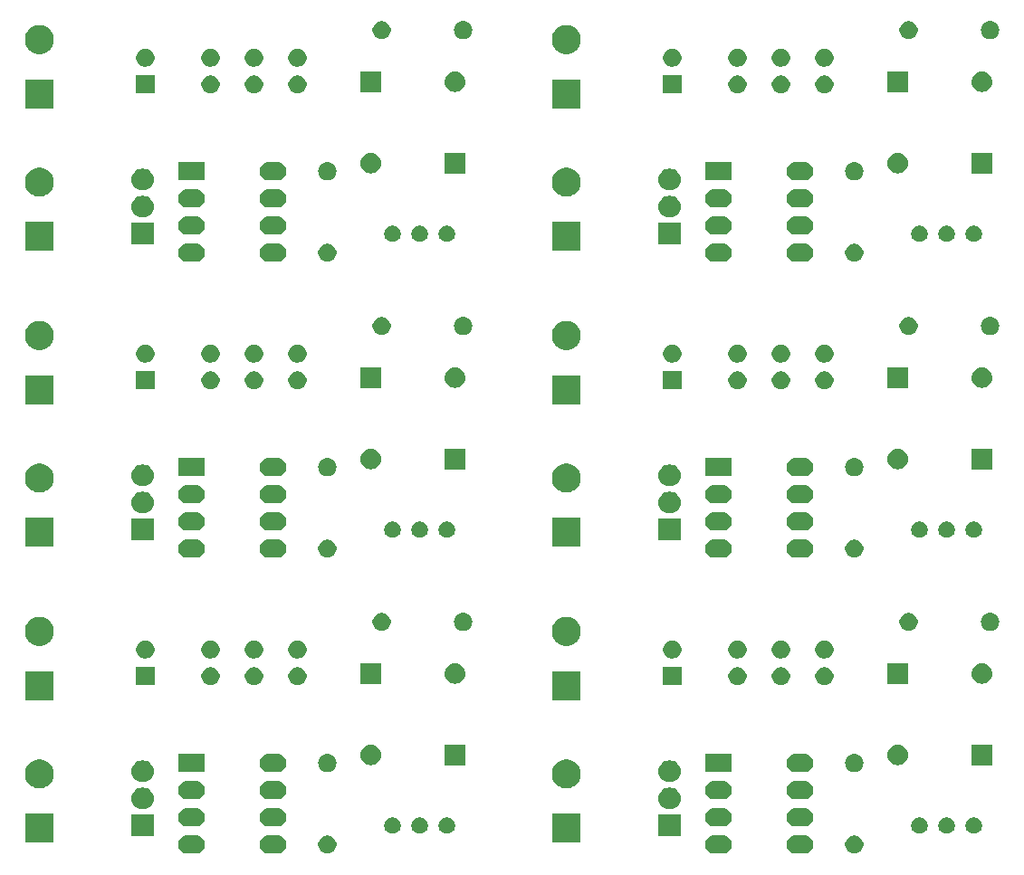
<source format=gbr>
G04 #@! TF.GenerationSoftware,KiCad,Pcbnew,5.1.4+dfsg1-1~bpo10+1*
G04 #@! TF.CreationDate,2022-07-21T16:49:21+05:30*
G04 #@! TF.ProjectId,555timer,35353574-696d-4657-922e-6b696361645f,rev?*
G04 #@! TF.SameCoordinates,Original*
G04 #@! TF.FileFunction,Soldermask,Top*
G04 #@! TF.FilePolarity,Negative*
%FSLAX46Y46*%
G04 Gerber Fmt 4.6, Leading zero omitted, Abs format (unit mm)*
G04 Created by KiCad (PCBNEW 5.1.4+dfsg1-1~bpo10+1) date 2022-07-21 16:49:21*
%MOMM*%
%LPD*%
G04 APERTURE LIST*
%ADD10C,0.100000*%
G04 APERTURE END LIST*
D10*
G36*
X60192228Y-105607703D02*
G01*
X60347100Y-105671853D01*
X60486481Y-105764985D01*
X60605015Y-105883519D01*
X60698147Y-106022900D01*
X60762297Y-106177772D01*
X60795000Y-106342184D01*
X60795000Y-106509816D01*
X60762297Y-106674228D01*
X60698147Y-106829100D01*
X60605015Y-106968481D01*
X60486481Y-107087015D01*
X60347100Y-107180147D01*
X60192228Y-107244297D01*
X60027816Y-107277000D01*
X59860184Y-107277000D01*
X59695772Y-107244297D01*
X59540900Y-107180147D01*
X59401519Y-107087015D01*
X59282985Y-106968481D01*
X59189853Y-106829100D01*
X59125703Y-106674228D01*
X59093000Y-106509816D01*
X59093000Y-106342184D01*
X59125703Y-106177772D01*
X59189853Y-106022900D01*
X59282985Y-105883519D01*
X59401519Y-105764985D01*
X59540900Y-105671853D01*
X59695772Y-105607703D01*
X59860184Y-105575000D01*
X60027816Y-105575000D01*
X60192228Y-105607703D01*
X60192228Y-105607703D01*
G37*
G36*
X104706823Y-105587313D02*
G01*
X104867242Y-105635976D01*
X104934361Y-105671852D01*
X105015078Y-105714996D01*
X105144659Y-105821341D01*
X105251004Y-105950922D01*
X105251005Y-105950924D01*
X105330024Y-106098758D01*
X105378687Y-106259177D01*
X105395117Y-106426000D01*
X105378687Y-106592823D01*
X105330024Y-106753242D01*
X105289477Y-106829100D01*
X105251004Y-106901078D01*
X105144659Y-107030659D01*
X105015078Y-107137004D01*
X105015076Y-107137005D01*
X104867242Y-107216024D01*
X104706823Y-107264687D01*
X104581804Y-107277000D01*
X103698196Y-107277000D01*
X103573177Y-107264687D01*
X103412758Y-107216024D01*
X103264924Y-107137005D01*
X103264922Y-107137004D01*
X103135341Y-107030659D01*
X103028996Y-106901078D01*
X102990523Y-106829100D01*
X102949976Y-106753242D01*
X102901313Y-106592823D01*
X102884883Y-106426000D01*
X102901313Y-106259177D01*
X102949976Y-106098758D01*
X103028995Y-105950924D01*
X103028996Y-105950922D01*
X103135341Y-105821341D01*
X103264922Y-105714996D01*
X103345639Y-105671852D01*
X103412758Y-105635976D01*
X103573177Y-105587313D01*
X103698196Y-105575000D01*
X104581804Y-105575000D01*
X104706823Y-105587313D01*
X104706823Y-105587313D01*
G37*
G36*
X109468228Y-105607703D02*
G01*
X109623100Y-105671853D01*
X109762481Y-105764985D01*
X109881015Y-105883519D01*
X109974147Y-106022900D01*
X110038297Y-106177772D01*
X110071000Y-106342184D01*
X110071000Y-106509816D01*
X110038297Y-106674228D01*
X109974147Y-106829100D01*
X109881015Y-106968481D01*
X109762481Y-107087015D01*
X109623100Y-107180147D01*
X109468228Y-107244297D01*
X109303816Y-107277000D01*
X109136184Y-107277000D01*
X108971772Y-107244297D01*
X108816900Y-107180147D01*
X108677519Y-107087015D01*
X108558985Y-106968481D01*
X108465853Y-106829100D01*
X108401703Y-106674228D01*
X108369000Y-106509816D01*
X108369000Y-106342184D01*
X108401703Y-106177772D01*
X108465853Y-106022900D01*
X108558985Y-105883519D01*
X108677519Y-105764985D01*
X108816900Y-105671853D01*
X108971772Y-105607703D01*
X109136184Y-105575000D01*
X109303816Y-105575000D01*
X109468228Y-105607703D01*
X109468228Y-105607703D01*
G37*
G36*
X97086823Y-105587313D02*
G01*
X97247242Y-105635976D01*
X97314361Y-105671852D01*
X97395078Y-105714996D01*
X97524659Y-105821341D01*
X97631004Y-105950922D01*
X97631005Y-105950924D01*
X97710024Y-106098758D01*
X97758687Y-106259177D01*
X97775117Y-106426000D01*
X97758687Y-106592823D01*
X97710024Y-106753242D01*
X97669477Y-106829100D01*
X97631004Y-106901078D01*
X97524659Y-107030659D01*
X97395078Y-107137004D01*
X97395076Y-107137005D01*
X97247242Y-107216024D01*
X97086823Y-107264687D01*
X96961804Y-107277000D01*
X96078196Y-107277000D01*
X95953177Y-107264687D01*
X95792758Y-107216024D01*
X95644924Y-107137005D01*
X95644922Y-107137004D01*
X95515341Y-107030659D01*
X95408996Y-106901078D01*
X95370523Y-106829100D01*
X95329976Y-106753242D01*
X95281313Y-106592823D01*
X95264883Y-106426000D01*
X95281313Y-106259177D01*
X95329976Y-106098758D01*
X95408995Y-105950924D01*
X95408996Y-105950922D01*
X95515341Y-105821341D01*
X95644922Y-105714996D01*
X95725639Y-105671852D01*
X95792758Y-105635976D01*
X95953177Y-105587313D01*
X96078196Y-105575000D01*
X96961804Y-105575000D01*
X97086823Y-105587313D01*
X97086823Y-105587313D01*
G37*
G36*
X55430823Y-105587313D02*
G01*
X55591242Y-105635976D01*
X55658361Y-105671852D01*
X55739078Y-105714996D01*
X55868659Y-105821341D01*
X55975004Y-105950922D01*
X55975005Y-105950924D01*
X56054024Y-106098758D01*
X56102687Y-106259177D01*
X56119117Y-106426000D01*
X56102687Y-106592823D01*
X56054024Y-106753242D01*
X56013477Y-106829100D01*
X55975004Y-106901078D01*
X55868659Y-107030659D01*
X55739078Y-107137004D01*
X55739076Y-107137005D01*
X55591242Y-107216024D01*
X55430823Y-107264687D01*
X55305804Y-107277000D01*
X54422196Y-107277000D01*
X54297177Y-107264687D01*
X54136758Y-107216024D01*
X53988924Y-107137005D01*
X53988922Y-107137004D01*
X53859341Y-107030659D01*
X53752996Y-106901078D01*
X53714523Y-106829100D01*
X53673976Y-106753242D01*
X53625313Y-106592823D01*
X53608883Y-106426000D01*
X53625313Y-106259177D01*
X53673976Y-106098758D01*
X53752995Y-105950924D01*
X53752996Y-105950922D01*
X53859341Y-105821341D01*
X53988922Y-105714996D01*
X54069639Y-105671852D01*
X54136758Y-105635976D01*
X54297177Y-105587313D01*
X54422196Y-105575000D01*
X55305804Y-105575000D01*
X55430823Y-105587313D01*
X55430823Y-105587313D01*
G37*
G36*
X47810823Y-105587313D02*
G01*
X47971242Y-105635976D01*
X48038361Y-105671852D01*
X48119078Y-105714996D01*
X48248659Y-105821341D01*
X48355004Y-105950922D01*
X48355005Y-105950924D01*
X48434024Y-106098758D01*
X48482687Y-106259177D01*
X48499117Y-106426000D01*
X48482687Y-106592823D01*
X48434024Y-106753242D01*
X48393477Y-106829100D01*
X48355004Y-106901078D01*
X48248659Y-107030659D01*
X48119078Y-107137004D01*
X48119076Y-107137005D01*
X47971242Y-107216024D01*
X47810823Y-107264687D01*
X47685804Y-107277000D01*
X46802196Y-107277000D01*
X46677177Y-107264687D01*
X46516758Y-107216024D01*
X46368924Y-107137005D01*
X46368922Y-107137004D01*
X46239341Y-107030659D01*
X46132996Y-106901078D01*
X46094523Y-106829100D01*
X46053976Y-106753242D01*
X46005313Y-106592823D01*
X45988883Y-106426000D01*
X46005313Y-106259177D01*
X46053976Y-106098758D01*
X46132995Y-105950924D01*
X46132996Y-105950922D01*
X46239341Y-105821341D01*
X46368922Y-105714996D01*
X46449639Y-105671852D01*
X46516758Y-105635976D01*
X46677177Y-105587313D01*
X46802196Y-105575000D01*
X47685804Y-105575000D01*
X47810823Y-105587313D01*
X47810823Y-105587313D01*
G37*
G36*
X83647000Y-106253000D02*
G01*
X80945000Y-106253000D01*
X80945000Y-103551000D01*
X83647000Y-103551000D01*
X83647000Y-106253000D01*
X83647000Y-106253000D01*
G37*
G36*
X34371000Y-106253000D02*
G01*
X31669000Y-106253000D01*
X31669000Y-103551000D01*
X34371000Y-103551000D01*
X34371000Y-106253000D01*
X34371000Y-106253000D01*
G37*
G36*
X43723000Y-105651500D02*
G01*
X41621000Y-105651500D01*
X41621000Y-103644500D01*
X43723000Y-103644500D01*
X43723000Y-105651500D01*
X43723000Y-105651500D01*
G37*
G36*
X92999000Y-105651500D02*
G01*
X90897000Y-105651500D01*
X90897000Y-103644500D01*
X92999000Y-103644500D01*
X92999000Y-105651500D01*
X92999000Y-105651500D01*
G37*
G36*
X66161183Y-103886000D02*
G01*
X66264893Y-103906629D01*
X66405206Y-103964748D01*
X66531484Y-104049125D01*
X66638875Y-104156516D01*
X66723252Y-104282794D01*
X66781371Y-104423107D01*
X66811000Y-104572063D01*
X66811000Y-104723937D01*
X66781371Y-104872893D01*
X66723252Y-105013206D01*
X66638875Y-105139484D01*
X66531484Y-105246875D01*
X66405206Y-105331252D01*
X66264893Y-105389371D01*
X66165589Y-105409124D01*
X66115938Y-105419000D01*
X65964062Y-105419000D01*
X65914411Y-105409124D01*
X65815107Y-105389371D01*
X65674794Y-105331252D01*
X65548516Y-105246875D01*
X65441125Y-105139484D01*
X65356748Y-105013206D01*
X65298629Y-104872893D01*
X65269000Y-104723937D01*
X65269000Y-104572063D01*
X65298629Y-104423107D01*
X65356748Y-104282794D01*
X65441125Y-104156516D01*
X65548516Y-104049125D01*
X65674794Y-103964748D01*
X65815107Y-103906629D01*
X65918817Y-103886000D01*
X65964062Y-103877000D01*
X66115938Y-103877000D01*
X66161183Y-103886000D01*
X66161183Y-103886000D01*
G37*
G36*
X120517183Y-103886000D02*
G01*
X120620893Y-103906629D01*
X120761206Y-103964748D01*
X120887484Y-104049125D01*
X120994875Y-104156516D01*
X121079252Y-104282794D01*
X121137371Y-104423107D01*
X121167000Y-104572063D01*
X121167000Y-104723937D01*
X121137371Y-104872893D01*
X121079252Y-105013206D01*
X120994875Y-105139484D01*
X120887484Y-105246875D01*
X120761206Y-105331252D01*
X120620893Y-105389371D01*
X120521589Y-105409124D01*
X120471938Y-105419000D01*
X120320062Y-105419000D01*
X120270411Y-105409124D01*
X120171107Y-105389371D01*
X120030794Y-105331252D01*
X119904516Y-105246875D01*
X119797125Y-105139484D01*
X119712748Y-105013206D01*
X119654629Y-104872893D01*
X119625000Y-104723937D01*
X119625000Y-104572063D01*
X119654629Y-104423107D01*
X119712748Y-104282794D01*
X119797125Y-104156516D01*
X119904516Y-104049125D01*
X120030794Y-103964748D01*
X120171107Y-103906629D01*
X120274817Y-103886000D01*
X120320062Y-103877000D01*
X120471938Y-103877000D01*
X120517183Y-103886000D01*
X120517183Y-103886000D01*
G37*
G36*
X117977183Y-103886000D02*
G01*
X118080893Y-103906629D01*
X118221206Y-103964748D01*
X118347484Y-104049125D01*
X118454875Y-104156516D01*
X118539252Y-104282794D01*
X118597371Y-104423107D01*
X118627000Y-104572063D01*
X118627000Y-104723937D01*
X118597371Y-104872893D01*
X118539252Y-105013206D01*
X118454875Y-105139484D01*
X118347484Y-105246875D01*
X118221206Y-105331252D01*
X118080893Y-105389371D01*
X117981589Y-105409124D01*
X117931938Y-105419000D01*
X117780062Y-105419000D01*
X117730411Y-105409124D01*
X117631107Y-105389371D01*
X117490794Y-105331252D01*
X117364516Y-105246875D01*
X117257125Y-105139484D01*
X117172748Y-105013206D01*
X117114629Y-104872893D01*
X117085000Y-104723937D01*
X117085000Y-104572063D01*
X117114629Y-104423107D01*
X117172748Y-104282794D01*
X117257125Y-104156516D01*
X117364516Y-104049125D01*
X117490794Y-103964748D01*
X117631107Y-103906629D01*
X117734817Y-103886000D01*
X117780062Y-103877000D01*
X117931938Y-103877000D01*
X117977183Y-103886000D01*
X117977183Y-103886000D01*
G37*
G36*
X115437183Y-103886000D02*
G01*
X115540893Y-103906629D01*
X115681206Y-103964748D01*
X115807484Y-104049125D01*
X115914875Y-104156516D01*
X115999252Y-104282794D01*
X116057371Y-104423107D01*
X116087000Y-104572063D01*
X116087000Y-104723937D01*
X116057371Y-104872893D01*
X115999252Y-105013206D01*
X115914875Y-105139484D01*
X115807484Y-105246875D01*
X115681206Y-105331252D01*
X115540893Y-105389371D01*
X115441589Y-105409124D01*
X115391938Y-105419000D01*
X115240062Y-105419000D01*
X115190411Y-105409124D01*
X115091107Y-105389371D01*
X114950794Y-105331252D01*
X114824516Y-105246875D01*
X114717125Y-105139484D01*
X114632748Y-105013206D01*
X114574629Y-104872893D01*
X114545000Y-104723937D01*
X114545000Y-104572063D01*
X114574629Y-104423107D01*
X114632748Y-104282794D01*
X114717125Y-104156516D01*
X114824516Y-104049125D01*
X114950794Y-103964748D01*
X115091107Y-103906629D01*
X115194817Y-103886000D01*
X115240062Y-103877000D01*
X115391938Y-103877000D01*
X115437183Y-103886000D01*
X115437183Y-103886000D01*
G37*
G36*
X68701183Y-103886000D02*
G01*
X68804893Y-103906629D01*
X68945206Y-103964748D01*
X69071484Y-104049125D01*
X69178875Y-104156516D01*
X69263252Y-104282794D01*
X69321371Y-104423107D01*
X69351000Y-104572063D01*
X69351000Y-104723937D01*
X69321371Y-104872893D01*
X69263252Y-105013206D01*
X69178875Y-105139484D01*
X69071484Y-105246875D01*
X68945206Y-105331252D01*
X68804893Y-105389371D01*
X68705589Y-105409124D01*
X68655938Y-105419000D01*
X68504062Y-105419000D01*
X68454411Y-105409124D01*
X68355107Y-105389371D01*
X68214794Y-105331252D01*
X68088516Y-105246875D01*
X67981125Y-105139484D01*
X67896748Y-105013206D01*
X67838629Y-104872893D01*
X67809000Y-104723937D01*
X67809000Y-104572063D01*
X67838629Y-104423107D01*
X67896748Y-104282794D01*
X67981125Y-104156516D01*
X68088516Y-104049125D01*
X68214794Y-103964748D01*
X68355107Y-103906629D01*
X68458817Y-103886000D01*
X68504062Y-103877000D01*
X68655938Y-103877000D01*
X68701183Y-103886000D01*
X68701183Y-103886000D01*
G37*
G36*
X71241183Y-103886000D02*
G01*
X71344893Y-103906629D01*
X71485206Y-103964748D01*
X71611484Y-104049125D01*
X71718875Y-104156516D01*
X71803252Y-104282794D01*
X71861371Y-104423107D01*
X71891000Y-104572063D01*
X71891000Y-104723937D01*
X71861371Y-104872893D01*
X71803252Y-105013206D01*
X71718875Y-105139484D01*
X71611484Y-105246875D01*
X71485206Y-105331252D01*
X71344893Y-105389371D01*
X71245589Y-105409124D01*
X71195938Y-105419000D01*
X71044062Y-105419000D01*
X70994411Y-105409124D01*
X70895107Y-105389371D01*
X70754794Y-105331252D01*
X70628516Y-105246875D01*
X70521125Y-105139484D01*
X70436748Y-105013206D01*
X70378629Y-104872893D01*
X70349000Y-104723937D01*
X70349000Y-104572063D01*
X70378629Y-104423107D01*
X70436748Y-104282794D01*
X70521125Y-104156516D01*
X70628516Y-104049125D01*
X70754794Y-103964748D01*
X70895107Y-103906629D01*
X70998817Y-103886000D01*
X71044062Y-103877000D01*
X71195938Y-103877000D01*
X71241183Y-103886000D01*
X71241183Y-103886000D01*
G37*
G36*
X47810823Y-103047313D02*
G01*
X47971242Y-103095976D01*
X48103906Y-103166886D01*
X48119078Y-103174996D01*
X48248659Y-103281341D01*
X48355004Y-103410922D01*
X48355005Y-103410924D01*
X48434024Y-103558758D01*
X48482687Y-103719177D01*
X48499117Y-103886000D01*
X48482687Y-104052823D01*
X48434024Y-104213242D01*
X48363114Y-104345906D01*
X48355004Y-104361078D01*
X48248659Y-104490659D01*
X48119078Y-104597004D01*
X48119076Y-104597005D01*
X47971242Y-104676024D01*
X47810823Y-104724687D01*
X47685804Y-104737000D01*
X46802196Y-104737000D01*
X46677177Y-104724687D01*
X46516758Y-104676024D01*
X46368924Y-104597005D01*
X46368922Y-104597004D01*
X46239341Y-104490659D01*
X46132996Y-104361078D01*
X46124886Y-104345906D01*
X46053976Y-104213242D01*
X46005313Y-104052823D01*
X45988883Y-103886000D01*
X46005313Y-103719177D01*
X46053976Y-103558758D01*
X46132995Y-103410924D01*
X46132996Y-103410922D01*
X46239341Y-103281341D01*
X46368922Y-103174996D01*
X46384094Y-103166886D01*
X46516758Y-103095976D01*
X46677177Y-103047313D01*
X46802196Y-103035000D01*
X47685804Y-103035000D01*
X47810823Y-103047313D01*
X47810823Y-103047313D01*
G37*
G36*
X104706823Y-103047313D02*
G01*
X104867242Y-103095976D01*
X104999906Y-103166886D01*
X105015078Y-103174996D01*
X105144659Y-103281341D01*
X105251004Y-103410922D01*
X105251005Y-103410924D01*
X105330024Y-103558758D01*
X105378687Y-103719177D01*
X105395117Y-103886000D01*
X105378687Y-104052823D01*
X105330024Y-104213242D01*
X105259114Y-104345906D01*
X105251004Y-104361078D01*
X105144659Y-104490659D01*
X105015078Y-104597004D01*
X105015076Y-104597005D01*
X104867242Y-104676024D01*
X104706823Y-104724687D01*
X104581804Y-104737000D01*
X103698196Y-104737000D01*
X103573177Y-104724687D01*
X103412758Y-104676024D01*
X103264924Y-104597005D01*
X103264922Y-104597004D01*
X103135341Y-104490659D01*
X103028996Y-104361078D01*
X103020886Y-104345906D01*
X102949976Y-104213242D01*
X102901313Y-104052823D01*
X102884883Y-103886000D01*
X102901313Y-103719177D01*
X102949976Y-103558758D01*
X103028995Y-103410924D01*
X103028996Y-103410922D01*
X103135341Y-103281341D01*
X103264922Y-103174996D01*
X103280094Y-103166886D01*
X103412758Y-103095976D01*
X103573177Y-103047313D01*
X103698196Y-103035000D01*
X104581804Y-103035000D01*
X104706823Y-103047313D01*
X104706823Y-103047313D01*
G37*
G36*
X97086823Y-103047313D02*
G01*
X97247242Y-103095976D01*
X97379906Y-103166886D01*
X97395078Y-103174996D01*
X97524659Y-103281341D01*
X97631004Y-103410922D01*
X97631005Y-103410924D01*
X97710024Y-103558758D01*
X97758687Y-103719177D01*
X97775117Y-103886000D01*
X97758687Y-104052823D01*
X97710024Y-104213242D01*
X97639114Y-104345906D01*
X97631004Y-104361078D01*
X97524659Y-104490659D01*
X97395078Y-104597004D01*
X97395076Y-104597005D01*
X97247242Y-104676024D01*
X97086823Y-104724687D01*
X96961804Y-104737000D01*
X96078196Y-104737000D01*
X95953177Y-104724687D01*
X95792758Y-104676024D01*
X95644924Y-104597005D01*
X95644922Y-104597004D01*
X95515341Y-104490659D01*
X95408996Y-104361078D01*
X95400886Y-104345906D01*
X95329976Y-104213242D01*
X95281313Y-104052823D01*
X95264883Y-103886000D01*
X95281313Y-103719177D01*
X95329976Y-103558758D01*
X95408995Y-103410924D01*
X95408996Y-103410922D01*
X95515341Y-103281341D01*
X95644922Y-103174996D01*
X95660094Y-103166886D01*
X95792758Y-103095976D01*
X95953177Y-103047313D01*
X96078196Y-103035000D01*
X96961804Y-103035000D01*
X97086823Y-103047313D01*
X97086823Y-103047313D01*
G37*
G36*
X55430823Y-103047313D02*
G01*
X55591242Y-103095976D01*
X55723906Y-103166886D01*
X55739078Y-103174996D01*
X55868659Y-103281341D01*
X55975004Y-103410922D01*
X55975005Y-103410924D01*
X56054024Y-103558758D01*
X56102687Y-103719177D01*
X56119117Y-103886000D01*
X56102687Y-104052823D01*
X56054024Y-104213242D01*
X55983114Y-104345906D01*
X55975004Y-104361078D01*
X55868659Y-104490659D01*
X55739078Y-104597004D01*
X55739076Y-104597005D01*
X55591242Y-104676024D01*
X55430823Y-104724687D01*
X55305804Y-104737000D01*
X54422196Y-104737000D01*
X54297177Y-104724687D01*
X54136758Y-104676024D01*
X53988924Y-104597005D01*
X53988922Y-104597004D01*
X53859341Y-104490659D01*
X53752996Y-104361078D01*
X53744886Y-104345906D01*
X53673976Y-104213242D01*
X53625313Y-104052823D01*
X53608883Y-103886000D01*
X53625313Y-103719177D01*
X53673976Y-103558758D01*
X53752995Y-103410924D01*
X53752996Y-103410922D01*
X53859341Y-103281341D01*
X53988922Y-103174996D01*
X54004094Y-103166886D01*
X54136758Y-103095976D01*
X54297177Y-103047313D01*
X54422196Y-103035000D01*
X55305804Y-103035000D01*
X55430823Y-103047313D01*
X55430823Y-103047313D01*
G37*
G36*
X92093936Y-101109340D02*
G01*
X92192220Y-101119020D01*
X92381381Y-101176401D01*
X92555712Y-101269583D01*
X92708515Y-101394985D01*
X92833917Y-101547788D01*
X92927099Y-101722119D01*
X92984480Y-101911280D01*
X93003855Y-102108000D01*
X92984480Y-102304720D01*
X92927099Y-102493881D01*
X92833917Y-102668212D01*
X92708515Y-102821015D01*
X92555712Y-102946417D01*
X92381381Y-103039599D01*
X92192220Y-103096980D01*
X92093936Y-103106660D01*
X92044795Y-103111500D01*
X91851205Y-103111500D01*
X91802064Y-103106660D01*
X91703780Y-103096980D01*
X91514619Y-103039599D01*
X91340288Y-102946417D01*
X91187485Y-102821015D01*
X91062083Y-102668212D01*
X90968901Y-102493881D01*
X90911520Y-102304720D01*
X90892145Y-102108000D01*
X90911520Y-101911280D01*
X90968901Y-101722119D01*
X91062083Y-101547788D01*
X91187485Y-101394985D01*
X91340288Y-101269583D01*
X91514619Y-101176401D01*
X91703780Y-101119020D01*
X91802064Y-101109340D01*
X91851205Y-101104500D01*
X92044795Y-101104500D01*
X92093936Y-101109340D01*
X92093936Y-101109340D01*
G37*
G36*
X42817936Y-101109340D02*
G01*
X42916220Y-101119020D01*
X43105381Y-101176401D01*
X43279712Y-101269583D01*
X43432515Y-101394985D01*
X43557917Y-101547788D01*
X43651099Y-101722119D01*
X43708480Y-101911280D01*
X43727855Y-102108000D01*
X43708480Y-102304720D01*
X43651099Y-102493881D01*
X43557917Y-102668212D01*
X43432515Y-102821015D01*
X43279712Y-102946417D01*
X43105381Y-103039599D01*
X42916220Y-103096980D01*
X42817936Y-103106660D01*
X42768795Y-103111500D01*
X42575205Y-103111500D01*
X42526064Y-103106660D01*
X42427780Y-103096980D01*
X42238619Y-103039599D01*
X42064288Y-102946417D01*
X41911485Y-102821015D01*
X41786083Y-102668212D01*
X41692901Y-102493881D01*
X41635520Y-102304720D01*
X41616145Y-102108000D01*
X41635520Y-101911280D01*
X41692901Y-101722119D01*
X41786083Y-101547788D01*
X41911485Y-101394985D01*
X42064288Y-101269583D01*
X42238619Y-101176401D01*
X42427780Y-101119020D01*
X42526064Y-101109340D01*
X42575205Y-101104500D01*
X42768795Y-101104500D01*
X42817936Y-101109340D01*
X42817936Y-101109340D01*
G37*
G36*
X47810823Y-100507313D02*
G01*
X47971242Y-100555976D01*
X48103906Y-100626886D01*
X48119078Y-100634996D01*
X48248659Y-100741341D01*
X48355004Y-100870922D01*
X48355005Y-100870924D01*
X48434024Y-101018758D01*
X48482687Y-101179177D01*
X48499117Y-101346000D01*
X48482687Y-101512823D01*
X48434024Y-101673242D01*
X48363114Y-101805906D01*
X48355004Y-101821078D01*
X48248659Y-101950659D01*
X48119078Y-102057004D01*
X48119076Y-102057005D01*
X47971242Y-102136024D01*
X47810823Y-102184687D01*
X47685804Y-102197000D01*
X46802196Y-102197000D01*
X46677177Y-102184687D01*
X46516758Y-102136024D01*
X46368924Y-102057005D01*
X46368922Y-102057004D01*
X46239341Y-101950659D01*
X46132996Y-101821078D01*
X46124886Y-101805906D01*
X46053976Y-101673242D01*
X46005313Y-101512823D01*
X45988883Y-101346000D01*
X46005313Y-101179177D01*
X46053976Y-101018758D01*
X46132995Y-100870924D01*
X46132996Y-100870922D01*
X46239341Y-100741341D01*
X46368922Y-100634996D01*
X46384094Y-100626886D01*
X46516758Y-100555976D01*
X46677177Y-100507313D01*
X46802196Y-100495000D01*
X47685804Y-100495000D01*
X47810823Y-100507313D01*
X47810823Y-100507313D01*
G37*
G36*
X55430823Y-100507313D02*
G01*
X55591242Y-100555976D01*
X55723906Y-100626886D01*
X55739078Y-100634996D01*
X55868659Y-100741341D01*
X55975004Y-100870922D01*
X55975005Y-100870924D01*
X56054024Y-101018758D01*
X56102687Y-101179177D01*
X56119117Y-101346000D01*
X56102687Y-101512823D01*
X56054024Y-101673242D01*
X55983114Y-101805906D01*
X55975004Y-101821078D01*
X55868659Y-101950659D01*
X55739078Y-102057004D01*
X55739076Y-102057005D01*
X55591242Y-102136024D01*
X55430823Y-102184687D01*
X55305804Y-102197000D01*
X54422196Y-102197000D01*
X54297177Y-102184687D01*
X54136758Y-102136024D01*
X53988924Y-102057005D01*
X53988922Y-102057004D01*
X53859341Y-101950659D01*
X53752996Y-101821078D01*
X53744886Y-101805906D01*
X53673976Y-101673242D01*
X53625313Y-101512823D01*
X53608883Y-101346000D01*
X53625313Y-101179177D01*
X53673976Y-101018758D01*
X53752995Y-100870924D01*
X53752996Y-100870922D01*
X53859341Y-100741341D01*
X53988922Y-100634996D01*
X54004094Y-100626886D01*
X54136758Y-100555976D01*
X54297177Y-100507313D01*
X54422196Y-100495000D01*
X55305804Y-100495000D01*
X55430823Y-100507313D01*
X55430823Y-100507313D01*
G37*
G36*
X104706823Y-100507313D02*
G01*
X104867242Y-100555976D01*
X104999906Y-100626886D01*
X105015078Y-100634996D01*
X105144659Y-100741341D01*
X105251004Y-100870922D01*
X105251005Y-100870924D01*
X105330024Y-101018758D01*
X105378687Y-101179177D01*
X105395117Y-101346000D01*
X105378687Y-101512823D01*
X105330024Y-101673242D01*
X105259114Y-101805906D01*
X105251004Y-101821078D01*
X105144659Y-101950659D01*
X105015078Y-102057004D01*
X105015076Y-102057005D01*
X104867242Y-102136024D01*
X104706823Y-102184687D01*
X104581804Y-102197000D01*
X103698196Y-102197000D01*
X103573177Y-102184687D01*
X103412758Y-102136024D01*
X103264924Y-102057005D01*
X103264922Y-102057004D01*
X103135341Y-101950659D01*
X103028996Y-101821078D01*
X103020886Y-101805906D01*
X102949976Y-101673242D01*
X102901313Y-101512823D01*
X102884883Y-101346000D01*
X102901313Y-101179177D01*
X102949976Y-101018758D01*
X103028995Y-100870924D01*
X103028996Y-100870922D01*
X103135341Y-100741341D01*
X103264922Y-100634996D01*
X103280094Y-100626886D01*
X103412758Y-100555976D01*
X103573177Y-100507313D01*
X103698196Y-100495000D01*
X104581804Y-100495000D01*
X104706823Y-100507313D01*
X104706823Y-100507313D01*
G37*
G36*
X97086823Y-100507313D02*
G01*
X97247242Y-100555976D01*
X97379906Y-100626886D01*
X97395078Y-100634996D01*
X97524659Y-100741341D01*
X97631004Y-100870922D01*
X97631005Y-100870924D01*
X97710024Y-101018758D01*
X97758687Y-101179177D01*
X97775117Y-101346000D01*
X97758687Y-101512823D01*
X97710024Y-101673242D01*
X97639114Y-101805906D01*
X97631004Y-101821078D01*
X97524659Y-101950659D01*
X97395078Y-102057004D01*
X97395076Y-102057005D01*
X97247242Y-102136024D01*
X97086823Y-102184687D01*
X96961804Y-102197000D01*
X96078196Y-102197000D01*
X95953177Y-102184687D01*
X95792758Y-102136024D01*
X95644924Y-102057005D01*
X95644922Y-102057004D01*
X95515341Y-101950659D01*
X95408996Y-101821078D01*
X95400886Y-101805906D01*
X95329976Y-101673242D01*
X95281313Y-101512823D01*
X95264883Y-101346000D01*
X95281313Y-101179177D01*
X95329976Y-101018758D01*
X95408995Y-100870924D01*
X95408996Y-100870922D01*
X95515341Y-100741341D01*
X95644922Y-100634996D01*
X95660094Y-100626886D01*
X95792758Y-100555976D01*
X95953177Y-100507313D01*
X96078196Y-100495000D01*
X96961804Y-100495000D01*
X97086823Y-100507313D01*
X97086823Y-100507313D01*
G37*
G36*
X82690072Y-98522918D02*
G01*
X82815576Y-98574903D01*
X82935939Y-98624759D01*
X83047328Y-98699187D01*
X83157211Y-98772609D01*
X83345391Y-98960789D01*
X83493242Y-99182063D01*
X83595082Y-99427928D01*
X83628519Y-99596025D01*
X83647000Y-99688938D01*
X83647000Y-99955062D01*
X83595082Y-100216072D01*
X83493241Y-100461939D01*
X83345390Y-100683212D01*
X83157212Y-100871390D01*
X82935939Y-101019241D01*
X82935938Y-101019242D01*
X82935937Y-101019242D01*
X82690072Y-101121082D01*
X82429063Y-101173000D01*
X82162937Y-101173000D01*
X81901928Y-101121082D01*
X81656063Y-101019242D01*
X81656062Y-101019242D01*
X81656061Y-101019241D01*
X81434788Y-100871390D01*
X81246610Y-100683212D01*
X81098759Y-100461939D01*
X80996918Y-100216072D01*
X80945000Y-99955062D01*
X80945000Y-99688938D01*
X80963482Y-99596025D01*
X80996918Y-99427928D01*
X81098758Y-99182063D01*
X81246609Y-98960789D01*
X81434789Y-98772609D01*
X81544672Y-98699187D01*
X81656061Y-98624759D01*
X81776425Y-98574903D01*
X81901928Y-98522918D01*
X82162937Y-98471000D01*
X82429063Y-98471000D01*
X82690072Y-98522918D01*
X82690072Y-98522918D01*
G37*
G36*
X33414072Y-98522918D02*
G01*
X33539576Y-98574903D01*
X33659939Y-98624759D01*
X33771328Y-98699187D01*
X33881211Y-98772609D01*
X34069391Y-98960789D01*
X34217242Y-99182063D01*
X34319082Y-99427928D01*
X34352519Y-99596025D01*
X34371000Y-99688938D01*
X34371000Y-99955062D01*
X34319082Y-100216072D01*
X34217241Y-100461939D01*
X34069390Y-100683212D01*
X33881212Y-100871390D01*
X33659939Y-101019241D01*
X33659938Y-101019242D01*
X33659937Y-101019242D01*
X33414072Y-101121082D01*
X33153063Y-101173000D01*
X32886937Y-101173000D01*
X32625928Y-101121082D01*
X32380063Y-101019242D01*
X32380062Y-101019242D01*
X32380061Y-101019241D01*
X32158788Y-100871390D01*
X31970610Y-100683212D01*
X31822759Y-100461939D01*
X31720918Y-100216072D01*
X31669000Y-99955062D01*
X31669000Y-99688938D01*
X31687482Y-99596025D01*
X31720918Y-99427928D01*
X31822758Y-99182063D01*
X31970609Y-98960789D01*
X32158789Y-98772609D01*
X32268672Y-98699187D01*
X32380061Y-98624759D01*
X32500425Y-98574903D01*
X32625928Y-98522918D01*
X32886937Y-98471000D01*
X33153063Y-98471000D01*
X33414072Y-98522918D01*
X33414072Y-98522918D01*
G37*
G36*
X92093936Y-98569340D02*
G01*
X92192220Y-98579020D01*
X92381381Y-98636401D01*
X92555712Y-98729583D01*
X92708515Y-98854985D01*
X92833917Y-99007788D01*
X92927099Y-99182119D01*
X92984480Y-99371280D01*
X93003855Y-99568000D01*
X92984480Y-99764720D01*
X92927099Y-99953881D01*
X92833917Y-100128212D01*
X92708515Y-100281015D01*
X92555712Y-100406417D01*
X92381381Y-100499599D01*
X92192220Y-100556980D01*
X92093936Y-100566660D01*
X92044795Y-100571500D01*
X91851205Y-100571500D01*
X91802064Y-100566660D01*
X91703780Y-100556980D01*
X91514619Y-100499599D01*
X91340288Y-100406417D01*
X91187485Y-100281015D01*
X91062083Y-100128212D01*
X90968901Y-99953881D01*
X90911520Y-99764720D01*
X90892145Y-99568000D01*
X90911520Y-99371280D01*
X90968901Y-99182119D01*
X91062083Y-99007788D01*
X91187485Y-98854985D01*
X91340288Y-98729583D01*
X91514619Y-98636401D01*
X91703780Y-98579020D01*
X91802064Y-98569340D01*
X91851205Y-98564500D01*
X92044795Y-98564500D01*
X92093936Y-98569340D01*
X92093936Y-98569340D01*
G37*
G36*
X42817936Y-98569340D02*
G01*
X42916220Y-98579020D01*
X43105381Y-98636401D01*
X43279712Y-98729583D01*
X43432515Y-98854985D01*
X43557917Y-99007788D01*
X43651099Y-99182119D01*
X43708480Y-99371280D01*
X43727855Y-99568000D01*
X43708480Y-99764720D01*
X43651099Y-99953881D01*
X43557917Y-100128212D01*
X43432515Y-100281015D01*
X43279712Y-100406417D01*
X43105381Y-100499599D01*
X42916220Y-100556980D01*
X42817936Y-100566660D01*
X42768795Y-100571500D01*
X42575205Y-100571500D01*
X42526064Y-100566660D01*
X42427780Y-100556980D01*
X42238619Y-100499599D01*
X42064288Y-100406417D01*
X41911485Y-100281015D01*
X41786083Y-100128212D01*
X41692901Y-99953881D01*
X41635520Y-99764720D01*
X41616145Y-99568000D01*
X41635520Y-99371280D01*
X41692901Y-99182119D01*
X41786083Y-99007788D01*
X41911485Y-98854985D01*
X42064288Y-98729583D01*
X42238619Y-98636401D01*
X42427780Y-98579020D01*
X42526064Y-98569340D01*
X42575205Y-98564500D01*
X42768795Y-98564500D01*
X42817936Y-98569340D01*
X42817936Y-98569340D01*
G37*
G36*
X55430823Y-97967313D02*
G01*
X55591242Y-98015976D01*
X55723906Y-98086886D01*
X55739078Y-98094996D01*
X55868659Y-98201341D01*
X55975004Y-98330922D01*
X55975005Y-98330924D01*
X56054024Y-98478758D01*
X56102687Y-98639177D01*
X56119117Y-98806000D01*
X56102687Y-98972823D01*
X56054024Y-99133242D01*
X55983114Y-99265906D01*
X55975004Y-99281078D01*
X55868659Y-99410659D01*
X55739078Y-99517004D01*
X55739076Y-99517005D01*
X55591242Y-99596024D01*
X55430823Y-99644687D01*
X55305804Y-99657000D01*
X54422196Y-99657000D01*
X54297177Y-99644687D01*
X54136758Y-99596024D01*
X53988924Y-99517005D01*
X53988922Y-99517004D01*
X53859341Y-99410659D01*
X53752996Y-99281078D01*
X53744886Y-99265906D01*
X53673976Y-99133242D01*
X53625313Y-98972823D01*
X53608883Y-98806000D01*
X53625313Y-98639177D01*
X53673976Y-98478758D01*
X53752995Y-98330924D01*
X53752996Y-98330922D01*
X53859341Y-98201341D01*
X53988922Y-98094996D01*
X54004094Y-98086886D01*
X54136758Y-98015976D01*
X54297177Y-97967313D01*
X54422196Y-97955000D01*
X55305804Y-97955000D01*
X55430823Y-97967313D01*
X55430823Y-97967313D01*
G37*
G36*
X48495000Y-99657000D02*
G01*
X45993000Y-99657000D01*
X45993000Y-97955000D01*
X48495000Y-97955000D01*
X48495000Y-99657000D01*
X48495000Y-99657000D01*
G37*
G36*
X60110823Y-97967313D02*
G01*
X60271242Y-98015976D01*
X60403906Y-98086886D01*
X60419078Y-98094996D01*
X60548659Y-98201341D01*
X60655004Y-98330922D01*
X60655005Y-98330924D01*
X60734024Y-98478758D01*
X60782687Y-98639177D01*
X60799117Y-98806000D01*
X60782687Y-98972823D01*
X60734024Y-99133242D01*
X60663114Y-99265906D01*
X60655004Y-99281078D01*
X60548659Y-99410659D01*
X60419078Y-99517004D01*
X60419076Y-99517005D01*
X60271242Y-99596024D01*
X60110823Y-99644687D01*
X59985804Y-99657000D01*
X59902196Y-99657000D01*
X59777177Y-99644687D01*
X59616758Y-99596024D01*
X59468924Y-99517005D01*
X59468922Y-99517004D01*
X59339341Y-99410659D01*
X59232996Y-99281078D01*
X59224886Y-99265906D01*
X59153976Y-99133242D01*
X59105313Y-98972823D01*
X59088883Y-98806000D01*
X59105313Y-98639177D01*
X59153976Y-98478758D01*
X59232995Y-98330924D01*
X59232996Y-98330922D01*
X59339341Y-98201341D01*
X59468922Y-98094996D01*
X59484094Y-98086886D01*
X59616758Y-98015976D01*
X59777177Y-97967313D01*
X59902196Y-97955000D01*
X59985804Y-97955000D01*
X60110823Y-97967313D01*
X60110823Y-97967313D01*
G37*
G36*
X97771000Y-99657000D02*
G01*
X95269000Y-99657000D01*
X95269000Y-97955000D01*
X97771000Y-97955000D01*
X97771000Y-99657000D01*
X97771000Y-99657000D01*
G37*
G36*
X109386823Y-97967313D02*
G01*
X109547242Y-98015976D01*
X109679906Y-98086886D01*
X109695078Y-98094996D01*
X109824659Y-98201341D01*
X109931004Y-98330922D01*
X109931005Y-98330924D01*
X110010024Y-98478758D01*
X110058687Y-98639177D01*
X110075117Y-98806000D01*
X110058687Y-98972823D01*
X110010024Y-99133242D01*
X109939114Y-99265906D01*
X109931004Y-99281078D01*
X109824659Y-99410659D01*
X109695078Y-99517004D01*
X109695076Y-99517005D01*
X109547242Y-99596024D01*
X109386823Y-99644687D01*
X109261804Y-99657000D01*
X109178196Y-99657000D01*
X109053177Y-99644687D01*
X108892758Y-99596024D01*
X108744924Y-99517005D01*
X108744922Y-99517004D01*
X108615341Y-99410659D01*
X108508996Y-99281078D01*
X108500886Y-99265906D01*
X108429976Y-99133242D01*
X108381313Y-98972823D01*
X108364883Y-98806000D01*
X108381313Y-98639177D01*
X108429976Y-98478758D01*
X108508995Y-98330924D01*
X108508996Y-98330922D01*
X108615341Y-98201341D01*
X108744922Y-98094996D01*
X108760094Y-98086886D01*
X108892758Y-98015976D01*
X109053177Y-97967313D01*
X109178196Y-97955000D01*
X109261804Y-97955000D01*
X109386823Y-97967313D01*
X109386823Y-97967313D01*
G37*
G36*
X104706823Y-97967313D02*
G01*
X104867242Y-98015976D01*
X104999906Y-98086886D01*
X105015078Y-98094996D01*
X105144659Y-98201341D01*
X105251004Y-98330922D01*
X105251005Y-98330924D01*
X105330024Y-98478758D01*
X105378687Y-98639177D01*
X105395117Y-98806000D01*
X105378687Y-98972823D01*
X105330024Y-99133242D01*
X105259114Y-99265906D01*
X105251004Y-99281078D01*
X105144659Y-99410659D01*
X105015078Y-99517004D01*
X105015076Y-99517005D01*
X104867242Y-99596024D01*
X104706823Y-99644687D01*
X104581804Y-99657000D01*
X103698196Y-99657000D01*
X103573177Y-99644687D01*
X103412758Y-99596024D01*
X103264924Y-99517005D01*
X103264922Y-99517004D01*
X103135341Y-99410659D01*
X103028996Y-99281078D01*
X103020886Y-99265906D01*
X102949976Y-99133242D01*
X102901313Y-98972823D01*
X102884883Y-98806000D01*
X102901313Y-98639177D01*
X102949976Y-98478758D01*
X103028995Y-98330924D01*
X103028996Y-98330922D01*
X103135341Y-98201341D01*
X103264922Y-98094996D01*
X103280094Y-98086886D01*
X103412758Y-98015976D01*
X103573177Y-97967313D01*
X103698196Y-97955000D01*
X104581804Y-97955000D01*
X104706823Y-97967313D01*
X104706823Y-97967313D01*
G37*
G36*
X72833000Y-98995000D02*
G01*
X70931000Y-98995000D01*
X70931000Y-97093000D01*
X72833000Y-97093000D01*
X72833000Y-98995000D01*
X72833000Y-98995000D01*
G37*
G36*
X64194425Y-97106760D02*
G01*
X64194428Y-97106761D01*
X64194429Y-97106761D01*
X64373693Y-97161140D01*
X64373696Y-97161142D01*
X64373697Y-97161142D01*
X64538903Y-97249446D01*
X64683712Y-97368288D01*
X64802554Y-97513097D01*
X64890858Y-97678303D01*
X64890860Y-97678307D01*
X64945239Y-97857571D01*
X64945240Y-97857575D01*
X64963601Y-98044000D01*
X64945240Y-98230425D01*
X64945239Y-98230428D01*
X64945239Y-98230429D01*
X64890860Y-98409693D01*
X64890858Y-98409696D01*
X64890858Y-98409697D01*
X64802554Y-98574903D01*
X64683712Y-98719712D01*
X64538903Y-98838554D01*
X64373697Y-98926858D01*
X64373693Y-98926860D01*
X64194429Y-98981239D01*
X64194428Y-98981239D01*
X64194425Y-98981240D01*
X64054718Y-98995000D01*
X63961282Y-98995000D01*
X63821575Y-98981240D01*
X63821572Y-98981239D01*
X63821571Y-98981239D01*
X63642307Y-98926860D01*
X63642303Y-98926858D01*
X63477097Y-98838554D01*
X63332288Y-98719712D01*
X63213446Y-98574903D01*
X63125142Y-98409697D01*
X63125142Y-98409696D01*
X63125140Y-98409693D01*
X63070761Y-98230429D01*
X63070761Y-98230428D01*
X63070760Y-98230425D01*
X63052399Y-98044000D01*
X63070760Y-97857575D01*
X63070761Y-97857571D01*
X63125140Y-97678307D01*
X63125142Y-97678303D01*
X63213446Y-97513097D01*
X63332288Y-97368288D01*
X63477097Y-97249446D01*
X63642303Y-97161142D01*
X63642304Y-97161142D01*
X63642307Y-97161140D01*
X63821571Y-97106761D01*
X63821572Y-97106761D01*
X63821575Y-97106760D01*
X63961282Y-97093000D01*
X64054718Y-97093000D01*
X64194425Y-97106760D01*
X64194425Y-97106760D01*
G37*
G36*
X113470425Y-97106760D02*
G01*
X113470428Y-97106761D01*
X113470429Y-97106761D01*
X113649693Y-97161140D01*
X113649696Y-97161142D01*
X113649697Y-97161142D01*
X113814903Y-97249446D01*
X113959712Y-97368288D01*
X114078554Y-97513097D01*
X114166858Y-97678303D01*
X114166860Y-97678307D01*
X114221239Y-97857571D01*
X114221240Y-97857575D01*
X114239601Y-98044000D01*
X114221240Y-98230425D01*
X114221239Y-98230428D01*
X114221239Y-98230429D01*
X114166860Y-98409693D01*
X114166858Y-98409696D01*
X114166858Y-98409697D01*
X114078554Y-98574903D01*
X113959712Y-98719712D01*
X113814903Y-98838554D01*
X113649697Y-98926858D01*
X113649693Y-98926860D01*
X113470429Y-98981239D01*
X113470428Y-98981239D01*
X113470425Y-98981240D01*
X113330718Y-98995000D01*
X113237282Y-98995000D01*
X113097575Y-98981240D01*
X113097572Y-98981239D01*
X113097571Y-98981239D01*
X112918307Y-98926860D01*
X112918303Y-98926858D01*
X112753097Y-98838554D01*
X112608288Y-98719712D01*
X112489446Y-98574903D01*
X112401142Y-98409697D01*
X112401142Y-98409696D01*
X112401140Y-98409693D01*
X112346761Y-98230429D01*
X112346761Y-98230428D01*
X112346760Y-98230425D01*
X112328399Y-98044000D01*
X112346760Y-97857575D01*
X112346761Y-97857571D01*
X112401140Y-97678307D01*
X112401142Y-97678303D01*
X112489446Y-97513097D01*
X112608288Y-97368288D01*
X112753097Y-97249446D01*
X112918303Y-97161142D01*
X112918304Y-97161142D01*
X112918307Y-97161140D01*
X113097571Y-97106761D01*
X113097572Y-97106761D01*
X113097575Y-97106760D01*
X113237282Y-97093000D01*
X113330718Y-97093000D01*
X113470425Y-97106760D01*
X113470425Y-97106760D01*
G37*
G36*
X122109000Y-98995000D02*
G01*
X120207000Y-98995000D01*
X120207000Y-97093000D01*
X122109000Y-97093000D01*
X122109000Y-98995000D01*
X122109000Y-98995000D01*
G37*
G36*
X83647000Y-92915000D02*
G01*
X80945000Y-92915000D01*
X80945000Y-90213000D01*
X83647000Y-90213000D01*
X83647000Y-92915000D01*
X83647000Y-92915000D01*
G37*
G36*
X34371000Y-92915000D02*
G01*
X31669000Y-92915000D01*
X31669000Y-90213000D01*
X34371000Y-90213000D01*
X34371000Y-92915000D01*
X34371000Y-92915000D01*
G37*
G36*
X53334228Y-89859703D02*
G01*
X53489100Y-89923853D01*
X53628481Y-90016985D01*
X53747015Y-90135519D01*
X53840147Y-90274900D01*
X53904297Y-90429772D01*
X53937000Y-90594184D01*
X53937000Y-90761816D01*
X53904297Y-90926228D01*
X53840147Y-91081100D01*
X53747015Y-91220481D01*
X53628481Y-91339015D01*
X53489100Y-91432147D01*
X53334228Y-91496297D01*
X53169816Y-91529000D01*
X53002184Y-91529000D01*
X52837772Y-91496297D01*
X52682900Y-91432147D01*
X52543519Y-91339015D01*
X52424985Y-91220481D01*
X52331853Y-91081100D01*
X52267703Y-90926228D01*
X52235000Y-90761816D01*
X52235000Y-90594184D01*
X52267703Y-90429772D01*
X52331853Y-90274900D01*
X52424985Y-90135519D01*
X52543519Y-90016985D01*
X52682900Y-89923853D01*
X52837772Y-89859703D01*
X53002184Y-89827000D01*
X53169816Y-89827000D01*
X53334228Y-89859703D01*
X53334228Y-89859703D01*
G37*
G36*
X102610228Y-89859703D02*
G01*
X102765100Y-89923853D01*
X102904481Y-90016985D01*
X103023015Y-90135519D01*
X103116147Y-90274900D01*
X103180297Y-90429772D01*
X103213000Y-90594184D01*
X103213000Y-90761816D01*
X103180297Y-90926228D01*
X103116147Y-91081100D01*
X103023015Y-91220481D01*
X102904481Y-91339015D01*
X102765100Y-91432147D01*
X102610228Y-91496297D01*
X102445816Y-91529000D01*
X102278184Y-91529000D01*
X102113772Y-91496297D01*
X101958900Y-91432147D01*
X101819519Y-91339015D01*
X101700985Y-91220481D01*
X101607853Y-91081100D01*
X101543703Y-90926228D01*
X101511000Y-90761816D01*
X101511000Y-90594184D01*
X101543703Y-90429772D01*
X101607853Y-90274900D01*
X101700985Y-90135519D01*
X101819519Y-90016985D01*
X101958900Y-89923853D01*
X102113772Y-89859703D01*
X102278184Y-89827000D01*
X102445816Y-89827000D01*
X102610228Y-89859703D01*
X102610228Y-89859703D01*
G37*
G36*
X43777000Y-91529000D02*
G01*
X42075000Y-91529000D01*
X42075000Y-89827000D01*
X43777000Y-89827000D01*
X43777000Y-91529000D01*
X43777000Y-91529000D01*
G37*
G36*
X57398228Y-89859703D02*
G01*
X57553100Y-89923853D01*
X57692481Y-90016985D01*
X57811015Y-90135519D01*
X57904147Y-90274900D01*
X57968297Y-90429772D01*
X58001000Y-90594184D01*
X58001000Y-90761816D01*
X57968297Y-90926228D01*
X57904147Y-91081100D01*
X57811015Y-91220481D01*
X57692481Y-91339015D01*
X57553100Y-91432147D01*
X57398228Y-91496297D01*
X57233816Y-91529000D01*
X57066184Y-91529000D01*
X56901772Y-91496297D01*
X56746900Y-91432147D01*
X56607519Y-91339015D01*
X56488985Y-91220481D01*
X56395853Y-91081100D01*
X56331703Y-90926228D01*
X56299000Y-90761816D01*
X56299000Y-90594184D01*
X56331703Y-90429772D01*
X56395853Y-90274900D01*
X56488985Y-90135519D01*
X56607519Y-90016985D01*
X56746900Y-89923853D01*
X56901772Y-89859703D01*
X57066184Y-89827000D01*
X57233816Y-89827000D01*
X57398228Y-89859703D01*
X57398228Y-89859703D01*
G37*
G36*
X49270228Y-89859703D02*
G01*
X49425100Y-89923853D01*
X49564481Y-90016985D01*
X49683015Y-90135519D01*
X49776147Y-90274900D01*
X49840297Y-90429772D01*
X49873000Y-90594184D01*
X49873000Y-90761816D01*
X49840297Y-90926228D01*
X49776147Y-91081100D01*
X49683015Y-91220481D01*
X49564481Y-91339015D01*
X49425100Y-91432147D01*
X49270228Y-91496297D01*
X49105816Y-91529000D01*
X48938184Y-91529000D01*
X48773772Y-91496297D01*
X48618900Y-91432147D01*
X48479519Y-91339015D01*
X48360985Y-91220481D01*
X48267853Y-91081100D01*
X48203703Y-90926228D01*
X48171000Y-90761816D01*
X48171000Y-90594184D01*
X48203703Y-90429772D01*
X48267853Y-90274900D01*
X48360985Y-90135519D01*
X48479519Y-90016985D01*
X48618900Y-89923853D01*
X48773772Y-89859703D01*
X48938184Y-89827000D01*
X49105816Y-89827000D01*
X49270228Y-89859703D01*
X49270228Y-89859703D01*
G37*
G36*
X106674228Y-89859703D02*
G01*
X106829100Y-89923853D01*
X106968481Y-90016985D01*
X107087015Y-90135519D01*
X107180147Y-90274900D01*
X107244297Y-90429772D01*
X107277000Y-90594184D01*
X107277000Y-90761816D01*
X107244297Y-90926228D01*
X107180147Y-91081100D01*
X107087015Y-91220481D01*
X106968481Y-91339015D01*
X106829100Y-91432147D01*
X106674228Y-91496297D01*
X106509816Y-91529000D01*
X106342184Y-91529000D01*
X106177772Y-91496297D01*
X106022900Y-91432147D01*
X105883519Y-91339015D01*
X105764985Y-91220481D01*
X105671853Y-91081100D01*
X105607703Y-90926228D01*
X105575000Y-90761816D01*
X105575000Y-90594184D01*
X105607703Y-90429772D01*
X105671853Y-90274900D01*
X105764985Y-90135519D01*
X105883519Y-90016985D01*
X106022900Y-89923853D01*
X106177772Y-89859703D01*
X106342184Y-89827000D01*
X106509816Y-89827000D01*
X106674228Y-89859703D01*
X106674228Y-89859703D01*
G37*
G36*
X93053000Y-91529000D02*
G01*
X91351000Y-91529000D01*
X91351000Y-89827000D01*
X93053000Y-89827000D01*
X93053000Y-91529000D01*
X93053000Y-91529000D01*
G37*
G36*
X98546228Y-89859703D02*
G01*
X98701100Y-89923853D01*
X98840481Y-90016985D01*
X98959015Y-90135519D01*
X99052147Y-90274900D01*
X99116297Y-90429772D01*
X99149000Y-90594184D01*
X99149000Y-90761816D01*
X99116297Y-90926228D01*
X99052147Y-91081100D01*
X98959015Y-91220481D01*
X98840481Y-91339015D01*
X98701100Y-91432147D01*
X98546228Y-91496297D01*
X98381816Y-91529000D01*
X98214184Y-91529000D01*
X98049772Y-91496297D01*
X97894900Y-91432147D01*
X97755519Y-91339015D01*
X97636985Y-91220481D01*
X97543853Y-91081100D01*
X97479703Y-90926228D01*
X97447000Y-90761816D01*
X97447000Y-90594184D01*
X97479703Y-90429772D01*
X97543853Y-90274900D01*
X97636985Y-90135519D01*
X97755519Y-90016985D01*
X97894900Y-89923853D01*
X98049772Y-89859703D01*
X98214184Y-89827000D01*
X98381816Y-89827000D01*
X98546228Y-89859703D01*
X98546228Y-89859703D01*
G37*
G36*
X114235000Y-91375000D02*
G01*
X112333000Y-91375000D01*
X112333000Y-89473000D01*
X114235000Y-89473000D01*
X114235000Y-91375000D01*
X114235000Y-91375000D01*
G37*
G36*
X121344425Y-89486760D02*
G01*
X121344428Y-89486761D01*
X121344429Y-89486761D01*
X121523693Y-89541140D01*
X121523696Y-89541142D01*
X121523697Y-89541142D01*
X121688903Y-89629446D01*
X121833712Y-89748288D01*
X121952554Y-89893097D01*
X121968993Y-89923853D01*
X122040860Y-90058307D01*
X122064282Y-90135520D01*
X122095240Y-90237575D01*
X122113601Y-90424000D01*
X122095240Y-90610425D01*
X122095239Y-90610428D01*
X122095239Y-90610429D01*
X122040860Y-90789693D01*
X122040858Y-90789696D01*
X122040858Y-90789697D01*
X121952554Y-90954903D01*
X121833712Y-91099712D01*
X121688903Y-91218554D01*
X121523697Y-91306858D01*
X121523693Y-91306860D01*
X121344429Y-91361239D01*
X121344428Y-91361239D01*
X121344425Y-91361240D01*
X121204718Y-91375000D01*
X121111282Y-91375000D01*
X120971575Y-91361240D01*
X120971572Y-91361239D01*
X120971571Y-91361239D01*
X120792307Y-91306860D01*
X120792303Y-91306858D01*
X120627097Y-91218554D01*
X120482288Y-91099712D01*
X120363446Y-90954903D01*
X120275142Y-90789697D01*
X120275142Y-90789696D01*
X120275140Y-90789693D01*
X120220761Y-90610429D01*
X120220761Y-90610428D01*
X120220760Y-90610425D01*
X120202399Y-90424000D01*
X120220760Y-90237575D01*
X120251718Y-90135520D01*
X120275140Y-90058307D01*
X120347007Y-89923853D01*
X120363446Y-89893097D01*
X120482288Y-89748288D01*
X120627097Y-89629446D01*
X120792303Y-89541142D01*
X120792304Y-89541142D01*
X120792307Y-89541140D01*
X120971571Y-89486761D01*
X120971572Y-89486761D01*
X120971575Y-89486760D01*
X121111282Y-89473000D01*
X121204718Y-89473000D01*
X121344425Y-89486760D01*
X121344425Y-89486760D01*
G37*
G36*
X72068425Y-89486760D02*
G01*
X72068428Y-89486761D01*
X72068429Y-89486761D01*
X72247693Y-89541140D01*
X72247696Y-89541142D01*
X72247697Y-89541142D01*
X72412903Y-89629446D01*
X72557712Y-89748288D01*
X72676554Y-89893097D01*
X72692993Y-89923853D01*
X72764860Y-90058307D01*
X72788282Y-90135520D01*
X72819240Y-90237575D01*
X72837601Y-90424000D01*
X72819240Y-90610425D01*
X72819239Y-90610428D01*
X72819239Y-90610429D01*
X72764860Y-90789693D01*
X72764858Y-90789696D01*
X72764858Y-90789697D01*
X72676554Y-90954903D01*
X72557712Y-91099712D01*
X72412903Y-91218554D01*
X72247697Y-91306858D01*
X72247693Y-91306860D01*
X72068429Y-91361239D01*
X72068428Y-91361239D01*
X72068425Y-91361240D01*
X71928718Y-91375000D01*
X71835282Y-91375000D01*
X71695575Y-91361240D01*
X71695572Y-91361239D01*
X71695571Y-91361239D01*
X71516307Y-91306860D01*
X71516303Y-91306858D01*
X71351097Y-91218554D01*
X71206288Y-91099712D01*
X71087446Y-90954903D01*
X70999142Y-90789697D01*
X70999142Y-90789696D01*
X70999140Y-90789693D01*
X70944761Y-90610429D01*
X70944761Y-90610428D01*
X70944760Y-90610425D01*
X70926399Y-90424000D01*
X70944760Y-90237575D01*
X70975718Y-90135520D01*
X70999140Y-90058307D01*
X71071007Y-89923853D01*
X71087446Y-89893097D01*
X71206288Y-89748288D01*
X71351097Y-89629446D01*
X71516303Y-89541142D01*
X71516304Y-89541142D01*
X71516307Y-89541140D01*
X71695571Y-89486761D01*
X71695572Y-89486761D01*
X71695575Y-89486760D01*
X71835282Y-89473000D01*
X71928718Y-89473000D01*
X72068425Y-89486760D01*
X72068425Y-89486760D01*
G37*
G36*
X64959000Y-91375000D02*
G01*
X63057000Y-91375000D01*
X63057000Y-89473000D01*
X64959000Y-89473000D01*
X64959000Y-91375000D01*
X64959000Y-91375000D01*
G37*
G36*
X43174228Y-87359703D02*
G01*
X43329100Y-87423853D01*
X43468481Y-87516985D01*
X43587015Y-87635519D01*
X43680147Y-87774900D01*
X43744297Y-87929772D01*
X43777000Y-88094184D01*
X43777000Y-88261816D01*
X43744297Y-88426228D01*
X43680147Y-88581100D01*
X43587015Y-88720481D01*
X43468481Y-88839015D01*
X43329100Y-88932147D01*
X43174228Y-88996297D01*
X43009816Y-89029000D01*
X42842184Y-89029000D01*
X42677772Y-88996297D01*
X42522900Y-88932147D01*
X42383519Y-88839015D01*
X42264985Y-88720481D01*
X42171853Y-88581100D01*
X42107703Y-88426228D01*
X42075000Y-88261816D01*
X42075000Y-88094184D01*
X42107703Y-87929772D01*
X42171853Y-87774900D01*
X42264985Y-87635519D01*
X42383519Y-87516985D01*
X42522900Y-87423853D01*
X42677772Y-87359703D01*
X42842184Y-87327000D01*
X43009816Y-87327000D01*
X43174228Y-87359703D01*
X43174228Y-87359703D01*
G37*
G36*
X49270228Y-87359703D02*
G01*
X49425100Y-87423853D01*
X49564481Y-87516985D01*
X49683015Y-87635519D01*
X49776147Y-87774900D01*
X49840297Y-87929772D01*
X49873000Y-88094184D01*
X49873000Y-88261816D01*
X49840297Y-88426228D01*
X49776147Y-88581100D01*
X49683015Y-88720481D01*
X49564481Y-88839015D01*
X49425100Y-88932147D01*
X49270228Y-88996297D01*
X49105816Y-89029000D01*
X48938184Y-89029000D01*
X48773772Y-88996297D01*
X48618900Y-88932147D01*
X48479519Y-88839015D01*
X48360985Y-88720481D01*
X48267853Y-88581100D01*
X48203703Y-88426228D01*
X48171000Y-88261816D01*
X48171000Y-88094184D01*
X48203703Y-87929772D01*
X48267853Y-87774900D01*
X48360985Y-87635519D01*
X48479519Y-87516985D01*
X48618900Y-87423853D01*
X48773772Y-87359703D01*
X48938184Y-87327000D01*
X49105816Y-87327000D01*
X49270228Y-87359703D01*
X49270228Y-87359703D01*
G37*
G36*
X53334228Y-87359703D02*
G01*
X53489100Y-87423853D01*
X53628481Y-87516985D01*
X53747015Y-87635519D01*
X53840147Y-87774900D01*
X53904297Y-87929772D01*
X53937000Y-88094184D01*
X53937000Y-88261816D01*
X53904297Y-88426228D01*
X53840147Y-88581100D01*
X53747015Y-88720481D01*
X53628481Y-88839015D01*
X53489100Y-88932147D01*
X53334228Y-88996297D01*
X53169816Y-89029000D01*
X53002184Y-89029000D01*
X52837772Y-88996297D01*
X52682900Y-88932147D01*
X52543519Y-88839015D01*
X52424985Y-88720481D01*
X52331853Y-88581100D01*
X52267703Y-88426228D01*
X52235000Y-88261816D01*
X52235000Y-88094184D01*
X52267703Y-87929772D01*
X52331853Y-87774900D01*
X52424985Y-87635519D01*
X52543519Y-87516985D01*
X52682900Y-87423853D01*
X52837772Y-87359703D01*
X53002184Y-87327000D01*
X53169816Y-87327000D01*
X53334228Y-87359703D01*
X53334228Y-87359703D01*
G37*
G36*
X102610228Y-87359703D02*
G01*
X102765100Y-87423853D01*
X102904481Y-87516985D01*
X103023015Y-87635519D01*
X103116147Y-87774900D01*
X103180297Y-87929772D01*
X103213000Y-88094184D01*
X103213000Y-88261816D01*
X103180297Y-88426228D01*
X103116147Y-88581100D01*
X103023015Y-88720481D01*
X102904481Y-88839015D01*
X102765100Y-88932147D01*
X102610228Y-88996297D01*
X102445816Y-89029000D01*
X102278184Y-89029000D01*
X102113772Y-88996297D01*
X101958900Y-88932147D01*
X101819519Y-88839015D01*
X101700985Y-88720481D01*
X101607853Y-88581100D01*
X101543703Y-88426228D01*
X101511000Y-88261816D01*
X101511000Y-88094184D01*
X101543703Y-87929772D01*
X101607853Y-87774900D01*
X101700985Y-87635519D01*
X101819519Y-87516985D01*
X101958900Y-87423853D01*
X102113772Y-87359703D01*
X102278184Y-87327000D01*
X102445816Y-87327000D01*
X102610228Y-87359703D01*
X102610228Y-87359703D01*
G37*
G36*
X92450228Y-87359703D02*
G01*
X92605100Y-87423853D01*
X92744481Y-87516985D01*
X92863015Y-87635519D01*
X92956147Y-87774900D01*
X93020297Y-87929772D01*
X93053000Y-88094184D01*
X93053000Y-88261816D01*
X93020297Y-88426228D01*
X92956147Y-88581100D01*
X92863015Y-88720481D01*
X92744481Y-88839015D01*
X92605100Y-88932147D01*
X92450228Y-88996297D01*
X92285816Y-89029000D01*
X92118184Y-89029000D01*
X91953772Y-88996297D01*
X91798900Y-88932147D01*
X91659519Y-88839015D01*
X91540985Y-88720481D01*
X91447853Y-88581100D01*
X91383703Y-88426228D01*
X91351000Y-88261816D01*
X91351000Y-88094184D01*
X91383703Y-87929772D01*
X91447853Y-87774900D01*
X91540985Y-87635519D01*
X91659519Y-87516985D01*
X91798900Y-87423853D01*
X91953772Y-87359703D01*
X92118184Y-87327000D01*
X92285816Y-87327000D01*
X92450228Y-87359703D01*
X92450228Y-87359703D01*
G37*
G36*
X98546228Y-87359703D02*
G01*
X98701100Y-87423853D01*
X98840481Y-87516985D01*
X98959015Y-87635519D01*
X99052147Y-87774900D01*
X99116297Y-87929772D01*
X99149000Y-88094184D01*
X99149000Y-88261816D01*
X99116297Y-88426228D01*
X99052147Y-88581100D01*
X98959015Y-88720481D01*
X98840481Y-88839015D01*
X98701100Y-88932147D01*
X98546228Y-88996297D01*
X98381816Y-89029000D01*
X98214184Y-89029000D01*
X98049772Y-88996297D01*
X97894900Y-88932147D01*
X97755519Y-88839015D01*
X97636985Y-88720481D01*
X97543853Y-88581100D01*
X97479703Y-88426228D01*
X97447000Y-88261816D01*
X97447000Y-88094184D01*
X97479703Y-87929772D01*
X97543853Y-87774900D01*
X97636985Y-87635519D01*
X97755519Y-87516985D01*
X97894900Y-87423853D01*
X98049772Y-87359703D01*
X98214184Y-87327000D01*
X98381816Y-87327000D01*
X98546228Y-87359703D01*
X98546228Y-87359703D01*
G37*
G36*
X106674228Y-87359703D02*
G01*
X106829100Y-87423853D01*
X106968481Y-87516985D01*
X107087015Y-87635519D01*
X107180147Y-87774900D01*
X107244297Y-87929772D01*
X107277000Y-88094184D01*
X107277000Y-88261816D01*
X107244297Y-88426228D01*
X107180147Y-88581100D01*
X107087015Y-88720481D01*
X106968481Y-88839015D01*
X106829100Y-88932147D01*
X106674228Y-88996297D01*
X106509816Y-89029000D01*
X106342184Y-89029000D01*
X106177772Y-88996297D01*
X106022900Y-88932147D01*
X105883519Y-88839015D01*
X105764985Y-88720481D01*
X105671853Y-88581100D01*
X105607703Y-88426228D01*
X105575000Y-88261816D01*
X105575000Y-88094184D01*
X105607703Y-87929772D01*
X105671853Y-87774900D01*
X105764985Y-87635519D01*
X105883519Y-87516985D01*
X106022900Y-87423853D01*
X106177772Y-87359703D01*
X106342184Y-87327000D01*
X106509816Y-87327000D01*
X106674228Y-87359703D01*
X106674228Y-87359703D01*
G37*
G36*
X57398228Y-87359703D02*
G01*
X57553100Y-87423853D01*
X57692481Y-87516985D01*
X57811015Y-87635519D01*
X57904147Y-87774900D01*
X57968297Y-87929772D01*
X58001000Y-88094184D01*
X58001000Y-88261816D01*
X57968297Y-88426228D01*
X57904147Y-88581100D01*
X57811015Y-88720481D01*
X57692481Y-88839015D01*
X57553100Y-88932147D01*
X57398228Y-88996297D01*
X57233816Y-89029000D01*
X57066184Y-89029000D01*
X56901772Y-88996297D01*
X56746900Y-88932147D01*
X56607519Y-88839015D01*
X56488985Y-88720481D01*
X56395853Y-88581100D01*
X56331703Y-88426228D01*
X56299000Y-88261816D01*
X56299000Y-88094184D01*
X56331703Y-87929772D01*
X56395853Y-87774900D01*
X56488985Y-87635519D01*
X56607519Y-87516985D01*
X56746900Y-87423853D01*
X56901772Y-87359703D01*
X57066184Y-87327000D01*
X57233816Y-87327000D01*
X57398228Y-87359703D01*
X57398228Y-87359703D01*
G37*
G36*
X82690072Y-85184918D02*
G01*
X82897317Y-85270761D01*
X82935939Y-85286759D01*
X83030242Y-85349771D01*
X83157211Y-85434609D01*
X83345391Y-85622789D01*
X83493242Y-85844063D01*
X83595082Y-86089928D01*
X83628716Y-86259015D01*
X83647000Y-86350938D01*
X83647000Y-86617062D01*
X83595082Y-86878072D01*
X83493241Y-87123939D01*
X83345390Y-87345212D01*
X83157212Y-87533390D01*
X82935939Y-87681241D01*
X82935938Y-87681242D01*
X82935937Y-87681242D01*
X82690072Y-87783082D01*
X82429063Y-87835000D01*
X82162937Y-87835000D01*
X81901928Y-87783082D01*
X81656063Y-87681242D01*
X81656062Y-87681242D01*
X81656061Y-87681241D01*
X81434788Y-87533390D01*
X81246610Y-87345212D01*
X81098759Y-87123939D01*
X80996918Y-86878072D01*
X80945000Y-86617062D01*
X80945000Y-86350938D01*
X80963285Y-86259015D01*
X80996918Y-86089928D01*
X81098758Y-85844063D01*
X81246609Y-85622789D01*
X81434789Y-85434609D01*
X81561758Y-85349771D01*
X81656061Y-85286759D01*
X81694684Y-85270761D01*
X81901928Y-85184918D01*
X82162937Y-85133000D01*
X82429063Y-85133000D01*
X82690072Y-85184918D01*
X82690072Y-85184918D01*
G37*
G36*
X33414072Y-85184918D02*
G01*
X33621317Y-85270761D01*
X33659939Y-85286759D01*
X33754242Y-85349771D01*
X33881211Y-85434609D01*
X34069391Y-85622789D01*
X34217242Y-85844063D01*
X34319082Y-86089928D01*
X34352716Y-86259015D01*
X34371000Y-86350938D01*
X34371000Y-86617062D01*
X34319082Y-86878072D01*
X34217241Y-87123939D01*
X34069390Y-87345212D01*
X33881212Y-87533390D01*
X33659939Y-87681241D01*
X33659938Y-87681242D01*
X33659937Y-87681242D01*
X33414072Y-87783082D01*
X33153063Y-87835000D01*
X32886937Y-87835000D01*
X32625928Y-87783082D01*
X32380063Y-87681242D01*
X32380062Y-87681242D01*
X32380061Y-87681241D01*
X32158788Y-87533390D01*
X31970610Y-87345212D01*
X31822759Y-87123939D01*
X31720918Y-86878072D01*
X31669000Y-86617062D01*
X31669000Y-86350938D01*
X31687285Y-86259015D01*
X31720918Y-86089928D01*
X31822758Y-85844063D01*
X31970609Y-85622789D01*
X32158789Y-85434609D01*
X32285758Y-85349771D01*
X32380061Y-85286759D01*
X32418684Y-85270761D01*
X32625928Y-85184918D01*
X32886937Y-85133000D01*
X33153063Y-85133000D01*
X33414072Y-85184918D01*
X33414072Y-85184918D01*
G37*
G36*
X122086823Y-84759313D02*
G01*
X122247242Y-84807976D01*
X122314361Y-84843852D01*
X122395078Y-84886996D01*
X122524659Y-84993341D01*
X122631004Y-85122922D01*
X122631005Y-85122924D01*
X122710024Y-85270758D01*
X122758687Y-85431177D01*
X122775117Y-85598000D01*
X122758687Y-85764823D01*
X122710024Y-85925242D01*
X122669477Y-86001100D01*
X122631004Y-86073078D01*
X122524659Y-86202659D01*
X122395078Y-86309004D01*
X122395076Y-86309005D01*
X122247242Y-86388024D01*
X122086823Y-86436687D01*
X121961804Y-86449000D01*
X121878196Y-86449000D01*
X121753177Y-86436687D01*
X121592758Y-86388024D01*
X121444924Y-86309005D01*
X121444922Y-86309004D01*
X121315341Y-86202659D01*
X121208996Y-86073078D01*
X121170523Y-86001100D01*
X121129976Y-85925242D01*
X121081313Y-85764823D01*
X121064883Y-85598000D01*
X121081313Y-85431177D01*
X121129976Y-85270758D01*
X121208995Y-85122924D01*
X121208996Y-85122922D01*
X121315341Y-84993341D01*
X121444922Y-84886996D01*
X121525639Y-84843852D01*
X121592758Y-84807976D01*
X121753177Y-84759313D01*
X121878196Y-84747000D01*
X121961804Y-84747000D01*
X122086823Y-84759313D01*
X122086823Y-84759313D01*
G37*
G36*
X72810823Y-84759313D02*
G01*
X72971242Y-84807976D01*
X73038361Y-84843852D01*
X73119078Y-84886996D01*
X73248659Y-84993341D01*
X73355004Y-85122922D01*
X73355005Y-85122924D01*
X73434024Y-85270758D01*
X73482687Y-85431177D01*
X73499117Y-85598000D01*
X73482687Y-85764823D01*
X73434024Y-85925242D01*
X73393477Y-86001100D01*
X73355004Y-86073078D01*
X73248659Y-86202659D01*
X73119078Y-86309004D01*
X73119076Y-86309005D01*
X72971242Y-86388024D01*
X72810823Y-86436687D01*
X72685804Y-86449000D01*
X72602196Y-86449000D01*
X72477177Y-86436687D01*
X72316758Y-86388024D01*
X72168924Y-86309005D01*
X72168922Y-86309004D01*
X72039341Y-86202659D01*
X71932996Y-86073078D01*
X71894523Y-86001100D01*
X71853976Y-85925242D01*
X71805313Y-85764823D01*
X71788883Y-85598000D01*
X71805313Y-85431177D01*
X71853976Y-85270758D01*
X71932995Y-85122924D01*
X71932996Y-85122922D01*
X72039341Y-84993341D01*
X72168922Y-84886996D01*
X72249639Y-84843852D01*
X72316758Y-84807976D01*
X72477177Y-84759313D01*
X72602196Y-84747000D01*
X72685804Y-84747000D01*
X72810823Y-84759313D01*
X72810823Y-84759313D01*
G37*
G36*
X114548228Y-84779703D02*
G01*
X114703100Y-84843853D01*
X114842481Y-84936985D01*
X114961015Y-85055519D01*
X115054147Y-85194900D01*
X115118297Y-85349772D01*
X115151000Y-85514184D01*
X115151000Y-85681816D01*
X115118297Y-85846228D01*
X115054147Y-86001100D01*
X114961015Y-86140481D01*
X114842481Y-86259015D01*
X114703100Y-86352147D01*
X114548228Y-86416297D01*
X114383816Y-86449000D01*
X114216184Y-86449000D01*
X114051772Y-86416297D01*
X113896900Y-86352147D01*
X113757519Y-86259015D01*
X113638985Y-86140481D01*
X113545853Y-86001100D01*
X113481703Y-85846228D01*
X113449000Y-85681816D01*
X113449000Y-85514184D01*
X113481703Y-85349772D01*
X113545853Y-85194900D01*
X113638985Y-85055519D01*
X113757519Y-84936985D01*
X113896900Y-84843853D01*
X114051772Y-84779703D01*
X114216184Y-84747000D01*
X114383816Y-84747000D01*
X114548228Y-84779703D01*
X114548228Y-84779703D01*
G37*
G36*
X65272228Y-84779703D02*
G01*
X65427100Y-84843853D01*
X65566481Y-84936985D01*
X65685015Y-85055519D01*
X65778147Y-85194900D01*
X65842297Y-85349772D01*
X65875000Y-85514184D01*
X65875000Y-85681816D01*
X65842297Y-85846228D01*
X65778147Y-86001100D01*
X65685015Y-86140481D01*
X65566481Y-86259015D01*
X65427100Y-86352147D01*
X65272228Y-86416297D01*
X65107816Y-86449000D01*
X64940184Y-86449000D01*
X64775772Y-86416297D01*
X64620900Y-86352147D01*
X64481519Y-86259015D01*
X64362985Y-86140481D01*
X64269853Y-86001100D01*
X64205703Y-85846228D01*
X64173000Y-85681816D01*
X64173000Y-85514184D01*
X64205703Y-85349772D01*
X64269853Y-85194900D01*
X64362985Y-85055519D01*
X64481519Y-84936985D01*
X64620900Y-84843853D01*
X64775772Y-84779703D01*
X64940184Y-84747000D01*
X65107816Y-84747000D01*
X65272228Y-84779703D01*
X65272228Y-84779703D01*
G37*
G36*
X60192228Y-77921703D02*
G01*
X60347100Y-77985853D01*
X60486481Y-78078985D01*
X60605015Y-78197519D01*
X60698147Y-78336900D01*
X60762297Y-78491772D01*
X60795000Y-78656184D01*
X60795000Y-78823816D01*
X60762297Y-78988228D01*
X60698147Y-79143100D01*
X60605015Y-79282481D01*
X60486481Y-79401015D01*
X60347100Y-79494147D01*
X60192228Y-79558297D01*
X60027816Y-79591000D01*
X59860184Y-79591000D01*
X59695772Y-79558297D01*
X59540900Y-79494147D01*
X59401519Y-79401015D01*
X59282985Y-79282481D01*
X59189853Y-79143100D01*
X59125703Y-78988228D01*
X59093000Y-78823816D01*
X59093000Y-78656184D01*
X59125703Y-78491772D01*
X59189853Y-78336900D01*
X59282985Y-78197519D01*
X59401519Y-78078985D01*
X59540900Y-77985853D01*
X59695772Y-77921703D01*
X59860184Y-77889000D01*
X60027816Y-77889000D01*
X60192228Y-77921703D01*
X60192228Y-77921703D01*
G37*
G36*
X55430823Y-77901313D02*
G01*
X55591242Y-77949976D01*
X55658361Y-77985852D01*
X55739078Y-78028996D01*
X55868659Y-78135341D01*
X55975004Y-78264922D01*
X55975005Y-78264924D01*
X56054024Y-78412758D01*
X56102687Y-78573177D01*
X56119117Y-78740000D01*
X56102687Y-78906823D01*
X56054024Y-79067242D01*
X56013477Y-79143100D01*
X55975004Y-79215078D01*
X55868659Y-79344659D01*
X55739078Y-79451004D01*
X55739076Y-79451005D01*
X55591242Y-79530024D01*
X55430823Y-79578687D01*
X55305804Y-79591000D01*
X54422196Y-79591000D01*
X54297177Y-79578687D01*
X54136758Y-79530024D01*
X53988924Y-79451005D01*
X53988922Y-79451004D01*
X53859341Y-79344659D01*
X53752996Y-79215078D01*
X53714523Y-79143100D01*
X53673976Y-79067242D01*
X53625313Y-78906823D01*
X53608883Y-78740000D01*
X53625313Y-78573177D01*
X53673976Y-78412758D01*
X53752995Y-78264924D01*
X53752996Y-78264922D01*
X53859341Y-78135341D01*
X53988922Y-78028996D01*
X54069639Y-77985852D01*
X54136758Y-77949976D01*
X54297177Y-77901313D01*
X54422196Y-77889000D01*
X55305804Y-77889000D01*
X55430823Y-77901313D01*
X55430823Y-77901313D01*
G37*
G36*
X109468228Y-77921703D02*
G01*
X109623100Y-77985853D01*
X109762481Y-78078985D01*
X109881015Y-78197519D01*
X109974147Y-78336900D01*
X110038297Y-78491772D01*
X110071000Y-78656184D01*
X110071000Y-78823816D01*
X110038297Y-78988228D01*
X109974147Y-79143100D01*
X109881015Y-79282481D01*
X109762481Y-79401015D01*
X109623100Y-79494147D01*
X109468228Y-79558297D01*
X109303816Y-79591000D01*
X109136184Y-79591000D01*
X108971772Y-79558297D01*
X108816900Y-79494147D01*
X108677519Y-79401015D01*
X108558985Y-79282481D01*
X108465853Y-79143100D01*
X108401703Y-78988228D01*
X108369000Y-78823816D01*
X108369000Y-78656184D01*
X108401703Y-78491772D01*
X108465853Y-78336900D01*
X108558985Y-78197519D01*
X108677519Y-78078985D01*
X108816900Y-77985853D01*
X108971772Y-77921703D01*
X109136184Y-77889000D01*
X109303816Y-77889000D01*
X109468228Y-77921703D01*
X109468228Y-77921703D01*
G37*
G36*
X104706823Y-77901313D02*
G01*
X104867242Y-77949976D01*
X104934361Y-77985852D01*
X105015078Y-78028996D01*
X105144659Y-78135341D01*
X105251004Y-78264922D01*
X105251005Y-78264924D01*
X105330024Y-78412758D01*
X105378687Y-78573177D01*
X105395117Y-78740000D01*
X105378687Y-78906823D01*
X105330024Y-79067242D01*
X105289477Y-79143100D01*
X105251004Y-79215078D01*
X105144659Y-79344659D01*
X105015078Y-79451004D01*
X105015076Y-79451005D01*
X104867242Y-79530024D01*
X104706823Y-79578687D01*
X104581804Y-79591000D01*
X103698196Y-79591000D01*
X103573177Y-79578687D01*
X103412758Y-79530024D01*
X103264924Y-79451005D01*
X103264922Y-79451004D01*
X103135341Y-79344659D01*
X103028996Y-79215078D01*
X102990523Y-79143100D01*
X102949976Y-79067242D01*
X102901313Y-78906823D01*
X102884883Y-78740000D01*
X102901313Y-78573177D01*
X102949976Y-78412758D01*
X103028995Y-78264924D01*
X103028996Y-78264922D01*
X103135341Y-78135341D01*
X103264922Y-78028996D01*
X103345639Y-77985852D01*
X103412758Y-77949976D01*
X103573177Y-77901313D01*
X103698196Y-77889000D01*
X104581804Y-77889000D01*
X104706823Y-77901313D01*
X104706823Y-77901313D01*
G37*
G36*
X97086823Y-77901313D02*
G01*
X97247242Y-77949976D01*
X97314361Y-77985852D01*
X97395078Y-78028996D01*
X97524659Y-78135341D01*
X97631004Y-78264922D01*
X97631005Y-78264924D01*
X97710024Y-78412758D01*
X97758687Y-78573177D01*
X97775117Y-78740000D01*
X97758687Y-78906823D01*
X97710024Y-79067242D01*
X97669477Y-79143100D01*
X97631004Y-79215078D01*
X97524659Y-79344659D01*
X97395078Y-79451004D01*
X97395076Y-79451005D01*
X97247242Y-79530024D01*
X97086823Y-79578687D01*
X96961804Y-79591000D01*
X96078196Y-79591000D01*
X95953177Y-79578687D01*
X95792758Y-79530024D01*
X95644924Y-79451005D01*
X95644922Y-79451004D01*
X95515341Y-79344659D01*
X95408996Y-79215078D01*
X95370523Y-79143100D01*
X95329976Y-79067242D01*
X95281313Y-78906823D01*
X95264883Y-78740000D01*
X95281313Y-78573177D01*
X95329976Y-78412758D01*
X95408995Y-78264924D01*
X95408996Y-78264922D01*
X95515341Y-78135341D01*
X95644922Y-78028996D01*
X95725639Y-77985852D01*
X95792758Y-77949976D01*
X95953177Y-77901313D01*
X96078196Y-77889000D01*
X96961804Y-77889000D01*
X97086823Y-77901313D01*
X97086823Y-77901313D01*
G37*
G36*
X47810823Y-77901313D02*
G01*
X47971242Y-77949976D01*
X48038361Y-77985852D01*
X48119078Y-78028996D01*
X48248659Y-78135341D01*
X48355004Y-78264922D01*
X48355005Y-78264924D01*
X48434024Y-78412758D01*
X48482687Y-78573177D01*
X48499117Y-78740000D01*
X48482687Y-78906823D01*
X48434024Y-79067242D01*
X48393477Y-79143100D01*
X48355004Y-79215078D01*
X48248659Y-79344659D01*
X48119078Y-79451004D01*
X48119076Y-79451005D01*
X47971242Y-79530024D01*
X47810823Y-79578687D01*
X47685804Y-79591000D01*
X46802196Y-79591000D01*
X46677177Y-79578687D01*
X46516758Y-79530024D01*
X46368924Y-79451005D01*
X46368922Y-79451004D01*
X46239341Y-79344659D01*
X46132996Y-79215078D01*
X46094523Y-79143100D01*
X46053976Y-79067242D01*
X46005313Y-78906823D01*
X45988883Y-78740000D01*
X46005313Y-78573177D01*
X46053976Y-78412758D01*
X46132995Y-78264924D01*
X46132996Y-78264922D01*
X46239341Y-78135341D01*
X46368922Y-78028996D01*
X46449639Y-77985852D01*
X46516758Y-77949976D01*
X46677177Y-77901313D01*
X46802196Y-77889000D01*
X47685804Y-77889000D01*
X47810823Y-77901313D01*
X47810823Y-77901313D01*
G37*
G36*
X34371000Y-78567000D02*
G01*
X31669000Y-78567000D01*
X31669000Y-75865000D01*
X34371000Y-75865000D01*
X34371000Y-78567000D01*
X34371000Y-78567000D01*
G37*
G36*
X83647000Y-78567000D02*
G01*
X80945000Y-78567000D01*
X80945000Y-75865000D01*
X83647000Y-75865000D01*
X83647000Y-78567000D01*
X83647000Y-78567000D01*
G37*
G36*
X43723000Y-77965500D02*
G01*
X41621000Y-77965500D01*
X41621000Y-75958500D01*
X43723000Y-75958500D01*
X43723000Y-77965500D01*
X43723000Y-77965500D01*
G37*
G36*
X92999000Y-77965500D02*
G01*
X90897000Y-77965500D01*
X90897000Y-75958500D01*
X92999000Y-75958500D01*
X92999000Y-77965500D01*
X92999000Y-77965500D01*
G37*
G36*
X115437183Y-76200000D02*
G01*
X115540893Y-76220629D01*
X115681206Y-76278748D01*
X115807484Y-76363125D01*
X115914875Y-76470516D01*
X115999252Y-76596794D01*
X116057371Y-76737107D01*
X116087000Y-76886063D01*
X116087000Y-77037937D01*
X116057371Y-77186893D01*
X115999252Y-77327206D01*
X115914875Y-77453484D01*
X115807484Y-77560875D01*
X115681206Y-77645252D01*
X115540893Y-77703371D01*
X115441589Y-77723124D01*
X115391938Y-77733000D01*
X115240062Y-77733000D01*
X115190411Y-77723124D01*
X115091107Y-77703371D01*
X114950794Y-77645252D01*
X114824516Y-77560875D01*
X114717125Y-77453484D01*
X114632748Y-77327206D01*
X114574629Y-77186893D01*
X114545000Y-77037937D01*
X114545000Y-76886063D01*
X114574629Y-76737107D01*
X114632748Y-76596794D01*
X114717125Y-76470516D01*
X114824516Y-76363125D01*
X114950794Y-76278748D01*
X115091107Y-76220629D01*
X115194817Y-76200000D01*
X115240062Y-76191000D01*
X115391938Y-76191000D01*
X115437183Y-76200000D01*
X115437183Y-76200000D01*
G37*
G36*
X117977183Y-76200000D02*
G01*
X118080893Y-76220629D01*
X118221206Y-76278748D01*
X118347484Y-76363125D01*
X118454875Y-76470516D01*
X118539252Y-76596794D01*
X118597371Y-76737107D01*
X118627000Y-76886063D01*
X118627000Y-77037937D01*
X118597371Y-77186893D01*
X118539252Y-77327206D01*
X118454875Y-77453484D01*
X118347484Y-77560875D01*
X118221206Y-77645252D01*
X118080893Y-77703371D01*
X117981589Y-77723124D01*
X117931938Y-77733000D01*
X117780062Y-77733000D01*
X117730411Y-77723124D01*
X117631107Y-77703371D01*
X117490794Y-77645252D01*
X117364516Y-77560875D01*
X117257125Y-77453484D01*
X117172748Y-77327206D01*
X117114629Y-77186893D01*
X117085000Y-77037937D01*
X117085000Y-76886063D01*
X117114629Y-76737107D01*
X117172748Y-76596794D01*
X117257125Y-76470516D01*
X117364516Y-76363125D01*
X117490794Y-76278748D01*
X117631107Y-76220629D01*
X117734817Y-76200000D01*
X117780062Y-76191000D01*
X117931938Y-76191000D01*
X117977183Y-76200000D01*
X117977183Y-76200000D01*
G37*
G36*
X120517183Y-76200000D02*
G01*
X120620893Y-76220629D01*
X120761206Y-76278748D01*
X120887484Y-76363125D01*
X120994875Y-76470516D01*
X121079252Y-76596794D01*
X121137371Y-76737107D01*
X121167000Y-76886063D01*
X121167000Y-77037937D01*
X121137371Y-77186893D01*
X121079252Y-77327206D01*
X120994875Y-77453484D01*
X120887484Y-77560875D01*
X120761206Y-77645252D01*
X120620893Y-77703371D01*
X120521589Y-77723124D01*
X120471938Y-77733000D01*
X120320062Y-77733000D01*
X120270411Y-77723124D01*
X120171107Y-77703371D01*
X120030794Y-77645252D01*
X119904516Y-77560875D01*
X119797125Y-77453484D01*
X119712748Y-77327206D01*
X119654629Y-77186893D01*
X119625000Y-77037937D01*
X119625000Y-76886063D01*
X119654629Y-76737107D01*
X119712748Y-76596794D01*
X119797125Y-76470516D01*
X119904516Y-76363125D01*
X120030794Y-76278748D01*
X120171107Y-76220629D01*
X120274817Y-76200000D01*
X120320062Y-76191000D01*
X120471938Y-76191000D01*
X120517183Y-76200000D01*
X120517183Y-76200000D01*
G37*
G36*
X68701183Y-76200000D02*
G01*
X68804893Y-76220629D01*
X68945206Y-76278748D01*
X69071484Y-76363125D01*
X69178875Y-76470516D01*
X69263252Y-76596794D01*
X69321371Y-76737107D01*
X69351000Y-76886063D01*
X69351000Y-77037937D01*
X69321371Y-77186893D01*
X69263252Y-77327206D01*
X69178875Y-77453484D01*
X69071484Y-77560875D01*
X68945206Y-77645252D01*
X68804893Y-77703371D01*
X68705589Y-77723124D01*
X68655938Y-77733000D01*
X68504062Y-77733000D01*
X68454411Y-77723124D01*
X68355107Y-77703371D01*
X68214794Y-77645252D01*
X68088516Y-77560875D01*
X67981125Y-77453484D01*
X67896748Y-77327206D01*
X67838629Y-77186893D01*
X67809000Y-77037937D01*
X67809000Y-76886063D01*
X67838629Y-76737107D01*
X67896748Y-76596794D01*
X67981125Y-76470516D01*
X68088516Y-76363125D01*
X68214794Y-76278748D01*
X68355107Y-76220629D01*
X68458817Y-76200000D01*
X68504062Y-76191000D01*
X68655938Y-76191000D01*
X68701183Y-76200000D01*
X68701183Y-76200000D01*
G37*
G36*
X66161183Y-76200000D02*
G01*
X66264893Y-76220629D01*
X66405206Y-76278748D01*
X66531484Y-76363125D01*
X66638875Y-76470516D01*
X66723252Y-76596794D01*
X66781371Y-76737107D01*
X66811000Y-76886063D01*
X66811000Y-77037937D01*
X66781371Y-77186893D01*
X66723252Y-77327206D01*
X66638875Y-77453484D01*
X66531484Y-77560875D01*
X66405206Y-77645252D01*
X66264893Y-77703371D01*
X66165589Y-77723124D01*
X66115938Y-77733000D01*
X65964062Y-77733000D01*
X65914411Y-77723124D01*
X65815107Y-77703371D01*
X65674794Y-77645252D01*
X65548516Y-77560875D01*
X65441125Y-77453484D01*
X65356748Y-77327206D01*
X65298629Y-77186893D01*
X65269000Y-77037937D01*
X65269000Y-76886063D01*
X65298629Y-76737107D01*
X65356748Y-76596794D01*
X65441125Y-76470516D01*
X65548516Y-76363125D01*
X65674794Y-76278748D01*
X65815107Y-76220629D01*
X65918817Y-76200000D01*
X65964062Y-76191000D01*
X66115938Y-76191000D01*
X66161183Y-76200000D01*
X66161183Y-76200000D01*
G37*
G36*
X71241183Y-76200000D02*
G01*
X71344893Y-76220629D01*
X71485206Y-76278748D01*
X71611484Y-76363125D01*
X71718875Y-76470516D01*
X71803252Y-76596794D01*
X71861371Y-76737107D01*
X71891000Y-76886063D01*
X71891000Y-77037937D01*
X71861371Y-77186893D01*
X71803252Y-77327206D01*
X71718875Y-77453484D01*
X71611484Y-77560875D01*
X71485206Y-77645252D01*
X71344893Y-77703371D01*
X71245589Y-77723124D01*
X71195938Y-77733000D01*
X71044062Y-77733000D01*
X70994411Y-77723124D01*
X70895107Y-77703371D01*
X70754794Y-77645252D01*
X70628516Y-77560875D01*
X70521125Y-77453484D01*
X70436748Y-77327206D01*
X70378629Y-77186893D01*
X70349000Y-77037937D01*
X70349000Y-76886063D01*
X70378629Y-76737107D01*
X70436748Y-76596794D01*
X70521125Y-76470516D01*
X70628516Y-76363125D01*
X70754794Y-76278748D01*
X70895107Y-76220629D01*
X70998817Y-76200000D01*
X71044062Y-76191000D01*
X71195938Y-76191000D01*
X71241183Y-76200000D01*
X71241183Y-76200000D01*
G37*
G36*
X97086823Y-75361313D02*
G01*
X97247242Y-75409976D01*
X97379906Y-75480886D01*
X97395078Y-75488996D01*
X97524659Y-75595341D01*
X97631004Y-75724922D01*
X97631005Y-75724924D01*
X97710024Y-75872758D01*
X97758687Y-76033177D01*
X97775117Y-76200000D01*
X97758687Y-76366823D01*
X97710024Y-76527242D01*
X97639114Y-76659906D01*
X97631004Y-76675078D01*
X97524659Y-76804659D01*
X97395078Y-76911004D01*
X97395076Y-76911005D01*
X97247242Y-76990024D01*
X97086823Y-77038687D01*
X96961804Y-77051000D01*
X96078196Y-77051000D01*
X95953177Y-77038687D01*
X95792758Y-76990024D01*
X95644924Y-76911005D01*
X95644922Y-76911004D01*
X95515341Y-76804659D01*
X95408996Y-76675078D01*
X95400886Y-76659906D01*
X95329976Y-76527242D01*
X95281313Y-76366823D01*
X95264883Y-76200000D01*
X95281313Y-76033177D01*
X95329976Y-75872758D01*
X95408995Y-75724924D01*
X95408996Y-75724922D01*
X95515341Y-75595341D01*
X95644922Y-75488996D01*
X95660094Y-75480886D01*
X95792758Y-75409976D01*
X95953177Y-75361313D01*
X96078196Y-75349000D01*
X96961804Y-75349000D01*
X97086823Y-75361313D01*
X97086823Y-75361313D01*
G37*
G36*
X47810823Y-75361313D02*
G01*
X47971242Y-75409976D01*
X48103906Y-75480886D01*
X48119078Y-75488996D01*
X48248659Y-75595341D01*
X48355004Y-75724922D01*
X48355005Y-75724924D01*
X48434024Y-75872758D01*
X48482687Y-76033177D01*
X48499117Y-76200000D01*
X48482687Y-76366823D01*
X48434024Y-76527242D01*
X48363114Y-76659906D01*
X48355004Y-76675078D01*
X48248659Y-76804659D01*
X48119078Y-76911004D01*
X48119076Y-76911005D01*
X47971242Y-76990024D01*
X47810823Y-77038687D01*
X47685804Y-77051000D01*
X46802196Y-77051000D01*
X46677177Y-77038687D01*
X46516758Y-76990024D01*
X46368924Y-76911005D01*
X46368922Y-76911004D01*
X46239341Y-76804659D01*
X46132996Y-76675078D01*
X46124886Y-76659906D01*
X46053976Y-76527242D01*
X46005313Y-76366823D01*
X45988883Y-76200000D01*
X46005313Y-76033177D01*
X46053976Y-75872758D01*
X46132995Y-75724924D01*
X46132996Y-75724922D01*
X46239341Y-75595341D01*
X46368922Y-75488996D01*
X46384094Y-75480886D01*
X46516758Y-75409976D01*
X46677177Y-75361313D01*
X46802196Y-75349000D01*
X47685804Y-75349000D01*
X47810823Y-75361313D01*
X47810823Y-75361313D01*
G37*
G36*
X55430823Y-75361313D02*
G01*
X55591242Y-75409976D01*
X55723906Y-75480886D01*
X55739078Y-75488996D01*
X55868659Y-75595341D01*
X55975004Y-75724922D01*
X55975005Y-75724924D01*
X56054024Y-75872758D01*
X56102687Y-76033177D01*
X56119117Y-76200000D01*
X56102687Y-76366823D01*
X56054024Y-76527242D01*
X55983114Y-76659906D01*
X55975004Y-76675078D01*
X55868659Y-76804659D01*
X55739078Y-76911004D01*
X55739076Y-76911005D01*
X55591242Y-76990024D01*
X55430823Y-77038687D01*
X55305804Y-77051000D01*
X54422196Y-77051000D01*
X54297177Y-77038687D01*
X54136758Y-76990024D01*
X53988924Y-76911005D01*
X53988922Y-76911004D01*
X53859341Y-76804659D01*
X53752996Y-76675078D01*
X53744886Y-76659906D01*
X53673976Y-76527242D01*
X53625313Y-76366823D01*
X53608883Y-76200000D01*
X53625313Y-76033177D01*
X53673976Y-75872758D01*
X53752995Y-75724924D01*
X53752996Y-75724922D01*
X53859341Y-75595341D01*
X53988922Y-75488996D01*
X54004094Y-75480886D01*
X54136758Y-75409976D01*
X54297177Y-75361313D01*
X54422196Y-75349000D01*
X55305804Y-75349000D01*
X55430823Y-75361313D01*
X55430823Y-75361313D01*
G37*
G36*
X104706823Y-75361313D02*
G01*
X104867242Y-75409976D01*
X104999906Y-75480886D01*
X105015078Y-75488996D01*
X105144659Y-75595341D01*
X105251004Y-75724922D01*
X105251005Y-75724924D01*
X105330024Y-75872758D01*
X105378687Y-76033177D01*
X105395117Y-76200000D01*
X105378687Y-76366823D01*
X105330024Y-76527242D01*
X105259114Y-76659906D01*
X105251004Y-76675078D01*
X105144659Y-76804659D01*
X105015078Y-76911004D01*
X105015076Y-76911005D01*
X104867242Y-76990024D01*
X104706823Y-77038687D01*
X104581804Y-77051000D01*
X103698196Y-77051000D01*
X103573177Y-77038687D01*
X103412758Y-76990024D01*
X103264924Y-76911005D01*
X103264922Y-76911004D01*
X103135341Y-76804659D01*
X103028996Y-76675078D01*
X103020886Y-76659906D01*
X102949976Y-76527242D01*
X102901313Y-76366823D01*
X102884883Y-76200000D01*
X102901313Y-76033177D01*
X102949976Y-75872758D01*
X103028995Y-75724924D01*
X103028996Y-75724922D01*
X103135341Y-75595341D01*
X103264922Y-75488996D01*
X103280094Y-75480886D01*
X103412758Y-75409976D01*
X103573177Y-75361313D01*
X103698196Y-75349000D01*
X104581804Y-75349000D01*
X104706823Y-75361313D01*
X104706823Y-75361313D01*
G37*
G36*
X42817936Y-73423340D02*
G01*
X42916220Y-73433020D01*
X43105381Y-73490401D01*
X43279712Y-73583583D01*
X43432515Y-73708985D01*
X43557917Y-73861788D01*
X43651099Y-74036119D01*
X43708480Y-74225280D01*
X43727855Y-74422000D01*
X43708480Y-74618720D01*
X43651099Y-74807881D01*
X43557917Y-74982212D01*
X43432515Y-75135015D01*
X43279712Y-75260417D01*
X43105381Y-75353599D01*
X42916220Y-75410980D01*
X42817936Y-75420660D01*
X42768795Y-75425500D01*
X42575205Y-75425500D01*
X42526064Y-75420660D01*
X42427780Y-75410980D01*
X42238619Y-75353599D01*
X42064288Y-75260417D01*
X41911485Y-75135015D01*
X41786083Y-74982212D01*
X41692901Y-74807881D01*
X41635520Y-74618720D01*
X41616145Y-74422000D01*
X41635520Y-74225280D01*
X41692901Y-74036119D01*
X41786083Y-73861788D01*
X41911485Y-73708985D01*
X42064288Y-73583583D01*
X42238619Y-73490401D01*
X42427780Y-73433020D01*
X42526064Y-73423340D01*
X42575205Y-73418500D01*
X42768795Y-73418500D01*
X42817936Y-73423340D01*
X42817936Y-73423340D01*
G37*
G36*
X92093936Y-73423340D02*
G01*
X92192220Y-73433020D01*
X92381381Y-73490401D01*
X92555712Y-73583583D01*
X92708515Y-73708985D01*
X92833917Y-73861788D01*
X92927099Y-74036119D01*
X92984480Y-74225280D01*
X93003855Y-74422000D01*
X92984480Y-74618720D01*
X92927099Y-74807881D01*
X92833917Y-74982212D01*
X92708515Y-75135015D01*
X92555712Y-75260417D01*
X92381381Y-75353599D01*
X92192220Y-75410980D01*
X92093936Y-75420660D01*
X92044795Y-75425500D01*
X91851205Y-75425500D01*
X91802064Y-75420660D01*
X91703780Y-75410980D01*
X91514619Y-75353599D01*
X91340288Y-75260417D01*
X91187485Y-75135015D01*
X91062083Y-74982212D01*
X90968901Y-74807881D01*
X90911520Y-74618720D01*
X90892145Y-74422000D01*
X90911520Y-74225280D01*
X90968901Y-74036119D01*
X91062083Y-73861788D01*
X91187485Y-73708985D01*
X91340288Y-73583583D01*
X91514619Y-73490401D01*
X91703780Y-73433020D01*
X91802064Y-73423340D01*
X91851205Y-73418500D01*
X92044795Y-73418500D01*
X92093936Y-73423340D01*
X92093936Y-73423340D01*
G37*
G36*
X55430823Y-72821313D02*
G01*
X55591242Y-72869976D01*
X55723906Y-72940886D01*
X55739078Y-72948996D01*
X55868659Y-73055341D01*
X55975004Y-73184922D01*
X55975005Y-73184924D01*
X56054024Y-73332758D01*
X56102687Y-73493177D01*
X56119117Y-73660000D01*
X56102687Y-73826823D01*
X56054024Y-73987242D01*
X55983114Y-74119906D01*
X55975004Y-74135078D01*
X55868659Y-74264659D01*
X55739078Y-74371004D01*
X55739076Y-74371005D01*
X55591242Y-74450024D01*
X55430823Y-74498687D01*
X55305804Y-74511000D01*
X54422196Y-74511000D01*
X54297177Y-74498687D01*
X54136758Y-74450024D01*
X53988924Y-74371005D01*
X53988922Y-74371004D01*
X53859341Y-74264659D01*
X53752996Y-74135078D01*
X53744886Y-74119906D01*
X53673976Y-73987242D01*
X53625313Y-73826823D01*
X53608883Y-73660000D01*
X53625313Y-73493177D01*
X53673976Y-73332758D01*
X53752995Y-73184924D01*
X53752996Y-73184922D01*
X53859341Y-73055341D01*
X53988922Y-72948996D01*
X54004094Y-72940886D01*
X54136758Y-72869976D01*
X54297177Y-72821313D01*
X54422196Y-72809000D01*
X55305804Y-72809000D01*
X55430823Y-72821313D01*
X55430823Y-72821313D01*
G37*
G36*
X104706823Y-72821313D02*
G01*
X104867242Y-72869976D01*
X104999906Y-72940886D01*
X105015078Y-72948996D01*
X105144659Y-73055341D01*
X105251004Y-73184922D01*
X105251005Y-73184924D01*
X105330024Y-73332758D01*
X105378687Y-73493177D01*
X105395117Y-73660000D01*
X105378687Y-73826823D01*
X105330024Y-73987242D01*
X105259114Y-74119906D01*
X105251004Y-74135078D01*
X105144659Y-74264659D01*
X105015078Y-74371004D01*
X105015076Y-74371005D01*
X104867242Y-74450024D01*
X104706823Y-74498687D01*
X104581804Y-74511000D01*
X103698196Y-74511000D01*
X103573177Y-74498687D01*
X103412758Y-74450024D01*
X103264924Y-74371005D01*
X103264922Y-74371004D01*
X103135341Y-74264659D01*
X103028996Y-74135078D01*
X103020886Y-74119906D01*
X102949976Y-73987242D01*
X102901313Y-73826823D01*
X102884883Y-73660000D01*
X102901313Y-73493177D01*
X102949976Y-73332758D01*
X103028995Y-73184924D01*
X103028996Y-73184922D01*
X103135341Y-73055341D01*
X103264922Y-72948996D01*
X103280094Y-72940886D01*
X103412758Y-72869976D01*
X103573177Y-72821313D01*
X103698196Y-72809000D01*
X104581804Y-72809000D01*
X104706823Y-72821313D01*
X104706823Y-72821313D01*
G37*
G36*
X97086823Y-72821313D02*
G01*
X97247242Y-72869976D01*
X97379906Y-72940886D01*
X97395078Y-72948996D01*
X97524659Y-73055341D01*
X97631004Y-73184922D01*
X97631005Y-73184924D01*
X97710024Y-73332758D01*
X97758687Y-73493177D01*
X97775117Y-73660000D01*
X97758687Y-73826823D01*
X97710024Y-73987242D01*
X97639114Y-74119906D01*
X97631004Y-74135078D01*
X97524659Y-74264659D01*
X97395078Y-74371004D01*
X97395076Y-74371005D01*
X97247242Y-74450024D01*
X97086823Y-74498687D01*
X96961804Y-74511000D01*
X96078196Y-74511000D01*
X95953177Y-74498687D01*
X95792758Y-74450024D01*
X95644924Y-74371005D01*
X95644922Y-74371004D01*
X95515341Y-74264659D01*
X95408996Y-74135078D01*
X95400886Y-74119906D01*
X95329976Y-73987242D01*
X95281313Y-73826823D01*
X95264883Y-73660000D01*
X95281313Y-73493177D01*
X95329976Y-73332758D01*
X95408995Y-73184924D01*
X95408996Y-73184922D01*
X95515341Y-73055341D01*
X95644922Y-72948996D01*
X95660094Y-72940886D01*
X95792758Y-72869976D01*
X95953177Y-72821313D01*
X96078196Y-72809000D01*
X96961804Y-72809000D01*
X97086823Y-72821313D01*
X97086823Y-72821313D01*
G37*
G36*
X47810823Y-72821313D02*
G01*
X47971242Y-72869976D01*
X48103906Y-72940886D01*
X48119078Y-72948996D01*
X48248659Y-73055341D01*
X48355004Y-73184922D01*
X48355005Y-73184924D01*
X48434024Y-73332758D01*
X48482687Y-73493177D01*
X48499117Y-73660000D01*
X48482687Y-73826823D01*
X48434024Y-73987242D01*
X48363114Y-74119906D01*
X48355004Y-74135078D01*
X48248659Y-74264659D01*
X48119078Y-74371004D01*
X48119076Y-74371005D01*
X47971242Y-74450024D01*
X47810823Y-74498687D01*
X47685804Y-74511000D01*
X46802196Y-74511000D01*
X46677177Y-74498687D01*
X46516758Y-74450024D01*
X46368924Y-74371005D01*
X46368922Y-74371004D01*
X46239341Y-74264659D01*
X46132996Y-74135078D01*
X46124886Y-74119906D01*
X46053976Y-73987242D01*
X46005313Y-73826823D01*
X45988883Y-73660000D01*
X46005313Y-73493177D01*
X46053976Y-73332758D01*
X46132995Y-73184924D01*
X46132996Y-73184922D01*
X46239341Y-73055341D01*
X46368922Y-72948996D01*
X46384094Y-72940886D01*
X46516758Y-72869976D01*
X46677177Y-72821313D01*
X46802196Y-72809000D01*
X47685804Y-72809000D01*
X47810823Y-72821313D01*
X47810823Y-72821313D01*
G37*
G36*
X33414072Y-70836918D02*
G01*
X33539576Y-70888903D01*
X33659939Y-70938759D01*
X33771328Y-71013187D01*
X33881211Y-71086609D01*
X34069391Y-71274789D01*
X34217242Y-71496063D01*
X34319082Y-71741928D01*
X34352519Y-71910025D01*
X34371000Y-72002938D01*
X34371000Y-72269062D01*
X34319082Y-72530072D01*
X34217241Y-72775939D01*
X34069390Y-72997212D01*
X33881212Y-73185390D01*
X33659939Y-73333241D01*
X33659938Y-73333242D01*
X33659937Y-73333242D01*
X33414072Y-73435082D01*
X33153063Y-73487000D01*
X32886937Y-73487000D01*
X32625928Y-73435082D01*
X32380063Y-73333242D01*
X32380062Y-73333242D01*
X32380061Y-73333241D01*
X32158788Y-73185390D01*
X31970610Y-72997212D01*
X31822759Y-72775939D01*
X31720918Y-72530072D01*
X31669000Y-72269062D01*
X31669000Y-72002938D01*
X31687482Y-71910025D01*
X31720918Y-71741928D01*
X31822758Y-71496063D01*
X31970609Y-71274789D01*
X32158789Y-71086609D01*
X32268672Y-71013187D01*
X32380061Y-70938759D01*
X32500425Y-70888903D01*
X32625928Y-70836918D01*
X32886937Y-70785000D01*
X33153063Y-70785000D01*
X33414072Y-70836918D01*
X33414072Y-70836918D01*
G37*
G36*
X82690072Y-70836918D02*
G01*
X82815576Y-70888903D01*
X82935939Y-70938759D01*
X83047328Y-71013187D01*
X83157211Y-71086609D01*
X83345391Y-71274789D01*
X83493242Y-71496063D01*
X83595082Y-71741928D01*
X83628519Y-71910025D01*
X83647000Y-72002938D01*
X83647000Y-72269062D01*
X83595082Y-72530072D01*
X83493241Y-72775939D01*
X83345390Y-72997212D01*
X83157212Y-73185390D01*
X82935939Y-73333241D01*
X82935938Y-73333242D01*
X82935937Y-73333242D01*
X82690072Y-73435082D01*
X82429063Y-73487000D01*
X82162937Y-73487000D01*
X81901928Y-73435082D01*
X81656063Y-73333242D01*
X81656062Y-73333242D01*
X81656061Y-73333241D01*
X81434788Y-73185390D01*
X81246610Y-72997212D01*
X81098759Y-72775939D01*
X80996918Y-72530072D01*
X80945000Y-72269062D01*
X80945000Y-72002938D01*
X80963482Y-71910025D01*
X80996918Y-71741928D01*
X81098758Y-71496063D01*
X81246609Y-71274789D01*
X81434789Y-71086609D01*
X81544672Y-71013187D01*
X81656061Y-70938759D01*
X81776425Y-70888903D01*
X81901928Y-70836918D01*
X82162937Y-70785000D01*
X82429063Y-70785000D01*
X82690072Y-70836918D01*
X82690072Y-70836918D01*
G37*
G36*
X42817936Y-70883340D02*
G01*
X42916220Y-70893020D01*
X43105381Y-70950401D01*
X43279712Y-71043583D01*
X43432515Y-71168985D01*
X43557917Y-71321788D01*
X43651099Y-71496119D01*
X43708480Y-71685280D01*
X43727855Y-71882000D01*
X43708480Y-72078720D01*
X43651099Y-72267881D01*
X43557917Y-72442212D01*
X43432515Y-72595015D01*
X43279712Y-72720417D01*
X43105381Y-72813599D01*
X42916220Y-72870980D01*
X42817936Y-72880660D01*
X42768795Y-72885500D01*
X42575205Y-72885500D01*
X42526064Y-72880660D01*
X42427780Y-72870980D01*
X42238619Y-72813599D01*
X42064288Y-72720417D01*
X41911485Y-72595015D01*
X41786083Y-72442212D01*
X41692901Y-72267881D01*
X41635520Y-72078720D01*
X41616145Y-71882000D01*
X41635520Y-71685280D01*
X41692901Y-71496119D01*
X41786083Y-71321788D01*
X41911485Y-71168985D01*
X42064288Y-71043583D01*
X42238619Y-70950401D01*
X42427780Y-70893020D01*
X42526064Y-70883340D01*
X42575205Y-70878500D01*
X42768795Y-70878500D01*
X42817936Y-70883340D01*
X42817936Y-70883340D01*
G37*
G36*
X92093936Y-70883340D02*
G01*
X92192220Y-70893020D01*
X92381381Y-70950401D01*
X92555712Y-71043583D01*
X92708515Y-71168985D01*
X92833917Y-71321788D01*
X92927099Y-71496119D01*
X92984480Y-71685280D01*
X93003855Y-71882000D01*
X92984480Y-72078720D01*
X92927099Y-72267881D01*
X92833917Y-72442212D01*
X92708515Y-72595015D01*
X92555712Y-72720417D01*
X92381381Y-72813599D01*
X92192220Y-72870980D01*
X92093936Y-72880660D01*
X92044795Y-72885500D01*
X91851205Y-72885500D01*
X91802064Y-72880660D01*
X91703780Y-72870980D01*
X91514619Y-72813599D01*
X91340288Y-72720417D01*
X91187485Y-72595015D01*
X91062083Y-72442212D01*
X90968901Y-72267881D01*
X90911520Y-72078720D01*
X90892145Y-71882000D01*
X90911520Y-71685280D01*
X90968901Y-71496119D01*
X91062083Y-71321788D01*
X91187485Y-71168985D01*
X91340288Y-71043583D01*
X91514619Y-70950401D01*
X91703780Y-70893020D01*
X91802064Y-70883340D01*
X91851205Y-70878500D01*
X92044795Y-70878500D01*
X92093936Y-70883340D01*
X92093936Y-70883340D01*
G37*
G36*
X48495000Y-71971000D02*
G01*
X45993000Y-71971000D01*
X45993000Y-70269000D01*
X48495000Y-70269000D01*
X48495000Y-71971000D01*
X48495000Y-71971000D01*
G37*
G36*
X60110823Y-70281313D02*
G01*
X60271242Y-70329976D01*
X60403906Y-70400886D01*
X60419078Y-70408996D01*
X60548659Y-70515341D01*
X60655004Y-70644922D01*
X60655005Y-70644924D01*
X60734024Y-70792758D01*
X60782687Y-70953177D01*
X60799117Y-71120000D01*
X60782687Y-71286823D01*
X60734024Y-71447242D01*
X60663114Y-71579906D01*
X60655004Y-71595078D01*
X60548659Y-71724659D01*
X60419078Y-71831004D01*
X60419076Y-71831005D01*
X60271242Y-71910024D01*
X60110823Y-71958687D01*
X59985804Y-71971000D01*
X59902196Y-71971000D01*
X59777177Y-71958687D01*
X59616758Y-71910024D01*
X59468924Y-71831005D01*
X59468922Y-71831004D01*
X59339341Y-71724659D01*
X59232996Y-71595078D01*
X59224886Y-71579906D01*
X59153976Y-71447242D01*
X59105313Y-71286823D01*
X59088883Y-71120000D01*
X59105313Y-70953177D01*
X59153976Y-70792758D01*
X59232995Y-70644924D01*
X59232996Y-70644922D01*
X59339341Y-70515341D01*
X59468922Y-70408996D01*
X59484094Y-70400886D01*
X59616758Y-70329976D01*
X59777177Y-70281313D01*
X59902196Y-70269000D01*
X59985804Y-70269000D01*
X60110823Y-70281313D01*
X60110823Y-70281313D01*
G37*
G36*
X55430823Y-70281313D02*
G01*
X55591242Y-70329976D01*
X55723906Y-70400886D01*
X55739078Y-70408996D01*
X55868659Y-70515341D01*
X55975004Y-70644922D01*
X55975005Y-70644924D01*
X56054024Y-70792758D01*
X56102687Y-70953177D01*
X56119117Y-71120000D01*
X56102687Y-71286823D01*
X56054024Y-71447242D01*
X55983114Y-71579906D01*
X55975004Y-71595078D01*
X55868659Y-71724659D01*
X55739078Y-71831004D01*
X55739076Y-71831005D01*
X55591242Y-71910024D01*
X55430823Y-71958687D01*
X55305804Y-71971000D01*
X54422196Y-71971000D01*
X54297177Y-71958687D01*
X54136758Y-71910024D01*
X53988924Y-71831005D01*
X53988922Y-71831004D01*
X53859341Y-71724659D01*
X53752996Y-71595078D01*
X53744886Y-71579906D01*
X53673976Y-71447242D01*
X53625313Y-71286823D01*
X53608883Y-71120000D01*
X53625313Y-70953177D01*
X53673976Y-70792758D01*
X53752995Y-70644924D01*
X53752996Y-70644922D01*
X53859341Y-70515341D01*
X53988922Y-70408996D01*
X54004094Y-70400886D01*
X54136758Y-70329976D01*
X54297177Y-70281313D01*
X54422196Y-70269000D01*
X55305804Y-70269000D01*
X55430823Y-70281313D01*
X55430823Y-70281313D01*
G37*
G36*
X97771000Y-71971000D02*
G01*
X95269000Y-71971000D01*
X95269000Y-70269000D01*
X97771000Y-70269000D01*
X97771000Y-71971000D01*
X97771000Y-71971000D01*
G37*
G36*
X104706823Y-70281313D02*
G01*
X104867242Y-70329976D01*
X104999906Y-70400886D01*
X105015078Y-70408996D01*
X105144659Y-70515341D01*
X105251004Y-70644922D01*
X105251005Y-70644924D01*
X105330024Y-70792758D01*
X105378687Y-70953177D01*
X105395117Y-71120000D01*
X105378687Y-71286823D01*
X105330024Y-71447242D01*
X105259114Y-71579906D01*
X105251004Y-71595078D01*
X105144659Y-71724659D01*
X105015078Y-71831004D01*
X105015076Y-71831005D01*
X104867242Y-71910024D01*
X104706823Y-71958687D01*
X104581804Y-71971000D01*
X103698196Y-71971000D01*
X103573177Y-71958687D01*
X103412758Y-71910024D01*
X103264924Y-71831005D01*
X103264922Y-71831004D01*
X103135341Y-71724659D01*
X103028996Y-71595078D01*
X103020886Y-71579906D01*
X102949976Y-71447242D01*
X102901313Y-71286823D01*
X102884883Y-71120000D01*
X102901313Y-70953177D01*
X102949976Y-70792758D01*
X103028995Y-70644924D01*
X103028996Y-70644922D01*
X103135341Y-70515341D01*
X103264922Y-70408996D01*
X103280094Y-70400886D01*
X103412758Y-70329976D01*
X103573177Y-70281313D01*
X103698196Y-70269000D01*
X104581804Y-70269000D01*
X104706823Y-70281313D01*
X104706823Y-70281313D01*
G37*
G36*
X109386823Y-70281313D02*
G01*
X109547242Y-70329976D01*
X109679906Y-70400886D01*
X109695078Y-70408996D01*
X109824659Y-70515341D01*
X109931004Y-70644922D01*
X109931005Y-70644924D01*
X110010024Y-70792758D01*
X110058687Y-70953177D01*
X110075117Y-71120000D01*
X110058687Y-71286823D01*
X110010024Y-71447242D01*
X109939114Y-71579906D01*
X109931004Y-71595078D01*
X109824659Y-71724659D01*
X109695078Y-71831004D01*
X109695076Y-71831005D01*
X109547242Y-71910024D01*
X109386823Y-71958687D01*
X109261804Y-71971000D01*
X109178196Y-71971000D01*
X109053177Y-71958687D01*
X108892758Y-71910024D01*
X108744924Y-71831005D01*
X108744922Y-71831004D01*
X108615341Y-71724659D01*
X108508996Y-71595078D01*
X108500886Y-71579906D01*
X108429976Y-71447242D01*
X108381313Y-71286823D01*
X108364883Y-71120000D01*
X108381313Y-70953177D01*
X108429976Y-70792758D01*
X108508995Y-70644924D01*
X108508996Y-70644922D01*
X108615341Y-70515341D01*
X108744922Y-70408996D01*
X108760094Y-70400886D01*
X108892758Y-70329976D01*
X109053177Y-70281313D01*
X109178196Y-70269000D01*
X109261804Y-70269000D01*
X109386823Y-70281313D01*
X109386823Y-70281313D01*
G37*
G36*
X122109000Y-71309000D02*
G01*
X120207000Y-71309000D01*
X120207000Y-69407000D01*
X122109000Y-69407000D01*
X122109000Y-71309000D01*
X122109000Y-71309000D01*
G37*
G36*
X72833000Y-71309000D02*
G01*
X70931000Y-71309000D01*
X70931000Y-69407000D01*
X72833000Y-69407000D01*
X72833000Y-71309000D01*
X72833000Y-71309000D01*
G37*
G36*
X64194425Y-69420760D02*
G01*
X64194428Y-69420761D01*
X64194429Y-69420761D01*
X64373693Y-69475140D01*
X64373696Y-69475142D01*
X64373697Y-69475142D01*
X64538903Y-69563446D01*
X64683712Y-69682288D01*
X64802554Y-69827097D01*
X64890858Y-69992303D01*
X64890860Y-69992307D01*
X64945239Y-70171571D01*
X64945240Y-70171575D01*
X64963601Y-70358000D01*
X64945240Y-70544425D01*
X64945239Y-70544428D01*
X64945239Y-70544429D01*
X64890860Y-70723693D01*
X64890858Y-70723696D01*
X64890858Y-70723697D01*
X64802554Y-70888903D01*
X64683712Y-71033712D01*
X64538903Y-71152554D01*
X64373697Y-71240858D01*
X64373693Y-71240860D01*
X64194429Y-71295239D01*
X64194428Y-71295239D01*
X64194425Y-71295240D01*
X64054718Y-71309000D01*
X63961282Y-71309000D01*
X63821575Y-71295240D01*
X63821572Y-71295239D01*
X63821571Y-71295239D01*
X63642307Y-71240860D01*
X63642303Y-71240858D01*
X63477097Y-71152554D01*
X63332288Y-71033712D01*
X63213446Y-70888903D01*
X63125142Y-70723697D01*
X63125142Y-70723696D01*
X63125140Y-70723693D01*
X63070761Y-70544429D01*
X63070761Y-70544428D01*
X63070760Y-70544425D01*
X63052399Y-70358000D01*
X63070760Y-70171575D01*
X63070761Y-70171571D01*
X63125140Y-69992307D01*
X63125142Y-69992303D01*
X63213446Y-69827097D01*
X63332288Y-69682288D01*
X63477097Y-69563446D01*
X63642303Y-69475142D01*
X63642304Y-69475142D01*
X63642307Y-69475140D01*
X63821571Y-69420761D01*
X63821572Y-69420761D01*
X63821575Y-69420760D01*
X63961282Y-69407000D01*
X64054718Y-69407000D01*
X64194425Y-69420760D01*
X64194425Y-69420760D01*
G37*
G36*
X113470425Y-69420760D02*
G01*
X113470428Y-69420761D01*
X113470429Y-69420761D01*
X113649693Y-69475140D01*
X113649696Y-69475142D01*
X113649697Y-69475142D01*
X113814903Y-69563446D01*
X113959712Y-69682288D01*
X114078554Y-69827097D01*
X114166858Y-69992303D01*
X114166860Y-69992307D01*
X114221239Y-70171571D01*
X114221240Y-70171575D01*
X114239601Y-70358000D01*
X114221240Y-70544425D01*
X114221239Y-70544428D01*
X114221239Y-70544429D01*
X114166860Y-70723693D01*
X114166858Y-70723696D01*
X114166858Y-70723697D01*
X114078554Y-70888903D01*
X113959712Y-71033712D01*
X113814903Y-71152554D01*
X113649697Y-71240858D01*
X113649693Y-71240860D01*
X113470429Y-71295239D01*
X113470428Y-71295239D01*
X113470425Y-71295240D01*
X113330718Y-71309000D01*
X113237282Y-71309000D01*
X113097575Y-71295240D01*
X113097572Y-71295239D01*
X113097571Y-71295239D01*
X112918307Y-71240860D01*
X112918303Y-71240858D01*
X112753097Y-71152554D01*
X112608288Y-71033712D01*
X112489446Y-70888903D01*
X112401142Y-70723697D01*
X112401142Y-70723696D01*
X112401140Y-70723693D01*
X112346761Y-70544429D01*
X112346761Y-70544428D01*
X112346760Y-70544425D01*
X112328399Y-70358000D01*
X112346760Y-70171575D01*
X112346761Y-70171571D01*
X112401140Y-69992307D01*
X112401142Y-69992303D01*
X112489446Y-69827097D01*
X112608288Y-69682288D01*
X112753097Y-69563446D01*
X112918303Y-69475142D01*
X112918304Y-69475142D01*
X112918307Y-69475140D01*
X113097571Y-69420761D01*
X113097572Y-69420761D01*
X113097575Y-69420760D01*
X113237282Y-69407000D01*
X113330718Y-69407000D01*
X113470425Y-69420760D01*
X113470425Y-69420760D01*
G37*
G36*
X83647000Y-65229000D02*
G01*
X80945000Y-65229000D01*
X80945000Y-62527000D01*
X83647000Y-62527000D01*
X83647000Y-65229000D01*
X83647000Y-65229000D01*
G37*
G36*
X34371000Y-65229000D02*
G01*
X31669000Y-65229000D01*
X31669000Y-62527000D01*
X34371000Y-62527000D01*
X34371000Y-65229000D01*
X34371000Y-65229000D01*
G37*
G36*
X49270228Y-62173703D02*
G01*
X49425100Y-62237853D01*
X49564481Y-62330985D01*
X49683015Y-62449519D01*
X49776147Y-62588900D01*
X49840297Y-62743772D01*
X49873000Y-62908184D01*
X49873000Y-63075816D01*
X49840297Y-63240228D01*
X49776147Y-63395100D01*
X49683015Y-63534481D01*
X49564481Y-63653015D01*
X49425100Y-63746147D01*
X49270228Y-63810297D01*
X49105816Y-63843000D01*
X48938184Y-63843000D01*
X48773772Y-63810297D01*
X48618900Y-63746147D01*
X48479519Y-63653015D01*
X48360985Y-63534481D01*
X48267853Y-63395100D01*
X48203703Y-63240228D01*
X48171000Y-63075816D01*
X48171000Y-62908184D01*
X48203703Y-62743772D01*
X48267853Y-62588900D01*
X48360985Y-62449519D01*
X48479519Y-62330985D01*
X48618900Y-62237853D01*
X48773772Y-62173703D01*
X48938184Y-62141000D01*
X49105816Y-62141000D01*
X49270228Y-62173703D01*
X49270228Y-62173703D01*
G37*
G36*
X93053000Y-63843000D02*
G01*
X91351000Y-63843000D01*
X91351000Y-62141000D01*
X93053000Y-62141000D01*
X93053000Y-63843000D01*
X93053000Y-63843000D01*
G37*
G36*
X98546228Y-62173703D02*
G01*
X98701100Y-62237853D01*
X98840481Y-62330985D01*
X98959015Y-62449519D01*
X99052147Y-62588900D01*
X99116297Y-62743772D01*
X99149000Y-62908184D01*
X99149000Y-63075816D01*
X99116297Y-63240228D01*
X99052147Y-63395100D01*
X98959015Y-63534481D01*
X98840481Y-63653015D01*
X98701100Y-63746147D01*
X98546228Y-63810297D01*
X98381816Y-63843000D01*
X98214184Y-63843000D01*
X98049772Y-63810297D01*
X97894900Y-63746147D01*
X97755519Y-63653015D01*
X97636985Y-63534481D01*
X97543853Y-63395100D01*
X97479703Y-63240228D01*
X97447000Y-63075816D01*
X97447000Y-62908184D01*
X97479703Y-62743772D01*
X97543853Y-62588900D01*
X97636985Y-62449519D01*
X97755519Y-62330985D01*
X97894900Y-62237853D01*
X98049772Y-62173703D01*
X98214184Y-62141000D01*
X98381816Y-62141000D01*
X98546228Y-62173703D01*
X98546228Y-62173703D01*
G37*
G36*
X53334228Y-62173703D02*
G01*
X53489100Y-62237853D01*
X53628481Y-62330985D01*
X53747015Y-62449519D01*
X53840147Y-62588900D01*
X53904297Y-62743772D01*
X53937000Y-62908184D01*
X53937000Y-63075816D01*
X53904297Y-63240228D01*
X53840147Y-63395100D01*
X53747015Y-63534481D01*
X53628481Y-63653015D01*
X53489100Y-63746147D01*
X53334228Y-63810297D01*
X53169816Y-63843000D01*
X53002184Y-63843000D01*
X52837772Y-63810297D01*
X52682900Y-63746147D01*
X52543519Y-63653015D01*
X52424985Y-63534481D01*
X52331853Y-63395100D01*
X52267703Y-63240228D01*
X52235000Y-63075816D01*
X52235000Y-62908184D01*
X52267703Y-62743772D01*
X52331853Y-62588900D01*
X52424985Y-62449519D01*
X52543519Y-62330985D01*
X52682900Y-62237853D01*
X52837772Y-62173703D01*
X53002184Y-62141000D01*
X53169816Y-62141000D01*
X53334228Y-62173703D01*
X53334228Y-62173703D01*
G37*
G36*
X43777000Y-63843000D02*
G01*
X42075000Y-63843000D01*
X42075000Y-62141000D01*
X43777000Y-62141000D01*
X43777000Y-63843000D01*
X43777000Y-63843000D01*
G37*
G36*
X106674228Y-62173703D02*
G01*
X106829100Y-62237853D01*
X106968481Y-62330985D01*
X107087015Y-62449519D01*
X107180147Y-62588900D01*
X107244297Y-62743772D01*
X107277000Y-62908184D01*
X107277000Y-63075816D01*
X107244297Y-63240228D01*
X107180147Y-63395100D01*
X107087015Y-63534481D01*
X106968481Y-63653015D01*
X106829100Y-63746147D01*
X106674228Y-63810297D01*
X106509816Y-63843000D01*
X106342184Y-63843000D01*
X106177772Y-63810297D01*
X106022900Y-63746147D01*
X105883519Y-63653015D01*
X105764985Y-63534481D01*
X105671853Y-63395100D01*
X105607703Y-63240228D01*
X105575000Y-63075816D01*
X105575000Y-62908184D01*
X105607703Y-62743772D01*
X105671853Y-62588900D01*
X105764985Y-62449519D01*
X105883519Y-62330985D01*
X106022900Y-62237853D01*
X106177772Y-62173703D01*
X106342184Y-62141000D01*
X106509816Y-62141000D01*
X106674228Y-62173703D01*
X106674228Y-62173703D01*
G37*
G36*
X57398228Y-62173703D02*
G01*
X57553100Y-62237853D01*
X57692481Y-62330985D01*
X57811015Y-62449519D01*
X57904147Y-62588900D01*
X57968297Y-62743772D01*
X58001000Y-62908184D01*
X58001000Y-63075816D01*
X57968297Y-63240228D01*
X57904147Y-63395100D01*
X57811015Y-63534481D01*
X57692481Y-63653015D01*
X57553100Y-63746147D01*
X57398228Y-63810297D01*
X57233816Y-63843000D01*
X57066184Y-63843000D01*
X56901772Y-63810297D01*
X56746900Y-63746147D01*
X56607519Y-63653015D01*
X56488985Y-63534481D01*
X56395853Y-63395100D01*
X56331703Y-63240228D01*
X56299000Y-63075816D01*
X56299000Y-62908184D01*
X56331703Y-62743772D01*
X56395853Y-62588900D01*
X56488985Y-62449519D01*
X56607519Y-62330985D01*
X56746900Y-62237853D01*
X56901772Y-62173703D01*
X57066184Y-62141000D01*
X57233816Y-62141000D01*
X57398228Y-62173703D01*
X57398228Y-62173703D01*
G37*
G36*
X102610228Y-62173703D02*
G01*
X102765100Y-62237853D01*
X102904481Y-62330985D01*
X103023015Y-62449519D01*
X103116147Y-62588900D01*
X103180297Y-62743772D01*
X103213000Y-62908184D01*
X103213000Y-63075816D01*
X103180297Y-63240228D01*
X103116147Y-63395100D01*
X103023015Y-63534481D01*
X102904481Y-63653015D01*
X102765100Y-63746147D01*
X102610228Y-63810297D01*
X102445816Y-63843000D01*
X102278184Y-63843000D01*
X102113772Y-63810297D01*
X101958900Y-63746147D01*
X101819519Y-63653015D01*
X101700985Y-63534481D01*
X101607853Y-63395100D01*
X101543703Y-63240228D01*
X101511000Y-63075816D01*
X101511000Y-62908184D01*
X101543703Y-62743772D01*
X101607853Y-62588900D01*
X101700985Y-62449519D01*
X101819519Y-62330985D01*
X101958900Y-62237853D01*
X102113772Y-62173703D01*
X102278184Y-62141000D01*
X102445816Y-62141000D01*
X102610228Y-62173703D01*
X102610228Y-62173703D01*
G37*
G36*
X72068425Y-61800760D02*
G01*
X72068428Y-61800761D01*
X72068429Y-61800761D01*
X72247693Y-61855140D01*
X72247696Y-61855142D01*
X72247697Y-61855142D01*
X72412903Y-61943446D01*
X72557712Y-62062288D01*
X72676554Y-62207097D01*
X72692993Y-62237853D01*
X72764860Y-62372307D01*
X72788282Y-62449520D01*
X72819240Y-62551575D01*
X72837601Y-62738000D01*
X72819240Y-62924425D01*
X72819239Y-62924428D01*
X72819239Y-62924429D01*
X72764860Y-63103693D01*
X72764858Y-63103696D01*
X72764858Y-63103697D01*
X72676554Y-63268903D01*
X72557712Y-63413712D01*
X72412903Y-63532554D01*
X72247697Y-63620858D01*
X72247693Y-63620860D01*
X72068429Y-63675239D01*
X72068428Y-63675239D01*
X72068425Y-63675240D01*
X71928718Y-63689000D01*
X71835282Y-63689000D01*
X71695575Y-63675240D01*
X71695572Y-63675239D01*
X71695571Y-63675239D01*
X71516307Y-63620860D01*
X71516303Y-63620858D01*
X71351097Y-63532554D01*
X71206288Y-63413712D01*
X71087446Y-63268903D01*
X70999142Y-63103697D01*
X70999142Y-63103696D01*
X70999140Y-63103693D01*
X70944761Y-62924429D01*
X70944761Y-62924428D01*
X70944760Y-62924425D01*
X70926399Y-62738000D01*
X70944760Y-62551575D01*
X70975718Y-62449520D01*
X70999140Y-62372307D01*
X71071007Y-62237853D01*
X71087446Y-62207097D01*
X71206288Y-62062288D01*
X71351097Y-61943446D01*
X71516303Y-61855142D01*
X71516304Y-61855142D01*
X71516307Y-61855140D01*
X71695571Y-61800761D01*
X71695572Y-61800761D01*
X71695575Y-61800760D01*
X71835282Y-61787000D01*
X71928718Y-61787000D01*
X72068425Y-61800760D01*
X72068425Y-61800760D01*
G37*
G36*
X64959000Y-63689000D02*
G01*
X63057000Y-63689000D01*
X63057000Y-61787000D01*
X64959000Y-61787000D01*
X64959000Y-63689000D01*
X64959000Y-63689000D01*
G37*
G36*
X114235000Y-63689000D02*
G01*
X112333000Y-63689000D01*
X112333000Y-61787000D01*
X114235000Y-61787000D01*
X114235000Y-63689000D01*
X114235000Y-63689000D01*
G37*
G36*
X121344425Y-61800760D02*
G01*
X121344428Y-61800761D01*
X121344429Y-61800761D01*
X121523693Y-61855140D01*
X121523696Y-61855142D01*
X121523697Y-61855142D01*
X121688903Y-61943446D01*
X121833712Y-62062288D01*
X121952554Y-62207097D01*
X121968993Y-62237853D01*
X122040860Y-62372307D01*
X122064282Y-62449520D01*
X122095240Y-62551575D01*
X122113601Y-62738000D01*
X122095240Y-62924425D01*
X122095239Y-62924428D01*
X122095239Y-62924429D01*
X122040860Y-63103693D01*
X122040858Y-63103696D01*
X122040858Y-63103697D01*
X121952554Y-63268903D01*
X121833712Y-63413712D01*
X121688903Y-63532554D01*
X121523697Y-63620858D01*
X121523693Y-63620860D01*
X121344429Y-63675239D01*
X121344428Y-63675239D01*
X121344425Y-63675240D01*
X121204718Y-63689000D01*
X121111282Y-63689000D01*
X120971575Y-63675240D01*
X120971572Y-63675239D01*
X120971571Y-63675239D01*
X120792307Y-63620860D01*
X120792303Y-63620858D01*
X120627097Y-63532554D01*
X120482288Y-63413712D01*
X120363446Y-63268903D01*
X120275142Y-63103697D01*
X120275142Y-63103696D01*
X120275140Y-63103693D01*
X120220761Y-62924429D01*
X120220761Y-62924428D01*
X120220760Y-62924425D01*
X120202399Y-62738000D01*
X120220760Y-62551575D01*
X120251718Y-62449520D01*
X120275140Y-62372307D01*
X120347007Y-62237853D01*
X120363446Y-62207097D01*
X120482288Y-62062288D01*
X120627097Y-61943446D01*
X120792303Y-61855142D01*
X120792304Y-61855142D01*
X120792307Y-61855140D01*
X120971571Y-61800761D01*
X120971572Y-61800761D01*
X120971575Y-61800760D01*
X121111282Y-61787000D01*
X121204718Y-61787000D01*
X121344425Y-61800760D01*
X121344425Y-61800760D01*
G37*
G36*
X49270228Y-59673703D02*
G01*
X49425100Y-59737853D01*
X49564481Y-59830985D01*
X49683015Y-59949519D01*
X49776147Y-60088900D01*
X49840297Y-60243772D01*
X49873000Y-60408184D01*
X49873000Y-60575816D01*
X49840297Y-60740228D01*
X49776147Y-60895100D01*
X49683015Y-61034481D01*
X49564481Y-61153015D01*
X49425100Y-61246147D01*
X49270228Y-61310297D01*
X49105816Y-61343000D01*
X48938184Y-61343000D01*
X48773772Y-61310297D01*
X48618900Y-61246147D01*
X48479519Y-61153015D01*
X48360985Y-61034481D01*
X48267853Y-60895100D01*
X48203703Y-60740228D01*
X48171000Y-60575816D01*
X48171000Y-60408184D01*
X48203703Y-60243772D01*
X48267853Y-60088900D01*
X48360985Y-59949519D01*
X48479519Y-59830985D01*
X48618900Y-59737853D01*
X48773772Y-59673703D01*
X48938184Y-59641000D01*
X49105816Y-59641000D01*
X49270228Y-59673703D01*
X49270228Y-59673703D01*
G37*
G36*
X102610228Y-59673703D02*
G01*
X102765100Y-59737853D01*
X102904481Y-59830985D01*
X103023015Y-59949519D01*
X103116147Y-60088900D01*
X103180297Y-60243772D01*
X103213000Y-60408184D01*
X103213000Y-60575816D01*
X103180297Y-60740228D01*
X103116147Y-60895100D01*
X103023015Y-61034481D01*
X102904481Y-61153015D01*
X102765100Y-61246147D01*
X102610228Y-61310297D01*
X102445816Y-61343000D01*
X102278184Y-61343000D01*
X102113772Y-61310297D01*
X101958900Y-61246147D01*
X101819519Y-61153015D01*
X101700985Y-61034481D01*
X101607853Y-60895100D01*
X101543703Y-60740228D01*
X101511000Y-60575816D01*
X101511000Y-60408184D01*
X101543703Y-60243772D01*
X101607853Y-60088900D01*
X101700985Y-59949519D01*
X101819519Y-59830985D01*
X101958900Y-59737853D01*
X102113772Y-59673703D01*
X102278184Y-59641000D01*
X102445816Y-59641000D01*
X102610228Y-59673703D01*
X102610228Y-59673703D01*
G37*
G36*
X57398228Y-59673703D02*
G01*
X57553100Y-59737853D01*
X57692481Y-59830985D01*
X57811015Y-59949519D01*
X57904147Y-60088900D01*
X57968297Y-60243772D01*
X58001000Y-60408184D01*
X58001000Y-60575816D01*
X57968297Y-60740228D01*
X57904147Y-60895100D01*
X57811015Y-61034481D01*
X57692481Y-61153015D01*
X57553100Y-61246147D01*
X57398228Y-61310297D01*
X57233816Y-61343000D01*
X57066184Y-61343000D01*
X56901772Y-61310297D01*
X56746900Y-61246147D01*
X56607519Y-61153015D01*
X56488985Y-61034481D01*
X56395853Y-60895100D01*
X56331703Y-60740228D01*
X56299000Y-60575816D01*
X56299000Y-60408184D01*
X56331703Y-60243772D01*
X56395853Y-60088900D01*
X56488985Y-59949519D01*
X56607519Y-59830985D01*
X56746900Y-59737853D01*
X56901772Y-59673703D01*
X57066184Y-59641000D01*
X57233816Y-59641000D01*
X57398228Y-59673703D01*
X57398228Y-59673703D01*
G37*
G36*
X92450228Y-59673703D02*
G01*
X92605100Y-59737853D01*
X92744481Y-59830985D01*
X92863015Y-59949519D01*
X92956147Y-60088900D01*
X93020297Y-60243772D01*
X93053000Y-60408184D01*
X93053000Y-60575816D01*
X93020297Y-60740228D01*
X92956147Y-60895100D01*
X92863015Y-61034481D01*
X92744481Y-61153015D01*
X92605100Y-61246147D01*
X92450228Y-61310297D01*
X92285816Y-61343000D01*
X92118184Y-61343000D01*
X91953772Y-61310297D01*
X91798900Y-61246147D01*
X91659519Y-61153015D01*
X91540985Y-61034481D01*
X91447853Y-60895100D01*
X91383703Y-60740228D01*
X91351000Y-60575816D01*
X91351000Y-60408184D01*
X91383703Y-60243772D01*
X91447853Y-60088900D01*
X91540985Y-59949519D01*
X91659519Y-59830985D01*
X91798900Y-59737853D01*
X91953772Y-59673703D01*
X92118184Y-59641000D01*
X92285816Y-59641000D01*
X92450228Y-59673703D01*
X92450228Y-59673703D01*
G37*
G36*
X53334228Y-59673703D02*
G01*
X53489100Y-59737853D01*
X53628481Y-59830985D01*
X53747015Y-59949519D01*
X53840147Y-60088900D01*
X53904297Y-60243772D01*
X53937000Y-60408184D01*
X53937000Y-60575816D01*
X53904297Y-60740228D01*
X53840147Y-60895100D01*
X53747015Y-61034481D01*
X53628481Y-61153015D01*
X53489100Y-61246147D01*
X53334228Y-61310297D01*
X53169816Y-61343000D01*
X53002184Y-61343000D01*
X52837772Y-61310297D01*
X52682900Y-61246147D01*
X52543519Y-61153015D01*
X52424985Y-61034481D01*
X52331853Y-60895100D01*
X52267703Y-60740228D01*
X52235000Y-60575816D01*
X52235000Y-60408184D01*
X52267703Y-60243772D01*
X52331853Y-60088900D01*
X52424985Y-59949519D01*
X52543519Y-59830985D01*
X52682900Y-59737853D01*
X52837772Y-59673703D01*
X53002184Y-59641000D01*
X53169816Y-59641000D01*
X53334228Y-59673703D01*
X53334228Y-59673703D01*
G37*
G36*
X98546228Y-59673703D02*
G01*
X98701100Y-59737853D01*
X98840481Y-59830985D01*
X98959015Y-59949519D01*
X99052147Y-60088900D01*
X99116297Y-60243772D01*
X99149000Y-60408184D01*
X99149000Y-60575816D01*
X99116297Y-60740228D01*
X99052147Y-60895100D01*
X98959015Y-61034481D01*
X98840481Y-61153015D01*
X98701100Y-61246147D01*
X98546228Y-61310297D01*
X98381816Y-61343000D01*
X98214184Y-61343000D01*
X98049772Y-61310297D01*
X97894900Y-61246147D01*
X97755519Y-61153015D01*
X97636985Y-61034481D01*
X97543853Y-60895100D01*
X97479703Y-60740228D01*
X97447000Y-60575816D01*
X97447000Y-60408184D01*
X97479703Y-60243772D01*
X97543853Y-60088900D01*
X97636985Y-59949519D01*
X97755519Y-59830985D01*
X97894900Y-59737853D01*
X98049772Y-59673703D01*
X98214184Y-59641000D01*
X98381816Y-59641000D01*
X98546228Y-59673703D01*
X98546228Y-59673703D01*
G37*
G36*
X43174228Y-59673703D02*
G01*
X43329100Y-59737853D01*
X43468481Y-59830985D01*
X43587015Y-59949519D01*
X43680147Y-60088900D01*
X43744297Y-60243772D01*
X43777000Y-60408184D01*
X43777000Y-60575816D01*
X43744297Y-60740228D01*
X43680147Y-60895100D01*
X43587015Y-61034481D01*
X43468481Y-61153015D01*
X43329100Y-61246147D01*
X43174228Y-61310297D01*
X43009816Y-61343000D01*
X42842184Y-61343000D01*
X42677772Y-61310297D01*
X42522900Y-61246147D01*
X42383519Y-61153015D01*
X42264985Y-61034481D01*
X42171853Y-60895100D01*
X42107703Y-60740228D01*
X42075000Y-60575816D01*
X42075000Y-60408184D01*
X42107703Y-60243772D01*
X42171853Y-60088900D01*
X42264985Y-59949519D01*
X42383519Y-59830985D01*
X42522900Y-59737853D01*
X42677772Y-59673703D01*
X42842184Y-59641000D01*
X43009816Y-59641000D01*
X43174228Y-59673703D01*
X43174228Y-59673703D01*
G37*
G36*
X106674228Y-59673703D02*
G01*
X106829100Y-59737853D01*
X106968481Y-59830985D01*
X107087015Y-59949519D01*
X107180147Y-60088900D01*
X107244297Y-60243772D01*
X107277000Y-60408184D01*
X107277000Y-60575816D01*
X107244297Y-60740228D01*
X107180147Y-60895100D01*
X107087015Y-61034481D01*
X106968481Y-61153015D01*
X106829100Y-61246147D01*
X106674228Y-61310297D01*
X106509816Y-61343000D01*
X106342184Y-61343000D01*
X106177772Y-61310297D01*
X106022900Y-61246147D01*
X105883519Y-61153015D01*
X105764985Y-61034481D01*
X105671853Y-60895100D01*
X105607703Y-60740228D01*
X105575000Y-60575816D01*
X105575000Y-60408184D01*
X105607703Y-60243772D01*
X105671853Y-60088900D01*
X105764985Y-59949519D01*
X105883519Y-59830985D01*
X106022900Y-59737853D01*
X106177772Y-59673703D01*
X106342184Y-59641000D01*
X106509816Y-59641000D01*
X106674228Y-59673703D01*
X106674228Y-59673703D01*
G37*
G36*
X82690072Y-57498918D02*
G01*
X82897317Y-57584761D01*
X82935939Y-57600759D01*
X83030242Y-57663771D01*
X83157211Y-57748609D01*
X83345391Y-57936789D01*
X83493242Y-58158063D01*
X83595082Y-58403928D01*
X83628716Y-58573015D01*
X83647000Y-58664938D01*
X83647000Y-58931062D01*
X83595082Y-59192072D01*
X83493241Y-59437939D01*
X83345390Y-59659212D01*
X83157212Y-59847390D01*
X82935939Y-59995241D01*
X82935938Y-59995242D01*
X82935937Y-59995242D01*
X82690072Y-60097082D01*
X82429063Y-60149000D01*
X82162937Y-60149000D01*
X81901928Y-60097082D01*
X81656063Y-59995242D01*
X81656062Y-59995242D01*
X81656061Y-59995241D01*
X81434788Y-59847390D01*
X81246610Y-59659212D01*
X81098759Y-59437939D01*
X80996918Y-59192072D01*
X80945000Y-58931062D01*
X80945000Y-58664938D01*
X80963285Y-58573015D01*
X80996918Y-58403928D01*
X81098758Y-58158063D01*
X81246609Y-57936789D01*
X81434789Y-57748609D01*
X81561758Y-57663771D01*
X81656061Y-57600759D01*
X81694684Y-57584761D01*
X81901928Y-57498918D01*
X82162937Y-57447000D01*
X82429063Y-57447000D01*
X82690072Y-57498918D01*
X82690072Y-57498918D01*
G37*
G36*
X33414072Y-57498918D02*
G01*
X33621317Y-57584761D01*
X33659939Y-57600759D01*
X33754242Y-57663771D01*
X33881211Y-57748609D01*
X34069391Y-57936789D01*
X34217242Y-58158063D01*
X34319082Y-58403928D01*
X34352716Y-58573015D01*
X34371000Y-58664938D01*
X34371000Y-58931062D01*
X34319082Y-59192072D01*
X34217241Y-59437939D01*
X34069390Y-59659212D01*
X33881212Y-59847390D01*
X33659939Y-59995241D01*
X33659938Y-59995242D01*
X33659937Y-59995242D01*
X33414072Y-60097082D01*
X33153063Y-60149000D01*
X32886937Y-60149000D01*
X32625928Y-60097082D01*
X32380063Y-59995242D01*
X32380062Y-59995242D01*
X32380061Y-59995241D01*
X32158788Y-59847390D01*
X31970610Y-59659212D01*
X31822759Y-59437939D01*
X31720918Y-59192072D01*
X31669000Y-58931062D01*
X31669000Y-58664938D01*
X31687285Y-58573015D01*
X31720918Y-58403928D01*
X31822758Y-58158063D01*
X31970609Y-57936789D01*
X32158789Y-57748609D01*
X32285758Y-57663771D01*
X32380061Y-57600759D01*
X32418684Y-57584761D01*
X32625928Y-57498918D01*
X32886937Y-57447000D01*
X33153063Y-57447000D01*
X33414072Y-57498918D01*
X33414072Y-57498918D01*
G37*
G36*
X122086823Y-57073313D02*
G01*
X122247242Y-57121976D01*
X122314361Y-57157852D01*
X122395078Y-57200996D01*
X122524659Y-57307341D01*
X122631004Y-57436922D01*
X122631005Y-57436924D01*
X122710024Y-57584758D01*
X122758687Y-57745177D01*
X122775117Y-57912000D01*
X122758687Y-58078823D01*
X122710024Y-58239242D01*
X122669477Y-58315100D01*
X122631004Y-58387078D01*
X122524659Y-58516659D01*
X122395078Y-58623004D01*
X122395076Y-58623005D01*
X122247242Y-58702024D01*
X122086823Y-58750687D01*
X121961804Y-58763000D01*
X121878196Y-58763000D01*
X121753177Y-58750687D01*
X121592758Y-58702024D01*
X121444924Y-58623005D01*
X121444922Y-58623004D01*
X121315341Y-58516659D01*
X121208996Y-58387078D01*
X121170523Y-58315100D01*
X121129976Y-58239242D01*
X121081313Y-58078823D01*
X121064883Y-57912000D01*
X121081313Y-57745177D01*
X121129976Y-57584758D01*
X121208995Y-57436924D01*
X121208996Y-57436922D01*
X121315341Y-57307341D01*
X121444922Y-57200996D01*
X121525639Y-57157852D01*
X121592758Y-57121976D01*
X121753177Y-57073313D01*
X121878196Y-57061000D01*
X121961804Y-57061000D01*
X122086823Y-57073313D01*
X122086823Y-57073313D01*
G37*
G36*
X114548228Y-57093703D02*
G01*
X114703100Y-57157853D01*
X114842481Y-57250985D01*
X114961015Y-57369519D01*
X115054147Y-57508900D01*
X115118297Y-57663772D01*
X115151000Y-57828184D01*
X115151000Y-57995816D01*
X115118297Y-58160228D01*
X115054147Y-58315100D01*
X114961015Y-58454481D01*
X114842481Y-58573015D01*
X114703100Y-58666147D01*
X114548228Y-58730297D01*
X114383816Y-58763000D01*
X114216184Y-58763000D01*
X114051772Y-58730297D01*
X113896900Y-58666147D01*
X113757519Y-58573015D01*
X113638985Y-58454481D01*
X113545853Y-58315100D01*
X113481703Y-58160228D01*
X113449000Y-57995816D01*
X113449000Y-57828184D01*
X113481703Y-57663772D01*
X113545853Y-57508900D01*
X113638985Y-57369519D01*
X113757519Y-57250985D01*
X113896900Y-57157853D01*
X114051772Y-57093703D01*
X114216184Y-57061000D01*
X114383816Y-57061000D01*
X114548228Y-57093703D01*
X114548228Y-57093703D01*
G37*
G36*
X72810823Y-57073313D02*
G01*
X72971242Y-57121976D01*
X73038361Y-57157852D01*
X73119078Y-57200996D01*
X73248659Y-57307341D01*
X73355004Y-57436922D01*
X73355005Y-57436924D01*
X73434024Y-57584758D01*
X73482687Y-57745177D01*
X73499117Y-57912000D01*
X73482687Y-58078823D01*
X73434024Y-58239242D01*
X73393477Y-58315100D01*
X73355004Y-58387078D01*
X73248659Y-58516659D01*
X73119078Y-58623004D01*
X73119076Y-58623005D01*
X72971242Y-58702024D01*
X72810823Y-58750687D01*
X72685804Y-58763000D01*
X72602196Y-58763000D01*
X72477177Y-58750687D01*
X72316758Y-58702024D01*
X72168924Y-58623005D01*
X72168922Y-58623004D01*
X72039341Y-58516659D01*
X71932996Y-58387078D01*
X71894523Y-58315100D01*
X71853976Y-58239242D01*
X71805313Y-58078823D01*
X71788883Y-57912000D01*
X71805313Y-57745177D01*
X71853976Y-57584758D01*
X71932995Y-57436924D01*
X71932996Y-57436922D01*
X72039341Y-57307341D01*
X72168922Y-57200996D01*
X72249639Y-57157852D01*
X72316758Y-57121976D01*
X72477177Y-57073313D01*
X72602196Y-57061000D01*
X72685804Y-57061000D01*
X72810823Y-57073313D01*
X72810823Y-57073313D01*
G37*
G36*
X65272228Y-57093703D02*
G01*
X65427100Y-57157853D01*
X65566481Y-57250985D01*
X65685015Y-57369519D01*
X65778147Y-57508900D01*
X65842297Y-57663772D01*
X65875000Y-57828184D01*
X65875000Y-57995816D01*
X65842297Y-58160228D01*
X65778147Y-58315100D01*
X65685015Y-58454481D01*
X65566481Y-58573015D01*
X65427100Y-58666147D01*
X65272228Y-58730297D01*
X65107816Y-58763000D01*
X64940184Y-58763000D01*
X64775772Y-58730297D01*
X64620900Y-58666147D01*
X64481519Y-58573015D01*
X64362985Y-58454481D01*
X64269853Y-58315100D01*
X64205703Y-58160228D01*
X64173000Y-57995816D01*
X64173000Y-57828184D01*
X64205703Y-57663772D01*
X64269853Y-57508900D01*
X64362985Y-57369519D01*
X64481519Y-57250985D01*
X64620900Y-57157853D01*
X64775772Y-57093703D01*
X64940184Y-57061000D01*
X65107816Y-57061000D01*
X65272228Y-57093703D01*
X65272228Y-57093703D01*
G37*
G36*
X60192228Y-50235703D02*
G01*
X60347100Y-50299853D01*
X60486481Y-50392985D01*
X60605015Y-50511519D01*
X60698147Y-50650900D01*
X60762297Y-50805772D01*
X60795000Y-50970184D01*
X60795000Y-51137816D01*
X60762297Y-51302228D01*
X60698147Y-51457100D01*
X60605015Y-51596481D01*
X60486481Y-51715015D01*
X60347100Y-51808147D01*
X60192228Y-51872297D01*
X60027816Y-51905000D01*
X59860184Y-51905000D01*
X59695772Y-51872297D01*
X59540900Y-51808147D01*
X59401519Y-51715015D01*
X59282985Y-51596481D01*
X59189853Y-51457100D01*
X59125703Y-51302228D01*
X59093000Y-51137816D01*
X59093000Y-50970184D01*
X59125703Y-50805772D01*
X59189853Y-50650900D01*
X59282985Y-50511519D01*
X59401519Y-50392985D01*
X59540900Y-50299853D01*
X59695772Y-50235703D01*
X59860184Y-50203000D01*
X60027816Y-50203000D01*
X60192228Y-50235703D01*
X60192228Y-50235703D01*
G37*
G36*
X109468228Y-50235703D02*
G01*
X109623100Y-50299853D01*
X109762481Y-50392985D01*
X109881015Y-50511519D01*
X109974147Y-50650900D01*
X110038297Y-50805772D01*
X110071000Y-50970184D01*
X110071000Y-51137816D01*
X110038297Y-51302228D01*
X109974147Y-51457100D01*
X109881015Y-51596481D01*
X109762481Y-51715015D01*
X109623100Y-51808147D01*
X109468228Y-51872297D01*
X109303816Y-51905000D01*
X109136184Y-51905000D01*
X108971772Y-51872297D01*
X108816900Y-51808147D01*
X108677519Y-51715015D01*
X108558985Y-51596481D01*
X108465853Y-51457100D01*
X108401703Y-51302228D01*
X108369000Y-51137816D01*
X108369000Y-50970184D01*
X108401703Y-50805772D01*
X108465853Y-50650900D01*
X108558985Y-50511519D01*
X108677519Y-50392985D01*
X108816900Y-50299853D01*
X108971772Y-50235703D01*
X109136184Y-50203000D01*
X109303816Y-50203000D01*
X109468228Y-50235703D01*
X109468228Y-50235703D01*
G37*
G36*
X104706823Y-50215313D02*
G01*
X104867242Y-50263976D01*
X104934361Y-50299852D01*
X105015078Y-50342996D01*
X105144659Y-50449341D01*
X105251004Y-50578922D01*
X105251005Y-50578924D01*
X105330024Y-50726758D01*
X105378687Y-50887177D01*
X105395117Y-51054000D01*
X105378687Y-51220823D01*
X105330024Y-51381242D01*
X105289477Y-51457100D01*
X105251004Y-51529078D01*
X105144659Y-51658659D01*
X105015078Y-51765004D01*
X105015076Y-51765005D01*
X104867242Y-51844024D01*
X104706823Y-51892687D01*
X104581804Y-51905000D01*
X103698196Y-51905000D01*
X103573177Y-51892687D01*
X103412758Y-51844024D01*
X103264924Y-51765005D01*
X103264922Y-51765004D01*
X103135341Y-51658659D01*
X103028996Y-51529078D01*
X102990523Y-51457100D01*
X102949976Y-51381242D01*
X102901313Y-51220823D01*
X102884883Y-51054000D01*
X102901313Y-50887177D01*
X102949976Y-50726758D01*
X103028995Y-50578924D01*
X103028996Y-50578922D01*
X103135341Y-50449341D01*
X103264922Y-50342996D01*
X103345639Y-50299852D01*
X103412758Y-50263976D01*
X103573177Y-50215313D01*
X103698196Y-50203000D01*
X104581804Y-50203000D01*
X104706823Y-50215313D01*
X104706823Y-50215313D01*
G37*
G36*
X97086823Y-50215313D02*
G01*
X97247242Y-50263976D01*
X97314361Y-50299852D01*
X97395078Y-50342996D01*
X97524659Y-50449341D01*
X97631004Y-50578922D01*
X97631005Y-50578924D01*
X97710024Y-50726758D01*
X97758687Y-50887177D01*
X97775117Y-51054000D01*
X97758687Y-51220823D01*
X97710024Y-51381242D01*
X97669477Y-51457100D01*
X97631004Y-51529078D01*
X97524659Y-51658659D01*
X97395078Y-51765004D01*
X97395076Y-51765005D01*
X97247242Y-51844024D01*
X97086823Y-51892687D01*
X96961804Y-51905000D01*
X96078196Y-51905000D01*
X95953177Y-51892687D01*
X95792758Y-51844024D01*
X95644924Y-51765005D01*
X95644922Y-51765004D01*
X95515341Y-51658659D01*
X95408996Y-51529078D01*
X95370523Y-51457100D01*
X95329976Y-51381242D01*
X95281313Y-51220823D01*
X95264883Y-51054000D01*
X95281313Y-50887177D01*
X95329976Y-50726758D01*
X95408995Y-50578924D01*
X95408996Y-50578922D01*
X95515341Y-50449341D01*
X95644922Y-50342996D01*
X95725639Y-50299852D01*
X95792758Y-50263976D01*
X95953177Y-50215313D01*
X96078196Y-50203000D01*
X96961804Y-50203000D01*
X97086823Y-50215313D01*
X97086823Y-50215313D01*
G37*
G36*
X47810823Y-50215313D02*
G01*
X47971242Y-50263976D01*
X48038361Y-50299852D01*
X48119078Y-50342996D01*
X48248659Y-50449341D01*
X48355004Y-50578922D01*
X48355005Y-50578924D01*
X48434024Y-50726758D01*
X48482687Y-50887177D01*
X48499117Y-51054000D01*
X48482687Y-51220823D01*
X48434024Y-51381242D01*
X48393477Y-51457100D01*
X48355004Y-51529078D01*
X48248659Y-51658659D01*
X48119078Y-51765004D01*
X48119076Y-51765005D01*
X47971242Y-51844024D01*
X47810823Y-51892687D01*
X47685804Y-51905000D01*
X46802196Y-51905000D01*
X46677177Y-51892687D01*
X46516758Y-51844024D01*
X46368924Y-51765005D01*
X46368922Y-51765004D01*
X46239341Y-51658659D01*
X46132996Y-51529078D01*
X46094523Y-51457100D01*
X46053976Y-51381242D01*
X46005313Y-51220823D01*
X45988883Y-51054000D01*
X46005313Y-50887177D01*
X46053976Y-50726758D01*
X46132995Y-50578924D01*
X46132996Y-50578922D01*
X46239341Y-50449341D01*
X46368922Y-50342996D01*
X46449639Y-50299852D01*
X46516758Y-50263976D01*
X46677177Y-50215313D01*
X46802196Y-50203000D01*
X47685804Y-50203000D01*
X47810823Y-50215313D01*
X47810823Y-50215313D01*
G37*
G36*
X55430823Y-50215313D02*
G01*
X55591242Y-50263976D01*
X55658361Y-50299852D01*
X55739078Y-50342996D01*
X55868659Y-50449341D01*
X55975004Y-50578922D01*
X55975005Y-50578924D01*
X56054024Y-50726758D01*
X56102687Y-50887177D01*
X56119117Y-51054000D01*
X56102687Y-51220823D01*
X56054024Y-51381242D01*
X56013477Y-51457100D01*
X55975004Y-51529078D01*
X55868659Y-51658659D01*
X55739078Y-51765004D01*
X55739076Y-51765005D01*
X55591242Y-51844024D01*
X55430823Y-51892687D01*
X55305804Y-51905000D01*
X54422196Y-51905000D01*
X54297177Y-51892687D01*
X54136758Y-51844024D01*
X53988924Y-51765005D01*
X53988922Y-51765004D01*
X53859341Y-51658659D01*
X53752996Y-51529078D01*
X53714523Y-51457100D01*
X53673976Y-51381242D01*
X53625313Y-51220823D01*
X53608883Y-51054000D01*
X53625313Y-50887177D01*
X53673976Y-50726758D01*
X53752995Y-50578924D01*
X53752996Y-50578922D01*
X53859341Y-50449341D01*
X53988922Y-50342996D01*
X54069639Y-50299852D01*
X54136758Y-50263976D01*
X54297177Y-50215313D01*
X54422196Y-50203000D01*
X55305804Y-50203000D01*
X55430823Y-50215313D01*
X55430823Y-50215313D01*
G37*
G36*
X83647000Y-50881000D02*
G01*
X80945000Y-50881000D01*
X80945000Y-48179000D01*
X83647000Y-48179000D01*
X83647000Y-50881000D01*
X83647000Y-50881000D01*
G37*
G36*
X34371000Y-50881000D02*
G01*
X31669000Y-50881000D01*
X31669000Y-48179000D01*
X34371000Y-48179000D01*
X34371000Y-50881000D01*
X34371000Y-50881000D01*
G37*
G36*
X43723000Y-50279500D02*
G01*
X41621000Y-50279500D01*
X41621000Y-48272500D01*
X43723000Y-48272500D01*
X43723000Y-50279500D01*
X43723000Y-50279500D01*
G37*
G36*
X92999000Y-50279500D02*
G01*
X90897000Y-50279500D01*
X90897000Y-48272500D01*
X92999000Y-48272500D01*
X92999000Y-50279500D01*
X92999000Y-50279500D01*
G37*
G36*
X120517183Y-48514000D02*
G01*
X120620893Y-48534629D01*
X120761206Y-48592748D01*
X120887484Y-48677125D01*
X120994875Y-48784516D01*
X121079252Y-48910794D01*
X121137371Y-49051107D01*
X121167000Y-49200063D01*
X121167000Y-49351937D01*
X121137371Y-49500893D01*
X121079252Y-49641206D01*
X120994875Y-49767484D01*
X120887484Y-49874875D01*
X120761206Y-49959252D01*
X120620893Y-50017371D01*
X120521589Y-50037124D01*
X120471938Y-50047000D01*
X120320062Y-50047000D01*
X120270411Y-50037124D01*
X120171107Y-50017371D01*
X120030794Y-49959252D01*
X119904516Y-49874875D01*
X119797125Y-49767484D01*
X119712748Y-49641206D01*
X119654629Y-49500893D01*
X119625000Y-49351937D01*
X119625000Y-49200063D01*
X119654629Y-49051107D01*
X119712748Y-48910794D01*
X119797125Y-48784516D01*
X119904516Y-48677125D01*
X120030794Y-48592748D01*
X120171107Y-48534629D01*
X120274817Y-48514000D01*
X120320062Y-48505000D01*
X120471938Y-48505000D01*
X120517183Y-48514000D01*
X120517183Y-48514000D01*
G37*
G36*
X66161183Y-48514000D02*
G01*
X66264893Y-48534629D01*
X66405206Y-48592748D01*
X66531484Y-48677125D01*
X66638875Y-48784516D01*
X66723252Y-48910794D01*
X66781371Y-49051107D01*
X66811000Y-49200063D01*
X66811000Y-49351937D01*
X66781371Y-49500893D01*
X66723252Y-49641206D01*
X66638875Y-49767484D01*
X66531484Y-49874875D01*
X66405206Y-49959252D01*
X66264893Y-50017371D01*
X66165589Y-50037124D01*
X66115938Y-50047000D01*
X65964062Y-50047000D01*
X65914411Y-50037124D01*
X65815107Y-50017371D01*
X65674794Y-49959252D01*
X65548516Y-49874875D01*
X65441125Y-49767484D01*
X65356748Y-49641206D01*
X65298629Y-49500893D01*
X65269000Y-49351937D01*
X65269000Y-49200063D01*
X65298629Y-49051107D01*
X65356748Y-48910794D01*
X65441125Y-48784516D01*
X65548516Y-48677125D01*
X65674794Y-48592748D01*
X65815107Y-48534629D01*
X65918817Y-48514000D01*
X65964062Y-48505000D01*
X66115938Y-48505000D01*
X66161183Y-48514000D01*
X66161183Y-48514000D01*
G37*
G36*
X68701183Y-48514000D02*
G01*
X68804893Y-48534629D01*
X68945206Y-48592748D01*
X69071484Y-48677125D01*
X69178875Y-48784516D01*
X69263252Y-48910794D01*
X69321371Y-49051107D01*
X69351000Y-49200063D01*
X69351000Y-49351937D01*
X69321371Y-49500893D01*
X69263252Y-49641206D01*
X69178875Y-49767484D01*
X69071484Y-49874875D01*
X68945206Y-49959252D01*
X68804893Y-50017371D01*
X68705589Y-50037124D01*
X68655938Y-50047000D01*
X68504062Y-50047000D01*
X68454411Y-50037124D01*
X68355107Y-50017371D01*
X68214794Y-49959252D01*
X68088516Y-49874875D01*
X67981125Y-49767484D01*
X67896748Y-49641206D01*
X67838629Y-49500893D01*
X67809000Y-49351937D01*
X67809000Y-49200063D01*
X67838629Y-49051107D01*
X67896748Y-48910794D01*
X67981125Y-48784516D01*
X68088516Y-48677125D01*
X68214794Y-48592748D01*
X68355107Y-48534629D01*
X68458817Y-48514000D01*
X68504062Y-48505000D01*
X68655938Y-48505000D01*
X68701183Y-48514000D01*
X68701183Y-48514000D01*
G37*
G36*
X71241183Y-48514000D02*
G01*
X71344893Y-48534629D01*
X71485206Y-48592748D01*
X71611484Y-48677125D01*
X71718875Y-48784516D01*
X71803252Y-48910794D01*
X71861371Y-49051107D01*
X71891000Y-49200063D01*
X71891000Y-49351937D01*
X71861371Y-49500893D01*
X71803252Y-49641206D01*
X71718875Y-49767484D01*
X71611484Y-49874875D01*
X71485206Y-49959252D01*
X71344893Y-50017371D01*
X71245589Y-50037124D01*
X71195938Y-50047000D01*
X71044062Y-50047000D01*
X70994411Y-50037124D01*
X70895107Y-50017371D01*
X70754794Y-49959252D01*
X70628516Y-49874875D01*
X70521125Y-49767484D01*
X70436748Y-49641206D01*
X70378629Y-49500893D01*
X70349000Y-49351937D01*
X70349000Y-49200063D01*
X70378629Y-49051107D01*
X70436748Y-48910794D01*
X70521125Y-48784516D01*
X70628516Y-48677125D01*
X70754794Y-48592748D01*
X70895107Y-48534629D01*
X70998817Y-48514000D01*
X71044062Y-48505000D01*
X71195938Y-48505000D01*
X71241183Y-48514000D01*
X71241183Y-48514000D01*
G37*
G36*
X115437183Y-48514000D02*
G01*
X115540893Y-48534629D01*
X115681206Y-48592748D01*
X115807484Y-48677125D01*
X115914875Y-48784516D01*
X115999252Y-48910794D01*
X116057371Y-49051107D01*
X116087000Y-49200063D01*
X116087000Y-49351937D01*
X116057371Y-49500893D01*
X115999252Y-49641206D01*
X115914875Y-49767484D01*
X115807484Y-49874875D01*
X115681206Y-49959252D01*
X115540893Y-50017371D01*
X115441589Y-50037124D01*
X115391938Y-50047000D01*
X115240062Y-50047000D01*
X115190411Y-50037124D01*
X115091107Y-50017371D01*
X114950794Y-49959252D01*
X114824516Y-49874875D01*
X114717125Y-49767484D01*
X114632748Y-49641206D01*
X114574629Y-49500893D01*
X114545000Y-49351937D01*
X114545000Y-49200063D01*
X114574629Y-49051107D01*
X114632748Y-48910794D01*
X114717125Y-48784516D01*
X114824516Y-48677125D01*
X114950794Y-48592748D01*
X115091107Y-48534629D01*
X115194817Y-48514000D01*
X115240062Y-48505000D01*
X115391938Y-48505000D01*
X115437183Y-48514000D01*
X115437183Y-48514000D01*
G37*
G36*
X117977183Y-48514000D02*
G01*
X118080893Y-48534629D01*
X118221206Y-48592748D01*
X118347484Y-48677125D01*
X118454875Y-48784516D01*
X118539252Y-48910794D01*
X118597371Y-49051107D01*
X118627000Y-49200063D01*
X118627000Y-49351937D01*
X118597371Y-49500893D01*
X118539252Y-49641206D01*
X118454875Y-49767484D01*
X118347484Y-49874875D01*
X118221206Y-49959252D01*
X118080893Y-50017371D01*
X117981589Y-50037124D01*
X117931938Y-50047000D01*
X117780062Y-50047000D01*
X117730411Y-50037124D01*
X117631107Y-50017371D01*
X117490794Y-49959252D01*
X117364516Y-49874875D01*
X117257125Y-49767484D01*
X117172748Y-49641206D01*
X117114629Y-49500893D01*
X117085000Y-49351937D01*
X117085000Y-49200063D01*
X117114629Y-49051107D01*
X117172748Y-48910794D01*
X117257125Y-48784516D01*
X117364516Y-48677125D01*
X117490794Y-48592748D01*
X117631107Y-48534629D01*
X117734817Y-48514000D01*
X117780062Y-48505000D01*
X117931938Y-48505000D01*
X117977183Y-48514000D01*
X117977183Y-48514000D01*
G37*
G36*
X104706823Y-47675313D02*
G01*
X104867242Y-47723976D01*
X104999906Y-47794886D01*
X105015078Y-47802996D01*
X105144659Y-47909341D01*
X105251004Y-48038922D01*
X105251005Y-48038924D01*
X105330024Y-48186758D01*
X105378687Y-48347177D01*
X105395117Y-48514000D01*
X105378687Y-48680823D01*
X105330024Y-48841242D01*
X105259114Y-48973906D01*
X105251004Y-48989078D01*
X105144659Y-49118659D01*
X105015078Y-49225004D01*
X105015076Y-49225005D01*
X104867242Y-49304024D01*
X104706823Y-49352687D01*
X104581804Y-49365000D01*
X103698196Y-49365000D01*
X103573177Y-49352687D01*
X103412758Y-49304024D01*
X103264924Y-49225005D01*
X103264922Y-49225004D01*
X103135341Y-49118659D01*
X103028996Y-48989078D01*
X103020886Y-48973906D01*
X102949976Y-48841242D01*
X102901313Y-48680823D01*
X102884883Y-48514000D01*
X102901313Y-48347177D01*
X102949976Y-48186758D01*
X103028995Y-48038924D01*
X103028996Y-48038922D01*
X103135341Y-47909341D01*
X103264922Y-47802996D01*
X103280094Y-47794886D01*
X103412758Y-47723976D01*
X103573177Y-47675313D01*
X103698196Y-47663000D01*
X104581804Y-47663000D01*
X104706823Y-47675313D01*
X104706823Y-47675313D01*
G37*
G36*
X97086823Y-47675313D02*
G01*
X97247242Y-47723976D01*
X97379906Y-47794886D01*
X97395078Y-47802996D01*
X97524659Y-47909341D01*
X97631004Y-48038922D01*
X97631005Y-48038924D01*
X97710024Y-48186758D01*
X97758687Y-48347177D01*
X97775117Y-48514000D01*
X97758687Y-48680823D01*
X97710024Y-48841242D01*
X97639114Y-48973906D01*
X97631004Y-48989078D01*
X97524659Y-49118659D01*
X97395078Y-49225004D01*
X97395076Y-49225005D01*
X97247242Y-49304024D01*
X97086823Y-49352687D01*
X96961804Y-49365000D01*
X96078196Y-49365000D01*
X95953177Y-49352687D01*
X95792758Y-49304024D01*
X95644924Y-49225005D01*
X95644922Y-49225004D01*
X95515341Y-49118659D01*
X95408996Y-48989078D01*
X95400886Y-48973906D01*
X95329976Y-48841242D01*
X95281313Y-48680823D01*
X95264883Y-48514000D01*
X95281313Y-48347177D01*
X95329976Y-48186758D01*
X95408995Y-48038924D01*
X95408996Y-48038922D01*
X95515341Y-47909341D01*
X95644922Y-47802996D01*
X95660094Y-47794886D01*
X95792758Y-47723976D01*
X95953177Y-47675313D01*
X96078196Y-47663000D01*
X96961804Y-47663000D01*
X97086823Y-47675313D01*
X97086823Y-47675313D01*
G37*
G36*
X47810823Y-47675313D02*
G01*
X47971242Y-47723976D01*
X48103906Y-47794886D01*
X48119078Y-47802996D01*
X48248659Y-47909341D01*
X48355004Y-48038922D01*
X48355005Y-48038924D01*
X48434024Y-48186758D01*
X48482687Y-48347177D01*
X48499117Y-48514000D01*
X48482687Y-48680823D01*
X48434024Y-48841242D01*
X48363114Y-48973906D01*
X48355004Y-48989078D01*
X48248659Y-49118659D01*
X48119078Y-49225004D01*
X48119076Y-49225005D01*
X47971242Y-49304024D01*
X47810823Y-49352687D01*
X47685804Y-49365000D01*
X46802196Y-49365000D01*
X46677177Y-49352687D01*
X46516758Y-49304024D01*
X46368924Y-49225005D01*
X46368922Y-49225004D01*
X46239341Y-49118659D01*
X46132996Y-48989078D01*
X46124886Y-48973906D01*
X46053976Y-48841242D01*
X46005313Y-48680823D01*
X45988883Y-48514000D01*
X46005313Y-48347177D01*
X46053976Y-48186758D01*
X46132995Y-48038924D01*
X46132996Y-48038922D01*
X46239341Y-47909341D01*
X46368922Y-47802996D01*
X46384094Y-47794886D01*
X46516758Y-47723976D01*
X46677177Y-47675313D01*
X46802196Y-47663000D01*
X47685804Y-47663000D01*
X47810823Y-47675313D01*
X47810823Y-47675313D01*
G37*
G36*
X55430823Y-47675313D02*
G01*
X55591242Y-47723976D01*
X55723906Y-47794886D01*
X55739078Y-47802996D01*
X55868659Y-47909341D01*
X55975004Y-48038922D01*
X55975005Y-48038924D01*
X56054024Y-48186758D01*
X56102687Y-48347177D01*
X56119117Y-48514000D01*
X56102687Y-48680823D01*
X56054024Y-48841242D01*
X55983114Y-48973906D01*
X55975004Y-48989078D01*
X55868659Y-49118659D01*
X55739078Y-49225004D01*
X55739076Y-49225005D01*
X55591242Y-49304024D01*
X55430823Y-49352687D01*
X55305804Y-49365000D01*
X54422196Y-49365000D01*
X54297177Y-49352687D01*
X54136758Y-49304024D01*
X53988924Y-49225005D01*
X53988922Y-49225004D01*
X53859341Y-49118659D01*
X53752996Y-48989078D01*
X53744886Y-48973906D01*
X53673976Y-48841242D01*
X53625313Y-48680823D01*
X53608883Y-48514000D01*
X53625313Y-48347177D01*
X53673976Y-48186758D01*
X53752995Y-48038924D01*
X53752996Y-48038922D01*
X53859341Y-47909341D01*
X53988922Y-47802996D01*
X54004094Y-47794886D01*
X54136758Y-47723976D01*
X54297177Y-47675313D01*
X54422196Y-47663000D01*
X55305804Y-47663000D01*
X55430823Y-47675313D01*
X55430823Y-47675313D01*
G37*
G36*
X92093936Y-45737340D02*
G01*
X92192220Y-45747020D01*
X92381381Y-45804401D01*
X92555712Y-45897583D01*
X92708515Y-46022985D01*
X92833917Y-46175788D01*
X92927099Y-46350119D01*
X92984480Y-46539280D01*
X93003855Y-46736000D01*
X92984480Y-46932720D01*
X92927099Y-47121881D01*
X92833917Y-47296212D01*
X92708515Y-47449015D01*
X92555712Y-47574417D01*
X92381381Y-47667599D01*
X92192220Y-47724980D01*
X92093936Y-47734660D01*
X92044795Y-47739500D01*
X91851205Y-47739500D01*
X91802064Y-47734660D01*
X91703780Y-47724980D01*
X91514619Y-47667599D01*
X91340288Y-47574417D01*
X91187485Y-47449015D01*
X91062083Y-47296212D01*
X90968901Y-47121881D01*
X90911520Y-46932720D01*
X90892145Y-46736000D01*
X90911520Y-46539280D01*
X90968901Y-46350119D01*
X91062083Y-46175788D01*
X91187485Y-46022985D01*
X91340288Y-45897583D01*
X91514619Y-45804401D01*
X91703780Y-45747020D01*
X91802064Y-45737340D01*
X91851205Y-45732500D01*
X92044795Y-45732500D01*
X92093936Y-45737340D01*
X92093936Y-45737340D01*
G37*
G36*
X42817936Y-45737340D02*
G01*
X42916220Y-45747020D01*
X43105381Y-45804401D01*
X43279712Y-45897583D01*
X43432515Y-46022985D01*
X43557917Y-46175788D01*
X43651099Y-46350119D01*
X43708480Y-46539280D01*
X43727855Y-46736000D01*
X43708480Y-46932720D01*
X43651099Y-47121881D01*
X43557917Y-47296212D01*
X43432515Y-47449015D01*
X43279712Y-47574417D01*
X43105381Y-47667599D01*
X42916220Y-47724980D01*
X42817936Y-47734660D01*
X42768795Y-47739500D01*
X42575205Y-47739500D01*
X42526064Y-47734660D01*
X42427780Y-47724980D01*
X42238619Y-47667599D01*
X42064288Y-47574417D01*
X41911485Y-47449015D01*
X41786083Y-47296212D01*
X41692901Y-47121881D01*
X41635520Y-46932720D01*
X41616145Y-46736000D01*
X41635520Y-46539280D01*
X41692901Y-46350119D01*
X41786083Y-46175788D01*
X41911485Y-46022985D01*
X42064288Y-45897583D01*
X42238619Y-45804401D01*
X42427780Y-45747020D01*
X42526064Y-45737340D01*
X42575205Y-45732500D01*
X42768795Y-45732500D01*
X42817936Y-45737340D01*
X42817936Y-45737340D01*
G37*
G36*
X55430823Y-45135313D02*
G01*
X55591242Y-45183976D01*
X55723906Y-45254886D01*
X55739078Y-45262996D01*
X55868659Y-45369341D01*
X55975004Y-45498922D01*
X55975005Y-45498924D01*
X56054024Y-45646758D01*
X56102687Y-45807177D01*
X56119117Y-45974000D01*
X56102687Y-46140823D01*
X56054024Y-46301242D01*
X55983114Y-46433906D01*
X55975004Y-46449078D01*
X55868659Y-46578659D01*
X55739078Y-46685004D01*
X55739076Y-46685005D01*
X55591242Y-46764024D01*
X55430823Y-46812687D01*
X55305804Y-46825000D01*
X54422196Y-46825000D01*
X54297177Y-46812687D01*
X54136758Y-46764024D01*
X53988924Y-46685005D01*
X53988922Y-46685004D01*
X53859341Y-46578659D01*
X53752996Y-46449078D01*
X53744886Y-46433906D01*
X53673976Y-46301242D01*
X53625313Y-46140823D01*
X53608883Y-45974000D01*
X53625313Y-45807177D01*
X53673976Y-45646758D01*
X53752995Y-45498924D01*
X53752996Y-45498922D01*
X53859341Y-45369341D01*
X53988922Y-45262996D01*
X54004094Y-45254886D01*
X54136758Y-45183976D01*
X54297177Y-45135313D01*
X54422196Y-45123000D01*
X55305804Y-45123000D01*
X55430823Y-45135313D01*
X55430823Y-45135313D01*
G37*
G36*
X47810823Y-45135313D02*
G01*
X47971242Y-45183976D01*
X48103906Y-45254886D01*
X48119078Y-45262996D01*
X48248659Y-45369341D01*
X48355004Y-45498922D01*
X48355005Y-45498924D01*
X48434024Y-45646758D01*
X48482687Y-45807177D01*
X48499117Y-45974000D01*
X48482687Y-46140823D01*
X48434024Y-46301242D01*
X48363114Y-46433906D01*
X48355004Y-46449078D01*
X48248659Y-46578659D01*
X48119078Y-46685004D01*
X48119076Y-46685005D01*
X47971242Y-46764024D01*
X47810823Y-46812687D01*
X47685804Y-46825000D01*
X46802196Y-46825000D01*
X46677177Y-46812687D01*
X46516758Y-46764024D01*
X46368924Y-46685005D01*
X46368922Y-46685004D01*
X46239341Y-46578659D01*
X46132996Y-46449078D01*
X46124886Y-46433906D01*
X46053976Y-46301242D01*
X46005313Y-46140823D01*
X45988883Y-45974000D01*
X46005313Y-45807177D01*
X46053976Y-45646758D01*
X46132995Y-45498924D01*
X46132996Y-45498922D01*
X46239341Y-45369341D01*
X46368922Y-45262996D01*
X46384094Y-45254886D01*
X46516758Y-45183976D01*
X46677177Y-45135313D01*
X46802196Y-45123000D01*
X47685804Y-45123000D01*
X47810823Y-45135313D01*
X47810823Y-45135313D01*
G37*
G36*
X104706823Y-45135313D02*
G01*
X104867242Y-45183976D01*
X104999906Y-45254886D01*
X105015078Y-45262996D01*
X105144659Y-45369341D01*
X105251004Y-45498922D01*
X105251005Y-45498924D01*
X105330024Y-45646758D01*
X105378687Y-45807177D01*
X105395117Y-45974000D01*
X105378687Y-46140823D01*
X105330024Y-46301242D01*
X105259114Y-46433906D01*
X105251004Y-46449078D01*
X105144659Y-46578659D01*
X105015078Y-46685004D01*
X105015076Y-46685005D01*
X104867242Y-46764024D01*
X104706823Y-46812687D01*
X104581804Y-46825000D01*
X103698196Y-46825000D01*
X103573177Y-46812687D01*
X103412758Y-46764024D01*
X103264924Y-46685005D01*
X103264922Y-46685004D01*
X103135341Y-46578659D01*
X103028996Y-46449078D01*
X103020886Y-46433906D01*
X102949976Y-46301242D01*
X102901313Y-46140823D01*
X102884883Y-45974000D01*
X102901313Y-45807177D01*
X102949976Y-45646758D01*
X103028995Y-45498924D01*
X103028996Y-45498922D01*
X103135341Y-45369341D01*
X103264922Y-45262996D01*
X103280094Y-45254886D01*
X103412758Y-45183976D01*
X103573177Y-45135313D01*
X103698196Y-45123000D01*
X104581804Y-45123000D01*
X104706823Y-45135313D01*
X104706823Y-45135313D01*
G37*
G36*
X97086823Y-45135313D02*
G01*
X97247242Y-45183976D01*
X97379906Y-45254886D01*
X97395078Y-45262996D01*
X97524659Y-45369341D01*
X97631004Y-45498922D01*
X97631005Y-45498924D01*
X97710024Y-45646758D01*
X97758687Y-45807177D01*
X97775117Y-45974000D01*
X97758687Y-46140823D01*
X97710024Y-46301242D01*
X97639114Y-46433906D01*
X97631004Y-46449078D01*
X97524659Y-46578659D01*
X97395078Y-46685004D01*
X97395076Y-46685005D01*
X97247242Y-46764024D01*
X97086823Y-46812687D01*
X96961804Y-46825000D01*
X96078196Y-46825000D01*
X95953177Y-46812687D01*
X95792758Y-46764024D01*
X95644924Y-46685005D01*
X95644922Y-46685004D01*
X95515341Y-46578659D01*
X95408996Y-46449078D01*
X95400886Y-46433906D01*
X95329976Y-46301242D01*
X95281313Y-46140823D01*
X95264883Y-45974000D01*
X95281313Y-45807177D01*
X95329976Y-45646758D01*
X95408995Y-45498924D01*
X95408996Y-45498922D01*
X95515341Y-45369341D01*
X95644922Y-45262996D01*
X95660094Y-45254886D01*
X95792758Y-45183976D01*
X95953177Y-45135313D01*
X96078196Y-45123000D01*
X96961804Y-45123000D01*
X97086823Y-45135313D01*
X97086823Y-45135313D01*
G37*
G36*
X82690072Y-43150918D02*
G01*
X82815576Y-43202903D01*
X82935939Y-43252759D01*
X83047328Y-43327187D01*
X83157211Y-43400609D01*
X83345391Y-43588789D01*
X83493242Y-43810063D01*
X83595082Y-44055928D01*
X83628519Y-44224025D01*
X83647000Y-44316938D01*
X83647000Y-44583062D01*
X83595082Y-44844072D01*
X83493241Y-45089939D01*
X83345390Y-45311212D01*
X83157212Y-45499390D01*
X82935939Y-45647241D01*
X82935938Y-45647242D01*
X82935937Y-45647242D01*
X82690072Y-45749082D01*
X82429063Y-45801000D01*
X82162937Y-45801000D01*
X81901928Y-45749082D01*
X81656063Y-45647242D01*
X81656062Y-45647242D01*
X81656061Y-45647241D01*
X81434788Y-45499390D01*
X81246610Y-45311212D01*
X81098759Y-45089939D01*
X80996918Y-44844072D01*
X80945000Y-44583062D01*
X80945000Y-44316938D01*
X80963482Y-44224025D01*
X80996918Y-44055928D01*
X81098758Y-43810063D01*
X81246609Y-43588789D01*
X81434789Y-43400609D01*
X81544672Y-43327187D01*
X81656061Y-43252759D01*
X81776425Y-43202903D01*
X81901928Y-43150918D01*
X82162937Y-43099000D01*
X82429063Y-43099000D01*
X82690072Y-43150918D01*
X82690072Y-43150918D01*
G37*
G36*
X33414072Y-43150918D02*
G01*
X33539576Y-43202903D01*
X33659939Y-43252759D01*
X33771328Y-43327187D01*
X33881211Y-43400609D01*
X34069391Y-43588789D01*
X34217242Y-43810063D01*
X34319082Y-44055928D01*
X34352519Y-44224025D01*
X34371000Y-44316938D01*
X34371000Y-44583062D01*
X34319082Y-44844072D01*
X34217241Y-45089939D01*
X34069390Y-45311212D01*
X33881212Y-45499390D01*
X33659939Y-45647241D01*
X33659938Y-45647242D01*
X33659937Y-45647242D01*
X33414072Y-45749082D01*
X33153063Y-45801000D01*
X32886937Y-45801000D01*
X32625928Y-45749082D01*
X32380063Y-45647242D01*
X32380062Y-45647242D01*
X32380061Y-45647241D01*
X32158788Y-45499390D01*
X31970610Y-45311212D01*
X31822759Y-45089939D01*
X31720918Y-44844072D01*
X31669000Y-44583062D01*
X31669000Y-44316938D01*
X31687482Y-44224025D01*
X31720918Y-44055928D01*
X31822758Y-43810063D01*
X31970609Y-43588789D01*
X32158789Y-43400609D01*
X32268672Y-43327187D01*
X32380061Y-43252759D01*
X32500425Y-43202903D01*
X32625928Y-43150918D01*
X32886937Y-43099000D01*
X33153063Y-43099000D01*
X33414072Y-43150918D01*
X33414072Y-43150918D01*
G37*
G36*
X92093936Y-43197340D02*
G01*
X92192220Y-43207020D01*
X92381381Y-43264401D01*
X92555712Y-43357583D01*
X92708515Y-43482985D01*
X92833917Y-43635788D01*
X92927099Y-43810119D01*
X92984480Y-43999280D01*
X93003855Y-44196000D01*
X92984480Y-44392720D01*
X92927099Y-44581881D01*
X92833917Y-44756212D01*
X92708515Y-44909015D01*
X92555712Y-45034417D01*
X92381381Y-45127599D01*
X92192220Y-45184980D01*
X92093936Y-45194660D01*
X92044795Y-45199500D01*
X91851205Y-45199500D01*
X91802064Y-45194660D01*
X91703780Y-45184980D01*
X91514619Y-45127599D01*
X91340288Y-45034417D01*
X91187485Y-44909015D01*
X91062083Y-44756212D01*
X90968901Y-44581881D01*
X90911520Y-44392720D01*
X90892145Y-44196000D01*
X90911520Y-43999280D01*
X90968901Y-43810119D01*
X91062083Y-43635788D01*
X91187485Y-43482985D01*
X91340288Y-43357583D01*
X91514619Y-43264401D01*
X91703780Y-43207020D01*
X91802064Y-43197340D01*
X91851205Y-43192500D01*
X92044795Y-43192500D01*
X92093936Y-43197340D01*
X92093936Y-43197340D01*
G37*
G36*
X42817936Y-43197340D02*
G01*
X42916220Y-43207020D01*
X43105381Y-43264401D01*
X43279712Y-43357583D01*
X43432515Y-43482985D01*
X43557917Y-43635788D01*
X43651099Y-43810119D01*
X43708480Y-43999280D01*
X43727855Y-44196000D01*
X43708480Y-44392720D01*
X43651099Y-44581881D01*
X43557917Y-44756212D01*
X43432515Y-44909015D01*
X43279712Y-45034417D01*
X43105381Y-45127599D01*
X42916220Y-45184980D01*
X42817936Y-45194660D01*
X42768795Y-45199500D01*
X42575205Y-45199500D01*
X42526064Y-45194660D01*
X42427780Y-45184980D01*
X42238619Y-45127599D01*
X42064288Y-45034417D01*
X41911485Y-44909015D01*
X41786083Y-44756212D01*
X41692901Y-44581881D01*
X41635520Y-44392720D01*
X41616145Y-44196000D01*
X41635520Y-43999280D01*
X41692901Y-43810119D01*
X41786083Y-43635788D01*
X41911485Y-43482985D01*
X42064288Y-43357583D01*
X42238619Y-43264401D01*
X42427780Y-43207020D01*
X42526064Y-43197340D01*
X42575205Y-43192500D01*
X42768795Y-43192500D01*
X42817936Y-43197340D01*
X42817936Y-43197340D01*
G37*
G36*
X48495000Y-44285000D02*
G01*
X45993000Y-44285000D01*
X45993000Y-42583000D01*
X48495000Y-42583000D01*
X48495000Y-44285000D01*
X48495000Y-44285000D01*
G37*
G36*
X109386823Y-42595313D02*
G01*
X109547242Y-42643976D01*
X109679906Y-42714886D01*
X109695078Y-42722996D01*
X109824659Y-42829341D01*
X109931004Y-42958922D01*
X109931005Y-42958924D01*
X110010024Y-43106758D01*
X110058687Y-43267177D01*
X110075117Y-43434000D01*
X110058687Y-43600823D01*
X110010024Y-43761242D01*
X109939114Y-43893906D01*
X109931004Y-43909078D01*
X109824659Y-44038659D01*
X109695078Y-44145004D01*
X109695076Y-44145005D01*
X109547242Y-44224024D01*
X109386823Y-44272687D01*
X109261804Y-44285000D01*
X109178196Y-44285000D01*
X109053177Y-44272687D01*
X108892758Y-44224024D01*
X108744924Y-44145005D01*
X108744922Y-44145004D01*
X108615341Y-44038659D01*
X108508996Y-43909078D01*
X108500886Y-43893906D01*
X108429976Y-43761242D01*
X108381313Y-43600823D01*
X108364883Y-43434000D01*
X108381313Y-43267177D01*
X108429976Y-43106758D01*
X108508995Y-42958924D01*
X108508996Y-42958922D01*
X108615341Y-42829341D01*
X108744922Y-42722996D01*
X108760094Y-42714886D01*
X108892758Y-42643976D01*
X109053177Y-42595313D01*
X109178196Y-42583000D01*
X109261804Y-42583000D01*
X109386823Y-42595313D01*
X109386823Y-42595313D01*
G37*
G36*
X104706823Y-42595313D02*
G01*
X104867242Y-42643976D01*
X104999906Y-42714886D01*
X105015078Y-42722996D01*
X105144659Y-42829341D01*
X105251004Y-42958922D01*
X105251005Y-42958924D01*
X105330024Y-43106758D01*
X105378687Y-43267177D01*
X105395117Y-43434000D01*
X105378687Y-43600823D01*
X105330024Y-43761242D01*
X105259114Y-43893906D01*
X105251004Y-43909078D01*
X105144659Y-44038659D01*
X105015078Y-44145004D01*
X105015076Y-44145005D01*
X104867242Y-44224024D01*
X104706823Y-44272687D01*
X104581804Y-44285000D01*
X103698196Y-44285000D01*
X103573177Y-44272687D01*
X103412758Y-44224024D01*
X103264924Y-44145005D01*
X103264922Y-44145004D01*
X103135341Y-44038659D01*
X103028996Y-43909078D01*
X103020886Y-43893906D01*
X102949976Y-43761242D01*
X102901313Y-43600823D01*
X102884883Y-43434000D01*
X102901313Y-43267177D01*
X102949976Y-43106758D01*
X103028995Y-42958924D01*
X103028996Y-42958922D01*
X103135341Y-42829341D01*
X103264922Y-42722996D01*
X103280094Y-42714886D01*
X103412758Y-42643976D01*
X103573177Y-42595313D01*
X103698196Y-42583000D01*
X104581804Y-42583000D01*
X104706823Y-42595313D01*
X104706823Y-42595313D01*
G37*
G36*
X97771000Y-44285000D02*
G01*
X95269000Y-44285000D01*
X95269000Y-42583000D01*
X97771000Y-42583000D01*
X97771000Y-44285000D01*
X97771000Y-44285000D01*
G37*
G36*
X55430823Y-42595313D02*
G01*
X55591242Y-42643976D01*
X55723906Y-42714886D01*
X55739078Y-42722996D01*
X55868659Y-42829341D01*
X55975004Y-42958922D01*
X55975005Y-42958924D01*
X56054024Y-43106758D01*
X56102687Y-43267177D01*
X56119117Y-43434000D01*
X56102687Y-43600823D01*
X56054024Y-43761242D01*
X55983114Y-43893906D01*
X55975004Y-43909078D01*
X55868659Y-44038659D01*
X55739078Y-44145004D01*
X55739076Y-44145005D01*
X55591242Y-44224024D01*
X55430823Y-44272687D01*
X55305804Y-44285000D01*
X54422196Y-44285000D01*
X54297177Y-44272687D01*
X54136758Y-44224024D01*
X53988924Y-44145005D01*
X53988922Y-44145004D01*
X53859341Y-44038659D01*
X53752996Y-43909078D01*
X53744886Y-43893906D01*
X53673976Y-43761242D01*
X53625313Y-43600823D01*
X53608883Y-43434000D01*
X53625313Y-43267177D01*
X53673976Y-43106758D01*
X53752995Y-42958924D01*
X53752996Y-42958922D01*
X53859341Y-42829341D01*
X53988922Y-42722996D01*
X54004094Y-42714886D01*
X54136758Y-42643976D01*
X54297177Y-42595313D01*
X54422196Y-42583000D01*
X55305804Y-42583000D01*
X55430823Y-42595313D01*
X55430823Y-42595313D01*
G37*
G36*
X60110823Y-42595313D02*
G01*
X60271242Y-42643976D01*
X60403906Y-42714886D01*
X60419078Y-42722996D01*
X60548659Y-42829341D01*
X60655004Y-42958922D01*
X60655005Y-42958924D01*
X60734024Y-43106758D01*
X60782687Y-43267177D01*
X60799117Y-43434000D01*
X60782687Y-43600823D01*
X60734024Y-43761242D01*
X60663114Y-43893906D01*
X60655004Y-43909078D01*
X60548659Y-44038659D01*
X60419078Y-44145004D01*
X60419076Y-44145005D01*
X60271242Y-44224024D01*
X60110823Y-44272687D01*
X59985804Y-44285000D01*
X59902196Y-44285000D01*
X59777177Y-44272687D01*
X59616758Y-44224024D01*
X59468924Y-44145005D01*
X59468922Y-44145004D01*
X59339341Y-44038659D01*
X59232996Y-43909078D01*
X59224886Y-43893906D01*
X59153976Y-43761242D01*
X59105313Y-43600823D01*
X59088883Y-43434000D01*
X59105313Y-43267177D01*
X59153976Y-43106758D01*
X59232995Y-42958924D01*
X59232996Y-42958922D01*
X59339341Y-42829341D01*
X59468922Y-42722996D01*
X59484094Y-42714886D01*
X59616758Y-42643976D01*
X59777177Y-42595313D01*
X59902196Y-42583000D01*
X59985804Y-42583000D01*
X60110823Y-42595313D01*
X60110823Y-42595313D01*
G37*
G36*
X122109000Y-43623000D02*
G01*
X120207000Y-43623000D01*
X120207000Y-41721000D01*
X122109000Y-41721000D01*
X122109000Y-43623000D01*
X122109000Y-43623000D01*
G37*
G36*
X113470425Y-41734760D02*
G01*
X113470428Y-41734761D01*
X113470429Y-41734761D01*
X113649693Y-41789140D01*
X113649696Y-41789142D01*
X113649697Y-41789142D01*
X113814903Y-41877446D01*
X113959712Y-41996288D01*
X114078554Y-42141097D01*
X114166858Y-42306303D01*
X114166860Y-42306307D01*
X114221239Y-42485571D01*
X114221240Y-42485575D01*
X114239601Y-42672000D01*
X114221240Y-42858425D01*
X114221239Y-42858428D01*
X114221239Y-42858429D01*
X114166860Y-43037693D01*
X114166858Y-43037696D01*
X114166858Y-43037697D01*
X114078554Y-43202903D01*
X113959712Y-43347712D01*
X113814903Y-43466554D01*
X113649697Y-43554858D01*
X113649693Y-43554860D01*
X113470429Y-43609239D01*
X113470428Y-43609239D01*
X113470425Y-43609240D01*
X113330718Y-43623000D01*
X113237282Y-43623000D01*
X113097575Y-43609240D01*
X113097572Y-43609239D01*
X113097571Y-43609239D01*
X112918307Y-43554860D01*
X112918303Y-43554858D01*
X112753097Y-43466554D01*
X112608288Y-43347712D01*
X112489446Y-43202903D01*
X112401142Y-43037697D01*
X112401142Y-43037696D01*
X112401140Y-43037693D01*
X112346761Y-42858429D01*
X112346761Y-42858428D01*
X112346760Y-42858425D01*
X112328399Y-42672000D01*
X112346760Y-42485575D01*
X112346761Y-42485571D01*
X112401140Y-42306307D01*
X112401142Y-42306303D01*
X112489446Y-42141097D01*
X112608288Y-41996288D01*
X112753097Y-41877446D01*
X112918303Y-41789142D01*
X112918304Y-41789142D01*
X112918307Y-41789140D01*
X113097571Y-41734761D01*
X113097572Y-41734761D01*
X113097575Y-41734760D01*
X113237282Y-41721000D01*
X113330718Y-41721000D01*
X113470425Y-41734760D01*
X113470425Y-41734760D01*
G37*
G36*
X64194425Y-41734760D02*
G01*
X64194428Y-41734761D01*
X64194429Y-41734761D01*
X64373693Y-41789140D01*
X64373696Y-41789142D01*
X64373697Y-41789142D01*
X64538903Y-41877446D01*
X64683712Y-41996288D01*
X64802554Y-42141097D01*
X64890858Y-42306303D01*
X64890860Y-42306307D01*
X64945239Y-42485571D01*
X64945240Y-42485575D01*
X64963601Y-42672000D01*
X64945240Y-42858425D01*
X64945239Y-42858428D01*
X64945239Y-42858429D01*
X64890860Y-43037693D01*
X64890858Y-43037696D01*
X64890858Y-43037697D01*
X64802554Y-43202903D01*
X64683712Y-43347712D01*
X64538903Y-43466554D01*
X64373697Y-43554858D01*
X64373693Y-43554860D01*
X64194429Y-43609239D01*
X64194428Y-43609239D01*
X64194425Y-43609240D01*
X64054718Y-43623000D01*
X63961282Y-43623000D01*
X63821575Y-43609240D01*
X63821572Y-43609239D01*
X63821571Y-43609239D01*
X63642307Y-43554860D01*
X63642303Y-43554858D01*
X63477097Y-43466554D01*
X63332288Y-43347712D01*
X63213446Y-43202903D01*
X63125142Y-43037697D01*
X63125142Y-43037696D01*
X63125140Y-43037693D01*
X63070761Y-42858429D01*
X63070761Y-42858428D01*
X63070760Y-42858425D01*
X63052399Y-42672000D01*
X63070760Y-42485575D01*
X63070761Y-42485571D01*
X63125140Y-42306307D01*
X63125142Y-42306303D01*
X63213446Y-42141097D01*
X63332288Y-41996288D01*
X63477097Y-41877446D01*
X63642303Y-41789142D01*
X63642304Y-41789142D01*
X63642307Y-41789140D01*
X63821571Y-41734761D01*
X63821572Y-41734761D01*
X63821575Y-41734760D01*
X63961282Y-41721000D01*
X64054718Y-41721000D01*
X64194425Y-41734760D01*
X64194425Y-41734760D01*
G37*
G36*
X72833000Y-43623000D02*
G01*
X70931000Y-43623000D01*
X70931000Y-41721000D01*
X72833000Y-41721000D01*
X72833000Y-43623000D01*
X72833000Y-43623000D01*
G37*
G36*
X34371000Y-37543000D02*
G01*
X31669000Y-37543000D01*
X31669000Y-34841000D01*
X34371000Y-34841000D01*
X34371000Y-37543000D01*
X34371000Y-37543000D01*
G37*
G36*
X83647000Y-37543000D02*
G01*
X80945000Y-37543000D01*
X80945000Y-34841000D01*
X83647000Y-34841000D01*
X83647000Y-37543000D01*
X83647000Y-37543000D01*
G37*
G36*
X98546228Y-34487703D02*
G01*
X98701100Y-34551853D01*
X98840481Y-34644985D01*
X98959015Y-34763519D01*
X99052147Y-34902900D01*
X99116297Y-35057772D01*
X99149000Y-35222184D01*
X99149000Y-35389816D01*
X99116297Y-35554228D01*
X99052147Y-35709100D01*
X98959015Y-35848481D01*
X98840481Y-35967015D01*
X98701100Y-36060147D01*
X98546228Y-36124297D01*
X98381816Y-36157000D01*
X98214184Y-36157000D01*
X98049772Y-36124297D01*
X97894900Y-36060147D01*
X97755519Y-35967015D01*
X97636985Y-35848481D01*
X97543853Y-35709100D01*
X97479703Y-35554228D01*
X97447000Y-35389816D01*
X97447000Y-35222184D01*
X97479703Y-35057772D01*
X97543853Y-34902900D01*
X97636985Y-34763519D01*
X97755519Y-34644985D01*
X97894900Y-34551853D01*
X98049772Y-34487703D01*
X98214184Y-34455000D01*
X98381816Y-34455000D01*
X98546228Y-34487703D01*
X98546228Y-34487703D01*
G37*
G36*
X49270228Y-34487703D02*
G01*
X49425100Y-34551853D01*
X49564481Y-34644985D01*
X49683015Y-34763519D01*
X49776147Y-34902900D01*
X49840297Y-35057772D01*
X49873000Y-35222184D01*
X49873000Y-35389816D01*
X49840297Y-35554228D01*
X49776147Y-35709100D01*
X49683015Y-35848481D01*
X49564481Y-35967015D01*
X49425100Y-36060147D01*
X49270228Y-36124297D01*
X49105816Y-36157000D01*
X48938184Y-36157000D01*
X48773772Y-36124297D01*
X48618900Y-36060147D01*
X48479519Y-35967015D01*
X48360985Y-35848481D01*
X48267853Y-35709100D01*
X48203703Y-35554228D01*
X48171000Y-35389816D01*
X48171000Y-35222184D01*
X48203703Y-35057772D01*
X48267853Y-34902900D01*
X48360985Y-34763519D01*
X48479519Y-34644985D01*
X48618900Y-34551853D01*
X48773772Y-34487703D01*
X48938184Y-34455000D01*
X49105816Y-34455000D01*
X49270228Y-34487703D01*
X49270228Y-34487703D01*
G37*
G36*
X43777000Y-36157000D02*
G01*
X42075000Y-36157000D01*
X42075000Y-34455000D01*
X43777000Y-34455000D01*
X43777000Y-36157000D01*
X43777000Y-36157000D01*
G37*
G36*
X53334228Y-34487703D02*
G01*
X53489100Y-34551853D01*
X53628481Y-34644985D01*
X53747015Y-34763519D01*
X53840147Y-34902900D01*
X53904297Y-35057772D01*
X53937000Y-35222184D01*
X53937000Y-35389816D01*
X53904297Y-35554228D01*
X53840147Y-35709100D01*
X53747015Y-35848481D01*
X53628481Y-35967015D01*
X53489100Y-36060147D01*
X53334228Y-36124297D01*
X53169816Y-36157000D01*
X53002184Y-36157000D01*
X52837772Y-36124297D01*
X52682900Y-36060147D01*
X52543519Y-35967015D01*
X52424985Y-35848481D01*
X52331853Y-35709100D01*
X52267703Y-35554228D01*
X52235000Y-35389816D01*
X52235000Y-35222184D01*
X52267703Y-35057772D01*
X52331853Y-34902900D01*
X52424985Y-34763519D01*
X52543519Y-34644985D01*
X52682900Y-34551853D01*
X52837772Y-34487703D01*
X53002184Y-34455000D01*
X53169816Y-34455000D01*
X53334228Y-34487703D01*
X53334228Y-34487703D01*
G37*
G36*
X106674228Y-34487703D02*
G01*
X106829100Y-34551853D01*
X106968481Y-34644985D01*
X107087015Y-34763519D01*
X107180147Y-34902900D01*
X107244297Y-35057772D01*
X107277000Y-35222184D01*
X107277000Y-35389816D01*
X107244297Y-35554228D01*
X107180147Y-35709100D01*
X107087015Y-35848481D01*
X106968481Y-35967015D01*
X106829100Y-36060147D01*
X106674228Y-36124297D01*
X106509816Y-36157000D01*
X106342184Y-36157000D01*
X106177772Y-36124297D01*
X106022900Y-36060147D01*
X105883519Y-35967015D01*
X105764985Y-35848481D01*
X105671853Y-35709100D01*
X105607703Y-35554228D01*
X105575000Y-35389816D01*
X105575000Y-35222184D01*
X105607703Y-35057772D01*
X105671853Y-34902900D01*
X105764985Y-34763519D01*
X105883519Y-34644985D01*
X106022900Y-34551853D01*
X106177772Y-34487703D01*
X106342184Y-34455000D01*
X106509816Y-34455000D01*
X106674228Y-34487703D01*
X106674228Y-34487703D01*
G37*
G36*
X93053000Y-36157000D02*
G01*
X91351000Y-36157000D01*
X91351000Y-34455000D01*
X93053000Y-34455000D01*
X93053000Y-36157000D01*
X93053000Y-36157000D01*
G37*
G36*
X102610228Y-34487703D02*
G01*
X102765100Y-34551853D01*
X102904481Y-34644985D01*
X103023015Y-34763519D01*
X103116147Y-34902900D01*
X103180297Y-35057772D01*
X103213000Y-35222184D01*
X103213000Y-35389816D01*
X103180297Y-35554228D01*
X103116147Y-35709100D01*
X103023015Y-35848481D01*
X102904481Y-35967015D01*
X102765100Y-36060147D01*
X102610228Y-36124297D01*
X102445816Y-36157000D01*
X102278184Y-36157000D01*
X102113772Y-36124297D01*
X101958900Y-36060147D01*
X101819519Y-35967015D01*
X101700985Y-35848481D01*
X101607853Y-35709100D01*
X101543703Y-35554228D01*
X101511000Y-35389816D01*
X101511000Y-35222184D01*
X101543703Y-35057772D01*
X101607853Y-34902900D01*
X101700985Y-34763519D01*
X101819519Y-34644985D01*
X101958900Y-34551853D01*
X102113772Y-34487703D01*
X102278184Y-34455000D01*
X102445816Y-34455000D01*
X102610228Y-34487703D01*
X102610228Y-34487703D01*
G37*
G36*
X57398228Y-34487703D02*
G01*
X57553100Y-34551853D01*
X57692481Y-34644985D01*
X57811015Y-34763519D01*
X57904147Y-34902900D01*
X57968297Y-35057772D01*
X58001000Y-35222184D01*
X58001000Y-35389816D01*
X57968297Y-35554228D01*
X57904147Y-35709100D01*
X57811015Y-35848481D01*
X57692481Y-35967015D01*
X57553100Y-36060147D01*
X57398228Y-36124297D01*
X57233816Y-36157000D01*
X57066184Y-36157000D01*
X56901772Y-36124297D01*
X56746900Y-36060147D01*
X56607519Y-35967015D01*
X56488985Y-35848481D01*
X56395853Y-35709100D01*
X56331703Y-35554228D01*
X56299000Y-35389816D01*
X56299000Y-35222184D01*
X56331703Y-35057772D01*
X56395853Y-34902900D01*
X56488985Y-34763519D01*
X56607519Y-34644985D01*
X56746900Y-34551853D01*
X56901772Y-34487703D01*
X57066184Y-34455000D01*
X57233816Y-34455000D01*
X57398228Y-34487703D01*
X57398228Y-34487703D01*
G37*
G36*
X72068425Y-34114760D02*
G01*
X72068428Y-34114761D01*
X72068429Y-34114761D01*
X72247693Y-34169140D01*
X72247696Y-34169142D01*
X72247697Y-34169142D01*
X72412903Y-34257446D01*
X72557712Y-34376288D01*
X72676554Y-34521097D01*
X72692993Y-34551853D01*
X72764860Y-34686307D01*
X72788282Y-34763520D01*
X72819240Y-34865575D01*
X72837601Y-35052000D01*
X72819240Y-35238425D01*
X72819239Y-35238428D01*
X72819239Y-35238429D01*
X72764860Y-35417693D01*
X72764858Y-35417696D01*
X72764858Y-35417697D01*
X72676554Y-35582903D01*
X72557712Y-35727712D01*
X72412903Y-35846554D01*
X72247697Y-35934858D01*
X72247693Y-35934860D01*
X72068429Y-35989239D01*
X72068428Y-35989239D01*
X72068425Y-35989240D01*
X71928718Y-36003000D01*
X71835282Y-36003000D01*
X71695575Y-35989240D01*
X71695572Y-35989239D01*
X71695571Y-35989239D01*
X71516307Y-35934860D01*
X71516303Y-35934858D01*
X71351097Y-35846554D01*
X71206288Y-35727712D01*
X71087446Y-35582903D01*
X70999142Y-35417697D01*
X70999142Y-35417696D01*
X70999140Y-35417693D01*
X70944761Y-35238429D01*
X70944761Y-35238428D01*
X70944760Y-35238425D01*
X70926399Y-35052000D01*
X70944760Y-34865575D01*
X70975718Y-34763520D01*
X70999140Y-34686307D01*
X71071007Y-34551853D01*
X71087446Y-34521097D01*
X71206288Y-34376288D01*
X71351097Y-34257446D01*
X71516303Y-34169142D01*
X71516304Y-34169142D01*
X71516307Y-34169140D01*
X71695571Y-34114761D01*
X71695572Y-34114761D01*
X71695575Y-34114760D01*
X71835282Y-34101000D01*
X71928718Y-34101000D01*
X72068425Y-34114760D01*
X72068425Y-34114760D01*
G37*
G36*
X114235000Y-36003000D02*
G01*
X112333000Y-36003000D01*
X112333000Y-34101000D01*
X114235000Y-34101000D01*
X114235000Y-36003000D01*
X114235000Y-36003000D01*
G37*
G36*
X121344425Y-34114760D02*
G01*
X121344428Y-34114761D01*
X121344429Y-34114761D01*
X121523693Y-34169140D01*
X121523696Y-34169142D01*
X121523697Y-34169142D01*
X121688903Y-34257446D01*
X121833712Y-34376288D01*
X121952554Y-34521097D01*
X121968993Y-34551853D01*
X122040860Y-34686307D01*
X122064282Y-34763520D01*
X122095240Y-34865575D01*
X122113601Y-35052000D01*
X122095240Y-35238425D01*
X122095239Y-35238428D01*
X122095239Y-35238429D01*
X122040860Y-35417693D01*
X122040858Y-35417696D01*
X122040858Y-35417697D01*
X121952554Y-35582903D01*
X121833712Y-35727712D01*
X121688903Y-35846554D01*
X121523697Y-35934858D01*
X121523693Y-35934860D01*
X121344429Y-35989239D01*
X121344428Y-35989239D01*
X121344425Y-35989240D01*
X121204718Y-36003000D01*
X121111282Y-36003000D01*
X120971575Y-35989240D01*
X120971572Y-35989239D01*
X120971571Y-35989239D01*
X120792307Y-35934860D01*
X120792303Y-35934858D01*
X120627097Y-35846554D01*
X120482288Y-35727712D01*
X120363446Y-35582903D01*
X120275142Y-35417697D01*
X120275142Y-35417696D01*
X120275140Y-35417693D01*
X120220761Y-35238429D01*
X120220761Y-35238428D01*
X120220760Y-35238425D01*
X120202399Y-35052000D01*
X120220760Y-34865575D01*
X120251718Y-34763520D01*
X120275140Y-34686307D01*
X120347007Y-34551853D01*
X120363446Y-34521097D01*
X120482288Y-34376288D01*
X120627097Y-34257446D01*
X120792303Y-34169142D01*
X120792304Y-34169142D01*
X120792307Y-34169140D01*
X120971571Y-34114761D01*
X120971572Y-34114761D01*
X120971575Y-34114760D01*
X121111282Y-34101000D01*
X121204718Y-34101000D01*
X121344425Y-34114760D01*
X121344425Y-34114760D01*
G37*
G36*
X64959000Y-36003000D02*
G01*
X63057000Y-36003000D01*
X63057000Y-34101000D01*
X64959000Y-34101000D01*
X64959000Y-36003000D01*
X64959000Y-36003000D01*
G37*
G36*
X57398228Y-31987703D02*
G01*
X57553100Y-32051853D01*
X57692481Y-32144985D01*
X57811015Y-32263519D01*
X57904147Y-32402900D01*
X57968297Y-32557772D01*
X58001000Y-32722184D01*
X58001000Y-32889816D01*
X57968297Y-33054228D01*
X57904147Y-33209100D01*
X57811015Y-33348481D01*
X57692481Y-33467015D01*
X57553100Y-33560147D01*
X57398228Y-33624297D01*
X57233816Y-33657000D01*
X57066184Y-33657000D01*
X56901772Y-33624297D01*
X56746900Y-33560147D01*
X56607519Y-33467015D01*
X56488985Y-33348481D01*
X56395853Y-33209100D01*
X56331703Y-33054228D01*
X56299000Y-32889816D01*
X56299000Y-32722184D01*
X56331703Y-32557772D01*
X56395853Y-32402900D01*
X56488985Y-32263519D01*
X56607519Y-32144985D01*
X56746900Y-32051853D01*
X56901772Y-31987703D01*
X57066184Y-31955000D01*
X57233816Y-31955000D01*
X57398228Y-31987703D01*
X57398228Y-31987703D01*
G37*
G36*
X98546228Y-31987703D02*
G01*
X98701100Y-32051853D01*
X98840481Y-32144985D01*
X98959015Y-32263519D01*
X99052147Y-32402900D01*
X99116297Y-32557772D01*
X99149000Y-32722184D01*
X99149000Y-32889816D01*
X99116297Y-33054228D01*
X99052147Y-33209100D01*
X98959015Y-33348481D01*
X98840481Y-33467015D01*
X98701100Y-33560147D01*
X98546228Y-33624297D01*
X98381816Y-33657000D01*
X98214184Y-33657000D01*
X98049772Y-33624297D01*
X97894900Y-33560147D01*
X97755519Y-33467015D01*
X97636985Y-33348481D01*
X97543853Y-33209100D01*
X97479703Y-33054228D01*
X97447000Y-32889816D01*
X97447000Y-32722184D01*
X97479703Y-32557772D01*
X97543853Y-32402900D01*
X97636985Y-32263519D01*
X97755519Y-32144985D01*
X97894900Y-32051853D01*
X98049772Y-31987703D01*
X98214184Y-31955000D01*
X98381816Y-31955000D01*
X98546228Y-31987703D01*
X98546228Y-31987703D01*
G37*
G36*
X106674228Y-31987703D02*
G01*
X106829100Y-32051853D01*
X106968481Y-32144985D01*
X107087015Y-32263519D01*
X107180147Y-32402900D01*
X107244297Y-32557772D01*
X107277000Y-32722184D01*
X107277000Y-32889816D01*
X107244297Y-33054228D01*
X107180147Y-33209100D01*
X107087015Y-33348481D01*
X106968481Y-33467015D01*
X106829100Y-33560147D01*
X106674228Y-33624297D01*
X106509816Y-33657000D01*
X106342184Y-33657000D01*
X106177772Y-33624297D01*
X106022900Y-33560147D01*
X105883519Y-33467015D01*
X105764985Y-33348481D01*
X105671853Y-33209100D01*
X105607703Y-33054228D01*
X105575000Y-32889816D01*
X105575000Y-32722184D01*
X105607703Y-32557772D01*
X105671853Y-32402900D01*
X105764985Y-32263519D01*
X105883519Y-32144985D01*
X106022900Y-32051853D01*
X106177772Y-31987703D01*
X106342184Y-31955000D01*
X106509816Y-31955000D01*
X106674228Y-31987703D01*
X106674228Y-31987703D01*
G37*
G36*
X53334228Y-31987703D02*
G01*
X53489100Y-32051853D01*
X53628481Y-32144985D01*
X53747015Y-32263519D01*
X53840147Y-32402900D01*
X53904297Y-32557772D01*
X53937000Y-32722184D01*
X53937000Y-32889816D01*
X53904297Y-33054228D01*
X53840147Y-33209100D01*
X53747015Y-33348481D01*
X53628481Y-33467015D01*
X53489100Y-33560147D01*
X53334228Y-33624297D01*
X53169816Y-33657000D01*
X53002184Y-33657000D01*
X52837772Y-33624297D01*
X52682900Y-33560147D01*
X52543519Y-33467015D01*
X52424985Y-33348481D01*
X52331853Y-33209100D01*
X52267703Y-33054228D01*
X52235000Y-32889816D01*
X52235000Y-32722184D01*
X52267703Y-32557772D01*
X52331853Y-32402900D01*
X52424985Y-32263519D01*
X52543519Y-32144985D01*
X52682900Y-32051853D01*
X52837772Y-31987703D01*
X53002184Y-31955000D01*
X53169816Y-31955000D01*
X53334228Y-31987703D01*
X53334228Y-31987703D01*
G37*
G36*
X43174228Y-31987703D02*
G01*
X43329100Y-32051853D01*
X43468481Y-32144985D01*
X43587015Y-32263519D01*
X43680147Y-32402900D01*
X43744297Y-32557772D01*
X43777000Y-32722184D01*
X43777000Y-32889816D01*
X43744297Y-33054228D01*
X43680147Y-33209100D01*
X43587015Y-33348481D01*
X43468481Y-33467015D01*
X43329100Y-33560147D01*
X43174228Y-33624297D01*
X43009816Y-33657000D01*
X42842184Y-33657000D01*
X42677772Y-33624297D01*
X42522900Y-33560147D01*
X42383519Y-33467015D01*
X42264985Y-33348481D01*
X42171853Y-33209100D01*
X42107703Y-33054228D01*
X42075000Y-32889816D01*
X42075000Y-32722184D01*
X42107703Y-32557772D01*
X42171853Y-32402900D01*
X42264985Y-32263519D01*
X42383519Y-32144985D01*
X42522900Y-32051853D01*
X42677772Y-31987703D01*
X42842184Y-31955000D01*
X43009816Y-31955000D01*
X43174228Y-31987703D01*
X43174228Y-31987703D01*
G37*
G36*
X102610228Y-31987703D02*
G01*
X102765100Y-32051853D01*
X102904481Y-32144985D01*
X103023015Y-32263519D01*
X103116147Y-32402900D01*
X103180297Y-32557772D01*
X103213000Y-32722184D01*
X103213000Y-32889816D01*
X103180297Y-33054228D01*
X103116147Y-33209100D01*
X103023015Y-33348481D01*
X102904481Y-33467015D01*
X102765100Y-33560147D01*
X102610228Y-33624297D01*
X102445816Y-33657000D01*
X102278184Y-33657000D01*
X102113772Y-33624297D01*
X101958900Y-33560147D01*
X101819519Y-33467015D01*
X101700985Y-33348481D01*
X101607853Y-33209100D01*
X101543703Y-33054228D01*
X101511000Y-32889816D01*
X101511000Y-32722184D01*
X101543703Y-32557772D01*
X101607853Y-32402900D01*
X101700985Y-32263519D01*
X101819519Y-32144985D01*
X101958900Y-32051853D01*
X102113772Y-31987703D01*
X102278184Y-31955000D01*
X102445816Y-31955000D01*
X102610228Y-31987703D01*
X102610228Y-31987703D01*
G37*
G36*
X92450228Y-31987703D02*
G01*
X92605100Y-32051853D01*
X92744481Y-32144985D01*
X92863015Y-32263519D01*
X92956147Y-32402900D01*
X93020297Y-32557772D01*
X93053000Y-32722184D01*
X93053000Y-32889816D01*
X93020297Y-33054228D01*
X92956147Y-33209100D01*
X92863015Y-33348481D01*
X92744481Y-33467015D01*
X92605100Y-33560147D01*
X92450228Y-33624297D01*
X92285816Y-33657000D01*
X92118184Y-33657000D01*
X91953772Y-33624297D01*
X91798900Y-33560147D01*
X91659519Y-33467015D01*
X91540985Y-33348481D01*
X91447853Y-33209100D01*
X91383703Y-33054228D01*
X91351000Y-32889816D01*
X91351000Y-32722184D01*
X91383703Y-32557772D01*
X91447853Y-32402900D01*
X91540985Y-32263519D01*
X91659519Y-32144985D01*
X91798900Y-32051853D01*
X91953772Y-31987703D01*
X92118184Y-31955000D01*
X92285816Y-31955000D01*
X92450228Y-31987703D01*
X92450228Y-31987703D01*
G37*
G36*
X49270228Y-31987703D02*
G01*
X49425100Y-32051853D01*
X49564481Y-32144985D01*
X49683015Y-32263519D01*
X49776147Y-32402900D01*
X49840297Y-32557772D01*
X49873000Y-32722184D01*
X49873000Y-32889816D01*
X49840297Y-33054228D01*
X49776147Y-33209100D01*
X49683015Y-33348481D01*
X49564481Y-33467015D01*
X49425100Y-33560147D01*
X49270228Y-33624297D01*
X49105816Y-33657000D01*
X48938184Y-33657000D01*
X48773772Y-33624297D01*
X48618900Y-33560147D01*
X48479519Y-33467015D01*
X48360985Y-33348481D01*
X48267853Y-33209100D01*
X48203703Y-33054228D01*
X48171000Y-32889816D01*
X48171000Y-32722184D01*
X48203703Y-32557772D01*
X48267853Y-32402900D01*
X48360985Y-32263519D01*
X48479519Y-32144985D01*
X48618900Y-32051853D01*
X48773772Y-31987703D01*
X48938184Y-31955000D01*
X49105816Y-31955000D01*
X49270228Y-31987703D01*
X49270228Y-31987703D01*
G37*
G36*
X33414072Y-29812918D02*
G01*
X33621317Y-29898761D01*
X33659939Y-29914759D01*
X33754242Y-29977771D01*
X33881211Y-30062609D01*
X34069391Y-30250789D01*
X34217242Y-30472063D01*
X34319082Y-30717928D01*
X34352716Y-30887015D01*
X34371000Y-30978938D01*
X34371000Y-31245062D01*
X34319082Y-31506072D01*
X34217241Y-31751939D01*
X34069390Y-31973212D01*
X33881212Y-32161390D01*
X33659939Y-32309241D01*
X33659938Y-32309242D01*
X33659937Y-32309242D01*
X33414072Y-32411082D01*
X33153063Y-32463000D01*
X32886937Y-32463000D01*
X32625928Y-32411082D01*
X32380063Y-32309242D01*
X32380062Y-32309242D01*
X32380061Y-32309241D01*
X32158788Y-32161390D01*
X31970610Y-31973212D01*
X31822759Y-31751939D01*
X31720918Y-31506072D01*
X31669000Y-31245062D01*
X31669000Y-30978938D01*
X31687285Y-30887015D01*
X31720918Y-30717928D01*
X31822758Y-30472063D01*
X31970609Y-30250789D01*
X32158789Y-30062609D01*
X32285758Y-29977771D01*
X32380061Y-29914759D01*
X32418684Y-29898761D01*
X32625928Y-29812918D01*
X32886937Y-29761000D01*
X33153063Y-29761000D01*
X33414072Y-29812918D01*
X33414072Y-29812918D01*
G37*
G36*
X82690072Y-29812918D02*
G01*
X82897317Y-29898761D01*
X82935939Y-29914759D01*
X83030242Y-29977771D01*
X83157211Y-30062609D01*
X83345391Y-30250789D01*
X83493242Y-30472063D01*
X83595082Y-30717928D01*
X83628716Y-30887015D01*
X83647000Y-30978938D01*
X83647000Y-31245062D01*
X83595082Y-31506072D01*
X83493241Y-31751939D01*
X83345390Y-31973212D01*
X83157212Y-32161390D01*
X82935939Y-32309241D01*
X82935938Y-32309242D01*
X82935937Y-32309242D01*
X82690072Y-32411082D01*
X82429063Y-32463000D01*
X82162937Y-32463000D01*
X81901928Y-32411082D01*
X81656063Y-32309242D01*
X81656062Y-32309242D01*
X81656061Y-32309241D01*
X81434788Y-32161390D01*
X81246610Y-31973212D01*
X81098759Y-31751939D01*
X80996918Y-31506072D01*
X80945000Y-31245062D01*
X80945000Y-30978938D01*
X80963285Y-30887015D01*
X80996918Y-30717928D01*
X81098758Y-30472063D01*
X81246609Y-30250789D01*
X81434789Y-30062609D01*
X81561758Y-29977771D01*
X81656061Y-29914759D01*
X81694684Y-29898761D01*
X81901928Y-29812918D01*
X82162937Y-29761000D01*
X82429063Y-29761000D01*
X82690072Y-29812918D01*
X82690072Y-29812918D01*
G37*
G36*
X114548228Y-29407703D02*
G01*
X114703100Y-29471853D01*
X114842481Y-29564985D01*
X114961015Y-29683519D01*
X115054147Y-29822900D01*
X115118297Y-29977772D01*
X115151000Y-30142184D01*
X115151000Y-30309816D01*
X115118297Y-30474228D01*
X115054147Y-30629100D01*
X114961015Y-30768481D01*
X114842481Y-30887015D01*
X114703100Y-30980147D01*
X114548228Y-31044297D01*
X114383816Y-31077000D01*
X114216184Y-31077000D01*
X114051772Y-31044297D01*
X113896900Y-30980147D01*
X113757519Y-30887015D01*
X113638985Y-30768481D01*
X113545853Y-30629100D01*
X113481703Y-30474228D01*
X113449000Y-30309816D01*
X113449000Y-30142184D01*
X113481703Y-29977772D01*
X113545853Y-29822900D01*
X113638985Y-29683519D01*
X113757519Y-29564985D01*
X113896900Y-29471853D01*
X114051772Y-29407703D01*
X114216184Y-29375000D01*
X114383816Y-29375000D01*
X114548228Y-29407703D01*
X114548228Y-29407703D01*
G37*
G36*
X122086823Y-29387313D02*
G01*
X122247242Y-29435976D01*
X122314361Y-29471852D01*
X122395078Y-29514996D01*
X122524659Y-29621341D01*
X122631004Y-29750922D01*
X122631005Y-29750924D01*
X122710024Y-29898758D01*
X122758687Y-30059177D01*
X122775117Y-30226000D01*
X122758687Y-30392823D01*
X122710024Y-30553242D01*
X122669477Y-30629100D01*
X122631004Y-30701078D01*
X122524659Y-30830659D01*
X122395078Y-30937004D01*
X122395076Y-30937005D01*
X122247242Y-31016024D01*
X122086823Y-31064687D01*
X121961804Y-31077000D01*
X121878196Y-31077000D01*
X121753177Y-31064687D01*
X121592758Y-31016024D01*
X121444924Y-30937005D01*
X121444922Y-30937004D01*
X121315341Y-30830659D01*
X121208996Y-30701078D01*
X121170523Y-30629100D01*
X121129976Y-30553242D01*
X121081313Y-30392823D01*
X121064883Y-30226000D01*
X121081313Y-30059177D01*
X121129976Y-29898758D01*
X121208995Y-29750924D01*
X121208996Y-29750922D01*
X121315341Y-29621341D01*
X121444922Y-29514996D01*
X121525639Y-29471852D01*
X121592758Y-29435976D01*
X121753177Y-29387313D01*
X121878196Y-29375000D01*
X121961804Y-29375000D01*
X122086823Y-29387313D01*
X122086823Y-29387313D01*
G37*
G36*
X72810823Y-29387313D02*
G01*
X72971242Y-29435976D01*
X73038361Y-29471852D01*
X73119078Y-29514996D01*
X73248659Y-29621341D01*
X73355004Y-29750922D01*
X73355005Y-29750924D01*
X73434024Y-29898758D01*
X73482687Y-30059177D01*
X73499117Y-30226000D01*
X73482687Y-30392823D01*
X73434024Y-30553242D01*
X73393477Y-30629100D01*
X73355004Y-30701078D01*
X73248659Y-30830659D01*
X73119078Y-30937004D01*
X73119076Y-30937005D01*
X72971242Y-31016024D01*
X72810823Y-31064687D01*
X72685804Y-31077000D01*
X72602196Y-31077000D01*
X72477177Y-31064687D01*
X72316758Y-31016024D01*
X72168924Y-30937005D01*
X72168922Y-30937004D01*
X72039341Y-30830659D01*
X71932996Y-30701078D01*
X71894523Y-30629100D01*
X71853976Y-30553242D01*
X71805313Y-30392823D01*
X71788883Y-30226000D01*
X71805313Y-30059177D01*
X71853976Y-29898758D01*
X71932995Y-29750924D01*
X71932996Y-29750922D01*
X72039341Y-29621341D01*
X72168922Y-29514996D01*
X72249639Y-29471852D01*
X72316758Y-29435976D01*
X72477177Y-29387313D01*
X72602196Y-29375000D01*
X72685804Y-29375000D01*
X72810823Y-29387313D01*
X72810823Y-29387313D01*
G37*
G36*
X65272228Y-29407703D02*
G01*
X65427100Y-29471853D01*
X65566481Y-29564985D01*
X65685015Y-29683519D01*
X65778147Y-29822900D01*
X65842297Y-29977772D01*
X65875000Y-30142184D01*
X65875000Y-30309816D01*
X65842297Y-30474228D01*
X65778147Y-30629100D01*
X65685015Y-30768481D01*
X65566481Y-30887015D01*
X65427100Y-30980147D01*
X65272228Y-31044297D01*
X65107816Y-31077000D01*
X64940184Y-31077000D01*
X64775772Y-31044297D01*
X64620900Y-30980147D01*
X64481519Y-30887015D01*
X64362985Y-30768481D01*
X64269853Y-30629100D01*
X64205703Y-30474228D01*
X64173000Y-30309816D01*
X64173000Y-30142184D01*
X64205703Y-29977772D01*
X64269853Y-29822900D01*
X64362985Y-29683519D01*
X64481519Y-29564985D01*
X64620900Y-29471853D01*
X64775772Y-29407703D01*
X64940184Y-29375000D01*
X65107816Y-29375000D01*
X65272228Y-29407703D01*
X65272228Y-29407703D01*
G37*
M02*

</source>
